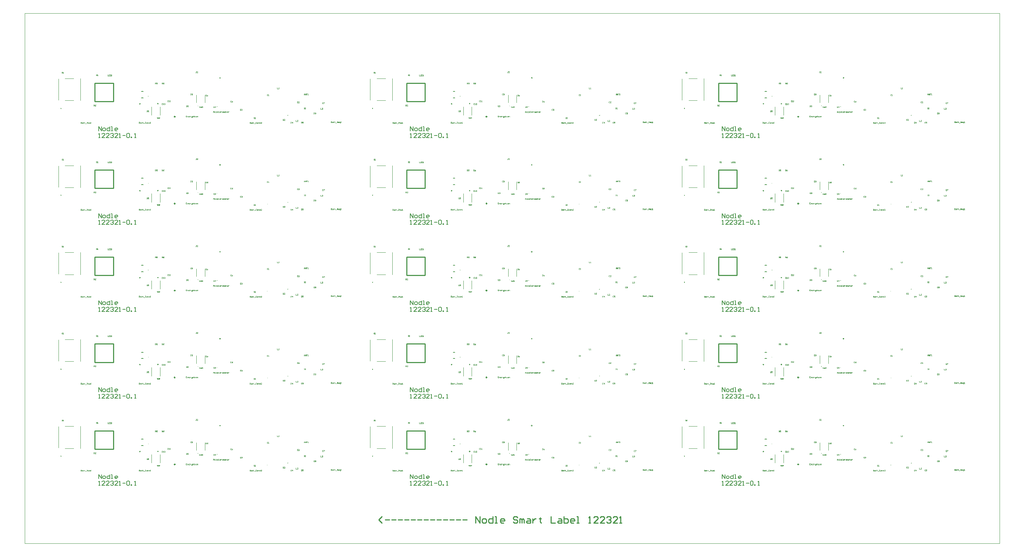
<source format=gto>
G04*
G04 #@! TF.GenerationSoftware,Altium Limited,Altium Designer,21.4.1 (30)*
G04*
G04 Layer_Color=65535*
%FSLAX44Y44*%
%MOMM*%
G71*
G04*
G04 #@! TF.SameCoordinates,2D73B175-FFCD-4784-8361-F00341A9FACE*
G04*
G04*
G04 #@! TF.FilePolarity,Positive*
G04*
G01*
G75*
%ADD38C,0.1500*%
%ADD39C,0.2540*%
%ADD41C,0.1000*%
%ADD43C,0.2000*%
%ADD47C,0.1270*%
%ADD48C,0.2500*%
%ADD49C,0.0500*%
D38*
X174500Y153196D02*
Y163193D01*
X181164Y153196D01*
Y163193D01*
X186163Y153196D02*
X189495D01*
X191161Y154862D01*
Y158194D01*
X189495Y159860D01*
X186163D01*
X184497Y158194D01*
Y154862D01*
X186163Y153196D01*
X201158Y163193D02*
Y153196D01*
X196160D01*
X194494Y154862D01*
Y158194D01*
X196160Y159860D01*
X201158D01*
X204490Y153196D02*
X207823D01*
X206157D01*
Y163193D01*
X204490D01*
X217819Y153196D02*
X214487D01*
X212821Y154862D01*
Y158194D01*
X214487Y159860D01*
X217819D01*
X219485Y158194D01*
Y156528D01*
X212821D01*
X174500Y137600D02*
X177832D01*
X176166D01*
Y147597D01*
X174500Y145931D01*
X189495Y137600D02*
X182831D01*
X189495Y144264D01*
Y145931D01*
X187829Y147597D01*
X184497D01*
X182831Y145931D01*
X199492Y137600D02*
X192827D01*
X199492Y144264D01*
Y145931D01*
X197826Y147597D01*
X194494D01*
X192827Y145931D01*
X202824D02*
X204490Y147597D01*
X207823D01*
X209489Y145931D01*
Y144264D01*
X207823Y142598D01*
X206156D01*
X207823D01*
X209489Y140932D01*
Y139266D01*
X207823Y137600D01*
X204490D01*
X202824Y139266D01*
X219485Y137600D02*
X212821D01*
X219485Y144264D01*
Y145931D01*
X217819Y147597D01*
X214487D01*
X212821Y145931D01*
X222818Y137600D02*
X226150D01*
X224484D01*
Y147597D01*
X222818Y145931D01*
X231148Y142598D02*
X237813D01*
X241145Y145931D02*
X242811Y147597D01*
X246144D01*
X247810Y145931D01*
Y139266D01*
X246144Y137600D01*
X242811D01*
X241145Y139266D01*
Y145931D01*
X251142Y137600D02*
Y139266D01*
X252808D01*
Y137600D01*
X251142D01*
X259473D02*
X262805D01*
X261139D01*
Y147597D01*
X259473Y145931D01*
X909900Y153196D02*
Y163193D01*
X916564Y153196D01*
Y163193D01*
X921563Y153196D02*
X924895D01*
X926561Y154862D01*
Y158194D01*
X924895Y159860D01*
X921563D01*
X919897Y158194D01*
Y154862D01*
X921563Y153196D01*
X936558Y163193D02*
Y153196D01*
X931560D01*
X929893Y154862D01*
Y158194D01*
X931560Y159860D01*
X936558D01*
X939890Y153196D02*
X943223D01*
X941556D01*
Y163193D01*
X939890D01*
X953219Y153196D02*
X949887D01*
X948221Y154862D01*
Y158194D01*
X949887Y159860D01*
X953219D01*
X954885Y158194D01*
Y156528D01*
X948221D01*
X909900Y137600D02*
X913232D01*
X911566D01*
Y147597D01*
X909900Y145931D01*
X924895Y137600D02*
X918231D01*
X924895Y144264D01*
Y145931D01*
X923229Y147597D01*
X919897D01*
X918231Y145931D01*
X934892Y137600D02*
X928227D01*
X934892Y144264D01*
Y145931D01*
X933226Y147597D01*
X929893D01*
X928227Y145931D01*
X938224D02*
X939890Y147597D01*
X943223D01*
X944889Y145931D01*
Y144264D01*
X943223Y142598D01*
X941556D01*
X943223D01*
X944889Y140932D01*
Y139266D01*
X943223Y137600D01*
X939890D01*
X938224Y139266D01*
X954885Y137600D02*
X948221D01*
X954885Y144264D01*
Y145931D01*
X953219Y147597D01*
X949887D01*
X948221Y145931D01*
X958218Y137600D02*
X961550D01*
X959884D01*
Y147597D01*
X958218Y145931D01*
X966548Y142598D02*
X973213D01*
X976545Y145931D02*
X978211Y147597D01*
X981544D01*
X983210Y145931D01*
Y139266D01*
X981544Y137600D01*
X978211D01*
X976545Y139266D01*
Y145931D01*
X986542Y137600D02*
Y139266D01*
X988208D01*
Y137600D01*
X986542D01*
X994873D02*
X998205D01*
X996539D01*
Y147597D01*
X994873Y145931D01*
X1645300Y153196D02*
Y163193D01*
X1651965Y153196D01*
Y163193D01*
X1656963Y153196D02*
X1660295D01*
X1661961Y154862D01*
Y158194D01*
X1660295Y159860D01*
X1656963D01*
X1655297Y158194D01*
Y154862D01*
X1656963Y153196D01*
X1671958Y163193D02*
Y153196D01*
X1666960D01*
X1665293Y154862D01*
Y158194D01*
X1666960Y159860D01*
X1671958D01*
X1675290Y153196D02*
X1678623D01*
X1676956D01*
Y163193D01*
X1675290D01*
X1688619Y153196D02*
X1685287D01*
X1683621Y154862D01*
Y158194D01*
X1685287Y159860D01*
X1688619D01*
X1690285Y158194D01*
Y156528D01*
X1683621D01*
X1645300Y137600D02*
X1648632D01*
X1646966D01*
Y147597D01*
X1645300Y145931D01*
X1660295Y137600D02*
X1653631D01*
X1660295Y144264D01*
Y145931D01*
X1658629Y147597D01*
X1655297D01*
X1653631Y145931D01*
X1670292Y137600D02*
X1663627D01*
X1670292Y144264D01*
Y145931D01*
X1668626Y147597D01*
X1665293D01*
X1663627Y145931D01*
X1673624D02*
X1675290Y147597D01*
X1678623D01*
X1680289Y145931D01*
Y144264D01*
X1678623Y142598D01*
X1676956D01*
X1678623D01*
X1680289Y140932D01*
Y139266D01*
X1678623Y137600D01*
X1675290D01*
X1673624Y139266D01*
X1690285Y137600D02*
X1683621D01*
X1690285Y144264D01*
Y145931D01*
X1688619Y147597D01*
X1685287D01*
X1683621Y145931D01*
X1693618Y137600D02*
X1696950D01*
X1695284D01*
Y147597D01*
X1693618Y145931D01*
X1701948Y142598D02*
X1708613D01*
X1711945Y145931D02*
X1713611Y147597D01*
X1716944D01*
X1718610Y145931D01*
Y139266D01*
X1716944Y137600D01*
X1713611D01*
X1711945Y139266D01*
Y145931D01*
X1721942Y137600D02*
Y139266D01*
X1723608D01*
Y137600D01*
X1721942D01*
X1730273D02*
X1733605D01*
X1731939D01*
Y147597D01*
X1730273Y145931D01*
X174500Y358567D02*
Y368564D01*
X181164Y358567D01*
Y368564D01*
X186163Y358567D02*
X189495D01*
X191161Y360233D01*
Y363566D01*
X189495Y365232D01*
X186163D01*
X184497Y363566D01*
Y360233D01*
X186163Y358567D01*
X201158Y368564D02*
Y358567D01*
X196160D01*
X194494Y360233D01*
Y363566D01*
X196160Y365232D01*
X201158D01*
X204490Y358567D02*
X207823D01*
X206157D01*
Y368564D01*
X204490D01*
X217819Y358567D02*
X214487D01*
X212821Y360233D01*
Y363566D01*
X214487Y365232D01*
X217819D01*
X219485Y363566D01*
Y361900D01*
X212821D01*
X174500Y342971D02*
X177832D01*
X176166D01*
Y352968D01*
X174500Y351302D01*
X189495Y342971D02*
X182831D01*
X189495Y349636D01*
Y351302D01*
X187829Y352968D01*
X184497D01*
X182831Y351302D01*
X199492Y342971D02*
X192827D01*
X199492Y349636D01*
Y351302D01*
X197826Y352968D01*
X194494D01*
X192827Y351302D01*
X202824D02*
X204490Y352968D01*
X207823D01*
X209489Y351302D01*
Y349636D01*
X207823Y347970D01*
X206156D01*
X207823D01*
X209489Y346304D01*
Y344637D01*
X207823Y342971D01*
X204490D01*
X202824Y344637D01*
X219485Y342971D02*
X212821D01*
X219485Y349636D01*
Y351302D01*
X217819Y352968D01*
X214487D01*
X212821Y351302D01*
X222818Y342971D02*
X226150D01*
X224484D01*
Y352968D01*
X222818Y351302D01*
X231148Y347970D02*
X237813D01*
X241145Y351302D02*
X242811Y352968D01*
X246144D01*
X247810Y351302D01*
Y344637D01*
X246144Y342971D01*
X242811D01*
X241145Y344637D01*
Y351302D01*
X251142Y342971D02*
Y344637D01*
X252808D01*
Y342971D01*
X251142D01*
X259473D02*
X262805D01*
X261139D01*
Y352968D01*
X259473Y351302D01*
X909900Y358567D02*
Y368564D01*
X916564Y358567D01*
Y368564D01*
X921563Y358567D02*
X924895D01*
X926561Y360233D01*
Y363566D01*
X924895Y365232D01*
X921563D01*
X919897Y363566D01*
Y360233D01*
X921563Y358567D01*
X936558Y368564D02*
Y358567D01*
X931560D01*
X929893Y360233D01*
Y363566D01*
X931560Y365232D01*
X936558D01*
X939890Y358567D02*
X943223D01*
X941556D01*
Y368564D01*
X939890D01*
X953219Y358567D02*
X949887D01*
X948221Y360233D01*
Y363566D01*
X949887Y365232D01*
X953219D01*
X954885Y363566D01*
Y361900D01*
X948221D01*
X909900Y342971D02*
X913232D01*
X911566D01*
Y352968D01*
X909900Y351302D01*
X924895Y342971D02*
X918231D01*
X924895Y349636D01*
Y351302D01*
X923229Y352968D01*
X919897D01*
X918231Y351302D01*
X934892Y342971D02*
X928227D01*
X934892Y349636D01*
Y351302D01*
X933226Y352968D01*
X929893D01*
X928227Y351302D01*
X938224D02*
X939890Y352968D01*
X943223D01*
X944889Y351302D01*
Y349636D01*
X943223Y347970D01*
X941556D01*
X943223D01*
X944889Y346304D01*
Y344637D01*
X943223Y342971D01*
X939890D01*
X938224Y344637D01*
X954885Y342971D02*
X948221D01*
X954885Y349636D01*
Y351302D01*
X953219Y352968D01*
X949887D01*
X948221Y351302D01*
X958218Y342971D02*
X961550D01*
X959884D01*
Y352968D01*
X958218Y351302D01*
X966548Y347970D02*
X973213D01*
X976545Y351302D02*
X978211Y352968D01*
X981544D01*
X983210Y351302D01*
Y344637D01*
X981544Y342971D01*
X978211D01*
X976545Y344637D01*
Y351302D01*
X986542Y342971D02*
Y344637D01*
X988208D01*
Y342971D01*
X986542D01*
X994873D02*
X998205D01*
X996539D01*
Y352968D01*
X994873Y351302D01*
X1645300Y358567D02*
Y368564D01*
X1651965Y358567D01*
Y368564D01*
X1656963Y358567D02*
X1660295D01*
X1661961Y360233D01*
Y363566D01*
X1660295Y365232D01*
X1656963D01*
X1655297Y363566D01*
Y360233D01*
X1656963Y358567D01*
X1671958Y368564D02*
Y358567D01*
X1666960D01*
X1665293Y360233D01*
Y363566D01*
X1666960Y365232D01*
X1671958D01*
X1675290Y358567D02*
X1678623D01*
X1676956D01*
Y368564D01*
X1675290D01*
X1688619Y358567D02*
X1685287D01*
X1683621Y360233D01*
Y363566D01*
X1685287Y365232D01*
X1688619D01*
X1690285Y363566D01*
Y361900D01*
X1683621D01*
X1645300Y342971D02*
X1648632D01*
X1646966D01*
Y352968D01*
X1645300Y351302D01*
X1660295Y342971D02*
X1653631D01*
X1660295Y349636D01*
Y351302D01*
X1658629Y352968D01*
X1655297D01*
X1653631Y351302D01*
X1670292Y342971D02*
X1663627D01*
X1670292Y349636D01*
Y351302D01*
X1668626Y352968D01*
X1665293D01*
X1663627Y351302D01*
X1673624D02*
X1675290Y352968D01*
X1678623D01*
X1680289Y351302D01*
Y349636D01*
X1678623Y347970D01*
X1676956D01*
X1678623D01*
X1680289Y346304D01*
Y344637D01*
X1678623Y342971D01*
X1675290D01*
X1673624Y344637D01*
X1690285Y342971D02*
X1683621D01*
X1690285Y349636D01*
Y351302D01*
X1688619Y352968D01*
X1685287D01*
X1683621Y351302D01*
X1693618Y342971D02*
X1696950D01*
X1695284D01*
Y352968D01*
X1693618Y351302D01*
X1701948Y347970D02*
X1708613D01*
X1711945Y351302D02*
X1713611Y352968D01*
X1716944D01*
X1718610Y351302D01*
Y344637D01*
X1716944Y342971D01*
X1713611D01*
X1711945Y344637D01*
Y351302D01*
X1721942Y342971D02*
Y344637D01*
X1723608D01*
Y342971D01*
X1721942D01*
X1730273D02*
X1733605D01*
X1731939D01*
Y352968D01*
X1730273Y351302D01*
X174500Y563939D02*
Y573936D01*
X181164Y563939D01*
Y573936D01*
X186163Y563939D02*
X189495D01*
X191161Y565605D01*
Y568937D01*
X189495Y570603D01*
X186163D01*
X184497Y568937D01*
Y565605D01*
X186163Y563939D01*
X201158Y573936D02*
Y563939D01*
X196160D01*
X194494Y565605D01*
Y568937D01*
X196160Y570603D01*
X201158D01*
X204490Y563939D02*
X207823D01*
X206157D01*
Y573936D01*
X204490D01*
X217819Y563939D02*
X214487D01*
X212821Y565605D01*
Y568937D01*
X214487Y570603D01*
X217819D01*
X219485Y568937D01*
Y567271D01*
X212821D01*
X174500Y548343D02*
X177832D01*
X176166D01*
Y558340D01*
X174500Y556673D01*
X189495Y548343D02*
X182831D01*
X189495Y555007D01*
Y556673D01*
X187829Y558340D01*
X184497D01*
X182831Y556673D01*
X199492Y548343D02*
X192827D01*
X199492Y555007D01*
Y556673D01*
X197826Y558340D01*
X194494D01*
X192827Y556673D01*
X202824D02*
X204490Y558340D01*
X207823D01*
X209489Y556673D01*
Y555007D01*
X207823Y553341D01*
X206156D01*
X207823D01*
X209489Y551675D01*
Y550009D01*
X207823Y548343D01*
X204490D01*
X202824Y550009D01*
X219485Y548343D02*
X212821D01*
X219485Y555007D01*
Y556673D01*
X217819Y558340D01*
X214487D01*
X212821Y556673D01*
X222818Y548343D02*
X226150D01*
X224484D01*
Y558340D01*
X222818Y556673D01*
X231148Y553341D02*
X237813D01*
X241145Y556673D02*
X242811Y558340D01*
X246144D01*
X247810Y556673D01*
Y550009D01*
X246144Y548343D01*
X242811D01*
X241145Y550009D01*
Y556673D01*
X251142Y548343D02*
Y550009D01*
X252808D01*
Y548343D01*
X251142D01*
X259473D02*
X262805D01*
X261139D01*
Y558340D01*
X259473Y556673D01*
X909900Y563939D02*
Y573936D01*
X916564Y563939D01*
Y573936D01*
X921563Y563939D02*
X924895D01*
X926561Y565605D01*
Y568937D01*
X924895Y570603D01*
X921563D01*
X919897Y568937D01*
Y565605D01*
X921563Y563939D01*
X936558Y573936D02*
Y563939D01*
X931560D01*
X929893Y565605D01*
Y568937D01*
X931560Y570603D01*
X936558D01*
X939890Y563939D02*
X943223D01*
X941556D01*
Y573936D01*
X939890D01*
X953219Y563939D02*
X949887D01*
X948221Y565605D01*
Y568937D01*
X949887Y570603D01*
X953219D01*
X954885Y568937D01*
Y567271D01*
X948221D01*
X909900Y548343D02*
X913232D01*
X911566D01*
Y558340D01*
X909900Y556673D01*
X924895Y548343D02*
X918231D01*
X924895Y555007D01*
Y556673D01*
X923229Y558340D01*
X919897D01*
X918231Y556673D01*
X934892Y548343D02*
X928227D01*
X934892Y555007D01*
Y556673D01*
X933226Y558340D01*
X929893D01*
X928227Y556673D01*
X938224D02*
X939890Y558340D01*
X943223D01*
X944889Y556673D01*
Y555007D01*
X943223Y553341D01*
X941556D01*
X943223D01*
X944889Y551675D01*
Y550009D01*
X943223Y548343D01*
X939890D01*
X938224Y550009D01*
X954885Y548343D02*
X948221D01*
X954885Y555007D01*
Y556673D01*
X953219Y558340D01*
X949887D01*
X948221Y556673D01*
X958218Y548343D02*
X961550D01*
X959884D01*
Y558340D01*
X958218Y556673D01*
X966548Y553341D02*
X973213D01*
X976545Y556673D02*
X978211Y558340D01*
X981544D01*
X983210Y556673D01*
Y550009D01*
X981544Y548343D01*
X978211D01*
X976545Y550009D01*
Y556673D01*
X986542Y548343D02*
Y550009D01*
X988208D01*
Y548343D01*
X986542D01*
X994873D02*
X998205D01*
X996539D01*
Y558340D01*
X994873Y556673D01*
X1645300Y563939D02*
Y573936D01*
X1651965Y563939D01*
Y573936D01*
X1656963Y563939D02*
X1660295D01*
X1661961Y565605D01*
Y568937D01*
X1660295Y570603D01*
X1656963D01*
X1655297Y568937D01*
Y565605D01*
X1656963Y563939D01*
X1671958Y573936D02*
Y563939D01*
X1666960D01*
X1665293Y565605D01*
Y568937D01*
X1666960Y570603D01*
X1671958D01*
X1675290Y563939D02*
X1678623D01*
X1676956D01*
Y573936D01*
X1675290D01*
X1688619Y563939D02*
X1685287D01*
X1683621Y565605D01*
Y568937D01*
X1685287Y570603D01*
X1688619D01*
X1690285Y568937D01*
Y567271D01*
X1683621D01*
X1645300Y548343D02*
X1648632D01*
X1646966D01*
Y558340D01*
X1645300Y556673D01*
X1660295Y548343D02*
X1653631D01*
X1660295Y555007D01*
Y556673D01*
X1658629Y558340D01*
X1655297D01*
X1653631Y556673D01*
X1670292Y548343D02*
X1663627D01*
X1670292Y555007D01*
Y556673D01*
X1668626Y558340D01*
X1665293D01*
X1663627Y556673D01*
X1673624D02*
X1675290Y558340D01*
X1678623D01*
X1680289Y556673D01*
Y555007D01*
X1678623Y553341D01*
X1676956D01*
X1678623D01*
X1680289Y551675D01*
Y550009D01*
X1678623Y548343D01*
X1675290D01*
X1673624Y550009D01*
X1690285Y548343D02*
X1683621D01*
X1690285Y555007D01*
Y556673D01*
X1688619Y558340D01*
X1685287D01*
X1683621Y556673D01*
X1693618Y548343D02*
X1696950D01*
X1695284D01*
Y558340D01*
X1693618Y556673D01*
X1701948Y553341D02*
X1708613D01*
X1711945Y556673D02*
X1713611Y558340D01*
X1716944D01*
X1718610Y556673D01*
Y550009D01*
X1716944Y548343D01*
X1713611D01*
X1711945Y550009D01*
Y556673D01*
X1721942Y548343D02*
Y550009D01*
X1723608D01*
Y548343D01*
X1721942D01*
X1730273D02*
X1733605D01*
X1731939D01*
Y558340D01*
X1730273Y556673D01*
X174500Y769310D02*
Y779307D01*
X181164Y769310D01*
Y779307D01*
X186163Y769310D02*
X189495D01*
X191161Y770976D01*
Y774308D01*
X189495Y775975D01*
X186163D01*
X184497Y774308D01*
Y770976D01*
X186163Y769310D01*
X201158Y779307D02*
Y769310D01*
X196160D01*
X194494Y770976D01*
Y774308D01*
X196160Y775975D01*
X201158D01*
X204490Y769310D02*
X207823D01*
X206157D01*
Y779307D01*
X204490D01*
X217819Y769310D02*
X214487D01*
X212821Y770976D01*
Y774308D01*
X214487Y775975D01*
X217819D01*
X219485Y774308D01*
Y772642D01*
X212821D01*
X174500Y753714D02*
X177832D01*
X176166D01*
Y763711D01*
X174500Y762045D01*
X189495Y753714D02*
X182831D01*
X189495Y760379D01*
Y762045D01*
X187829Y763711D01*
X184497D01*
X182831Y762045D01*
X199492Y753714D02*
X192827D01*
X199492Y760379D01*
Y762045D01*
X197826Y763711D01*
X194494D01*
X192827Y762045D01*
X202824D02*
X204490Y763711D01*
X207823D01*
X209489Y762045D01*
Y760379D01*
X207823Y758712D01*
X206156D01*
X207823D01*
X209489Y757046D01*
Y755380D01*
X207823Y753714D01*
X204490D01*
X202824Y755380D01*
X219485Y753714D02*
X212821D01*
X219485Y760379D01*
Y762045D01*
X217819Y763711D01*
X214487D01*
X212821Y762045D01*
X222818Y753714D02*
X226150D01*
X224484D01*
Y763711D01*
X222818Y762045D01*
X231148Y758712D02*
X237813D01*
X241145Y762045D02*
X242811Y763711D01*
X246144D01*
X247810Y762045D01*
Y755380D01*
X246144Y753714D01*
X242811D01*
X241145Y755380D01*
Y762045D01*
X251142Y753714D02*
Y755380D01*
X252808D01*
Y753714D01*
X251142D01*
X259473D02*
X262805D01*
X261139D01*
Y763711D01*
X259473Y762045D01*
X909900Y769310D02*
Y779307D01*
X916564Y769310D01*
Y779307D01*
X921563Y769310D02*
X924895D01*
X926561Y770976D01*
Y774308D01*
X924895Y775975D01*
X921563D01*
X919897Y774308D01*
Y770976D01*
X921563Y769310D01*
X936558Y779307D02*
Y769310D01*
X931560D01*
X929893Y770976D01*
Y774308D01*
X931560Y775975D01*
X936558D01*
X939890Y769310D02*
X943223D01*
X941556D01*
Y779307D01*
X939890D01*
X953219Y769310D02*
X949887D01*
X948221Y770976D01*
Y774308D01*
X949887Y775975D01*
X953219D01*
X954885Y774308D01*
Y772642D01*
X948221D01*
X909900Y753714D02*
X913232D01*
X911566D01*
Y763711D01*
X909900Y762045D01*
X924895Y753714D02*
X918231D01*
X924895Y760379D01*
Y762045D01*
X923229Y763711D01*
X919897D01*
X918231Y762045D01*
X934892Y753714D02*
X928227D01*
X934892Y760379D01*
Y762045D01*
X933226Y763711D01*
X929893D01*
X928227Y762045D01*
X938224D02*
X939890Y763711D01*
X943223D01*
X944889Y762045D01*
Y760379D01*
X943223Y758712D01*
X941556D01*
X943223D01*
X944889Y757046D01*
Y755380D01*
X943223Y753714D01*
X939890D01*
X938224Y755380D01*
X954885Y753714D02*
X948221D01*
X954885Y760379D01*
Y762045D01*
X953219Y763711D01*
X949887D01*
X948221Y762045D01*
X958218Y753714D02*
X961550D01*
X959884D01*
Y763711D01*
X958218Y762045D01*
X966548Y758712D02*
X973213D01*
X976545Y762045D02*
X978211Y763711D01*
X981544D01*
X983210Y762045D01*
Y755380D01*
X981544Y753714D01*
X978211D01*
X976545Y755380D01*
Y762045D01*
X986542Y753714D02*
Y755380D01*
X988208D01*
Y753714D01*
X986542D01*
X994873D02*
X998205D01*
X996539D01*
Y763711D01*
X994873Y762045D01*
X1645300Y769310D02*
Y779307D01*
X1651965Y769310D01*
Y779307D01*
X1656963Y769310D02*
X1660295D01*
X1661961Y770976D01*
Y774308D01*
X1660295Y775975D01*
X1656963D01*
X1655297Y774308D01*
Y770976D01*
X1656963Y769310D01*
X1671958Y779307D02*
Y769310D01*
X1666960D01*
X1665293Y770976D01*
Y774308D01*
X1666960Y775975D01*
X1671958D01*
X1675290Y769310D02*
X1678623D01*
X1676956D01*
Y779307D01*
X1675290D01*
X1688619Y769310D02*
X1685287D01*
X1683621Y770976D01*
Y774308D01*
X1685287Y775975D01*
X1688619D01*
X1690285Y774308D01*
Y772642D01*
X1683621D01*
X1645300Y753714D02*
X1648632D01*
X1646966D01*
Y763711D01*
X1645300Y762045D01*
X1660295Y753714D02*
X1653631D01*
X1660295Y760379D01*
Y762045D01*
X1658629Y763711D01*
X1655297D01*
X1653631Y762045D01*
X1670292Y753714D02*
X1663627D01*
X1670292Y760379D01*
Y762045D01*
X1668626Y763711D01*
X1665293D01*
X1663627Y762045D01*
X1673624D02*
X1675290Y763711D01*
X1678623D01*
X1680289Y762045D01*
Y760379D01*
X1678623Y758712D01*
X1676956D01*
X1678623D01*
X1680289Y757046D01*
Y755380D01*
X1678623Y753714D01*
X1675290D01*
X1673624Y755380D01*
X1690285Y753714D02*
X1683621D01*
X1690285Y760379D01*
Y762045D01*
X1688619Y763711D01*
X1685287D01*
X1683621Y762045D01*
X1693618Y753714D02*
X1696950D01*
X1695284D01*
Y763711D01*
X1693618Y762045D01*
X1701948Y758712D02*
X1708613D01*
X1711945Y762045D02*
X1713611Y763711D01*
X1716944D01*
X1718610Y762045D01*
Y755380D01*
X1716944Y753714D01*
X1713611D01*
X1711945Y755380D01*
Y762045D01*
X1721942Y753714D02*
Y755380D01*
X1723608D01*
Y753714D01*
X1721942D01*
X1730273D02*
X1733605D01*
X1731939D01*
Y763711D01*
X1730273Y762045D01*
X174500Y974681D02*
Y984678D01*
X181164Y974681D01*
Y984678D01*
X186163Y974681D02*
X189495D01*
X191161Y976348D01*
Y979680D01*
X189495Y981346D01*
X186163D01*
X184497Y979680D01*
Y976348D01*
X186163Y974681D01*
X201158Y984678D02*
Y974681D01*
X196160D01*
X194494Y976348D01*
Y979680D01*
X196160Y981346D01*
X201158D01*
X204490Y974681D02*
X207823D01*
X206157D01*
Y984678D01*
X204490D01*
X217819Y974681D02*
X214487D01*
X212821Y976348D01*
Y979680D01*
X214487Y981346D01*
X217819D01*
X219485Y979680D01*
Y978014D01*
X212821D01*
X174500Y959085D02*
X177832D01*
X176166D01*
Y969082D01*
X174500Y967416D01*
X189495Y959085D02*
X182831D01*
X189495Y965750D01*
Y967416D01*
X187829Y969082D01*
X184497D01*
X182831Y967416D01*
X199492Y959085D02*
X192827D01*
X199492Y965750D01*
Y967416D01*
X197826Y969082D01*
X194494D01*
X192827Y967416D01*
X202824D02*
X204490Y969082D01*
X207823D01*
X209489Y967416D01*
Y965750D01*
X207823Y964084D01*
X206156D01*
X207823D01*
X209489Y962418D01*
Y960752D01*
X207823Y959085D01*
X204490D01*
X202824Y960752D01*
X219485Y959085D02*
X212821D01*
X219485Y965750D01*
Y967416D01*
X217819Y969082D01*
X214487D01*
X212821Y967416D01*
X222818Y959085D02*
X226150D01*
X224484D01*
Y969082D01*
X222818Y967416D01*
X231148Y964084D02*
X237813D01*
X241145Y967416D02*
X242811Y969082D01*
X246144D01*
X247810Y967416D01*
Y960752D01*
X246144Y959085D01*
X242811D01*
X241145Y960752D01*
Y967416D01*
X251142Y959085D02*
Y960752D01*
X252808D01*
Y959085D01*
X251142D01*
X259473D02*
X262805D01*
X261139D01*
Y969082D01*
X259473Y967416D01*
X909900Y974681D02*
Y984678D01*
X916564Y974681D01*
Y984678D01*
X921563Y974681D02*
X924895D01*
X926561Y976348D01*
Y979680D01*
X924895Y981346D01*
X921563D01*
X919897Y979680D01*
Y976348D01*
X921563Y974681D01*
X936558Y984678D02*
Y974681D01*
X931560D01*
X929893Y976348D01*
Y979680D01*
X931560Y981346D01*
X936558D01*
X939890Y974681D02*
X943223D01*
X941556D01*
Y984678D01*
X939890D01*
X953219Y974681D02*
X949887D01*
X948221Y976348D01*
Y979680D01*
X949887Y981346D01*
X953219D01*
X954885Y979680D01*
Y978014D01*
X948221D01*
X909900Y959085D02*
X913232D01*
X911566D01*
Y969082D01*
X909900Y967416D01*
X924895Y959085D02*
X918231D01*
X924895Y965750D01*
Y967416D01*
X923229Y969082D01*
X919897D01*
X918231Y967416D01*
X934892Y959085D02*
X928227D01*
X934892Y965750D01*
Y967416D01*
X933226Y969082D01*
X929893D01*
X928227Y967416D01*
X938224D02*
X939890Y969082D01*
X943223D01*
X944889Y967416D01*
Y965750D01*
X943223Y964084D01*
X941556D01*
X943223D01*
X944889Y962418D01*
Y960752D01*
X943223Y959085D01*
X939890D01*
X938224Y960752D01*
X954885Y959085D02*
X948221D01*
X954885Y965750D01*
Y967416D01*
X953219Y969082D01*
X949887D01*
X948221Y967416D01*
X958218Y959085D02*
X961550D01*
X959884D01*
Y969082D01*
X958218Y967416D01*
X966548Y964084D02*
X973213D01*
X976545Y967416D02*
X978211Y969082D01*
X981544D01*
X983210Y967416D01*
Y960752D01*
X981544Y959085D01*
X978211D01*
X976545Y960752D01*
Y967416D01*
X986542Y959085D02*
Y960752D01*
X988208D01*
Y959085D01*
X986542D01*
X994873D02*
X998205D01*
X996539D01*
Y969082D01*
X994873Y967416D01*
X1645300Y974681D02*
Y984678D01*
X1651965Y974681D01*
Y984678D01*
X1656963Y974681D02*
X1660295D01*
X1661961Y976348D01*
Y979680D01*
X1660295Y981346D01*
X1656963D01*
X1655297Y979680D01*
Y976348D01*
X1656963Y974681D01*
X1671958Y984678D02*
Y974681D01*
X1666960D01*
X1665293Y976348D01*
Y979680D01*
X1666960Y981346D01*
X1671958D01*
X1675290Y974681D02*
X1678623D01*
X1676956D01*
Y984678D01*
X1675290D01*
X1688619Y974681D02*
X1685287D01*
X1683621Y976348D01*
Y979680D01*
X1685287Y981346D01*
X1688619D01*
X1690285Y979680D01*
Y978014D01*
X1683621D01*
X1645300Y959085D02*
X1648632D01*
X1646966D01*
Y969082D01*
X1645300Y967416D01*
X1660295Y959085D02*
X1653631D01*
X1660295Y965750D01*
Y967416D01*
X1658629Y969082D01*
X1655297D01*
X1653631Y967416D01*
X1670292Y959085D02*
X1663627D01*
X1670292Y965750D01*
Y967416D01*
X1668626Y969082D01*
X1665293D01*
X1663627Y967416D01*
X1673624D02*
X1675290Y969082D01*
X1678623D01*
X1680289Y967416D01*
Y965750D01*
X1678623Y964084D01*
X1676956D01*
X1678623D01*
X1680289Y962418D01*
Y960752D01*
X1678623Y959085D01*
X1675290D01*
X1673624Y960752D01*
X1690285Y959085D02*
X1683621D01*
X1690285Y965750D01*
Y967416D01*
X1688619Y969082D01*
X1685287D01*
X1683621Y967416D01*
X1693618Y959085D02*
X1696950D01*
X1695284D01*
Y969082D01*
X1693618Y967416D01*
X1701948Y964084D02*
X1708613D01*
X1711945Y967416D02*
X1713611Y969082D01*
X1716944D01*
X1718610Y967416D01*
Y960752D01*
X1716944Y959085D01*
X1713611D01*
X1711945Y960752D01*
Y967416D01*
X1721942Y959085D02*
Y960752D01*
X1723608D01*
Y959085D01*
X1721942D01*
X1730273D02*
X1733605D01*
X1731939D01*
Y969082D01*
X1730273Y967416D01*
D39*
X842558Y48540D02*
X834940Y56157D01*
X842558Y63775D01*
X850175Y56157D02*
X860332D01*
X865410D02*
X875567D01*
X880645D02*
X890802D01*
X895880D02*
X906037D01*
X911115D02*
X921272D01*
X926350D02*
X936507D01*
X941585D02*
X951742D01*
X956821D02*
X966977D01*
X972056D02*
X982212D01*
X987291D02*
X997448D01*
X1002526D02*
X1012682D01*
X1017761D02*
X1027918D01*
X1032996D02*
X1043153D01*
X1063466Y48540D02*
Y63775D01*
X1073623Y48540D01*
Y63775D01*
X1081240Y48540D02*
X1086319D01*
X1088858Y51079D01*
Y56157D01*
X1086319Y58697D01*
X1081240D01*
X1078701Y56157D01*
Y51079D01*
X1081240Y48540D01*
X1104093Y63775D02*
Y48540D01*
X1096475D01*
X1093936Y51079D01*
Y56157D01*
X1096475Y58697D01*
X1104093D01*
X1109171Y48540D02*
X1114250D01*
X1111711D01*
Y63775D01*
X1109171D01*
X1129485Y48540D02*
X1124406D01*
X1121867Y51079D01*
Y56157D01*
X1124406Y58697D01*
X1129485D01*
X1132024Y56157D01*
Y53618D01*
X1121867D01*
X1162494Y61236D02*
X1159955Y63775D01*
X1154876D01*
X1152337Y61236D01*
Y58697D01*
X1154876Y56157D01*
X1159955D01*
X1162494Y53618D01*
Y51079D01*
X1159955Y48540D01*
X1154876D01*
X1152337Y51079D01*
X1167572Y48540D02*
Y58697D01*
X1170112D01*
X1172651Y56157D01*
Y48540D01*
Y56157D01*
X1175190Y58697D01*
X1177729Y56157D01*
Y48540D01*
X1185347Y58697D02*
X1190425D01*
X1192964Y56157D01*
Y48540D01*
X1185347D01*
X1182807Y51079D01*
X1185347Y53618D01*
X1192964D01*
X1198043Y58697D02*
Y48540D01*
Y53618D01*
X1200582Y56157D01*
X1203121Y58697D01*
X1205660D01*
X1215817Y61236D02*
Y58697D01*
X1213278D01*
X1218356D01*
X1215817D01*
Y51079D01*
X1218356Y48540D01*
X1241209Y63775D02*
Y48540D01*
X1251365D01*
X1258983Y58697D02*
X1264061D01*
X1266600Y56157D01*
Y48540D01*
X1258983D01*
X1256444Y51079D01*
X1258983Y53618D01*
X1266600D01*
X1271679Y63775D02*
Y48540D01*
X1279296D01*
X1281835Y51079D01*
Y53618D01*
Y56157D01*
X1279296Y58697D01*
X1271679D01*
X1294531Y48540D02*
X1289453D01*
X1286914Y51079D01*
Y56157D01*
X1289453Y58697D01*
X1294531D01*
X1297070Y56157D01*
Y53618D01*
X1286914D01*
X1302149Y48540D02*
X1307227D01*
X1304688D01*
Y63775D01*
X1302149D01*
X1330080Y48540D02*
X1335158D01*
X1332619D01*
Y63775D01*
X1330080Y61236D01*
X1352932Y48540D02*
X1342776D01*
X1352932Y58697D01*
Y61236D01*
X1350393Y63775D01*
X1345315D01*
X1342776Y61236D01*
X1368168Y48540D02*
X1358011D01*
X1368168Y58697D01*
Y61236D01*
X1365628Y63775D01*
X1360550D01*
X1358011Y61236D01*
X1373246D02*
X1375785Y63775D01*
X1380863D01*
X1383403Y61236D01*
Y58697D01*
X1380863Y56157D01*
X1378324D01*
X1380863D01*
X1383403Y53618D01*
Y51079D01*
X1380863Y48540D01*
X1375785D01*
X1373246Y51079D01*
X1398638Y48540D02*
X1388481D01*
X1398638Y58697D01*
Y61236D01*
X1396098Y63775D01*
X1391020D01*
X1388481Y61236D01*
X1403716Y48540D02*
X1408794D01*
X1406255D01*
Y63775D01*
X1403716Y61236D01*
X165800Y266300D02*
X209200D01*
Y222900D02*
Y266300D01*
X165800Y222900D02*
X209200D01*
X165800D02*
Y266300D01*
X901200D02*
X944600D01*
Y222900D02*
Y266300D01*
X901200Y222900D02*
X944600D01*
X901200D02*
Y266300D01*
X1636600D02*
X1680000D01*
Y222900D02*
Y266300D01*
X1636600Y222900D02*
X1680000D01*
X1636600D02*
Y266300D01*
X165800Y471671D02*
X209200D01*
Y428271D02*
Y471671D01*
X165800Y428271D02*
X209200D01*
X165800D02*
Y471671D01*
X901200D02*
X944600D01*
Y428271D02*
Y471671D01*
X901200Y428271D02*
X944600D01*
X901200D02*
Y471671D01*
X1636600D02*
X1680000D01*
Y428271D02*
Y471671D01*
X1636600Y428271D02*
X1680000D01*
X1636600D02*
Y471671D01*
X165800Y677043D02*
X209200D01*
Y633643D02*
Y677043D01*
X165800Y633643D02*
X209200D01*
X165800D02*
Y677043D01*
X901200D02*
X944600D01*
Y633643D02*
Y677043D01*
X901200Y633643D02*
X944600D01*
X901200D02*
Y677043D01*
X1636600D02*
X1680000D01*
Y633643D02*
Y677043D01*
X1636600Y633643D02*
X1680000D01*
X1636600D02*
Y677043D01*
X165800Y882414D02*
X209200D01*
Y839014D02*
Y882414D01*
X165800Y839014D02*
X209200D01*
X165800D02*
Y882414D01*
X901200D02*
X944600D01*
Y839014D02*
Y882414D01*
X901200Y839014D02*
X944600D01*
X901200D02*
Y882414D01*
X1636600D02*
X1680000D01*
Y839014D02*
Y882414D01*
X1636600Y839014D02*
X1680000D01*
X1636600D02*
Y882414D01*
X165800Y1087785D02*
X209200D01*
Y1044386D02*
Y1087785D01*
X165800Y1044386D02*
X209200D01*
X165800D02*
Y1087785D01*
X901200D02*
X944600D01*
Y1044386D02*
Y1087785D01*
X901200Y1044386D02*
X944600D01*
X901200D02*
Y1087785D01*
X1636600D02*
X1680000D01*
Y1044386D02*
Y1087785D01*
X1636600Y1044386D02*
X1680000D01*
X1636600D02*
Y1087785D01*
D41*
X408700Y212300D02*
G03*
X408700Y213300I0J500D01*
G01*
D02*
G03*
X408700Y212300I0J-500D01*
G01*
X291500Y235100D02*
G03*
X292500Y235100I500J0D01*
G01*
D02*
G03*
X291500Y235100I-500J0D01*
G01*
X454400Y210590D02*
G03*
X453400Y210590I-500J0D01*
G01*
D02*
G03*
X454400Y210590I500J0D01*
G01*
X572900Y185600D02*
G03*
X572900Y185600I-500J0D01*
G01*
X405200Y220050D02*
Y238300D01*
X425200Y220050D02*
Y238300D01*
X79600Y226000D02*
Y276000D01*
Y226000D02*
Y276000D01*
X131600Y225000D02*
Y277000D01*
Y225000D02*
Y277000D01*
X95600D02*
X115600D01*
X95600D02*
X115600D01*
X95600Y225000D02*
X115600D01*
X95600D02*
X115600D01*
X319400Y190500D02*
Y210500D01*
X299400Y190500D02*
Y210500D01*
X1144100Y212300D02*
G03*
X1144100Y213300I0J500D01*
G01*
D02*
G03*
X1144100Y212300I0J-500D01*
G01*
X1026900Y235100D02*
G03*
X1027900Y235100I500J0D01*
G01*
D02*
G03*
X1026900Y235100I-500J0D01*
G01*
X1189800Y210590D02*
G03*
X1188800Y210590I-500J0D01*
G01*
D02*
G03*
X1189800Y210590I500J0D01*
G01*
X1308300Y185600D02*
G03*
X1308300Y185600I-500J0D01*
G01*
X1140600Y220050D02*
Y238300D01*
X1160600Y220050D02*
Y238300D01*
X815000Y226000D02*
Y276000D01*
Y226000D02*
Y276000D01*
X867000Y225000D02*
Y277000D01*
Y225000D02*
Y277000D01*
X831000D02*
X851000D01*
X831000D02*
X851000D01*
X831000Y225000D02*
X851000D01*
X831000D02*
X851000D01*
X1054800Y190500D02*
Y210500D01*
X1034800Y190500D02*
Y210500D01*
X1879500Y212300D02*
G03*
X1879500Y213300I0J500D01*
G01*
D02*
G03*
X1879500Y212300I0J-500D01*
G01*
X1762300Y235100D02*
G03*
X1763300Y235100I500J0D01*
G01*
D02*
G03*
X1762300Y235100I-500J0D01*
G01*
X1925200Y210590D02*
G03*
X1924200Y210590I-500J0D01*
G01*
D02*
G03*
X1925200Y210590I500J0D01*
G01*
X2043700Y185600D02*
G03*
X2043700Y185600I-500J0D01*
G01*
X1876000Y220050D02*
Y238300D01*
X1896000Y220050D02*
Y238300D01*
X1550400Y226000D02*
Y276000D01*
Y226000D02*
Y276000D01*
X1602400Y225000D02*
Y277000D01*
Y225000D02*
Y277000D01*
X1566400D02*
X1586400D01*
X1566400D02*
X1586400D01*
X1566400Y225000D02*
X1586400D01*
X1566400D02*
X1586400D01*
X1790200Y190500D02*
Y210500D01*
X1770200Y190500D02*
Y210500D01*
X408700Y417671D02*
G03*
X408700Y418671I0J500D01*
G01*
D02*
G03*
X408700Y417671I0J-500D01*
G01*
X291500Y440471D02*
G03*
X292500Y440471I500J0D01*
G01*
D02*
G03*
X291500Y440471I-500J0D01*
G01*
X454400Y415961D02*
G03*
X453400Y415961I-500J0D01*
G01*
D02*
G03*
X454400Y415961I500J0D01*
G01*
X572900Y390971D02*
G03*
X572900Y390971I-500J0D01*
G01*
X405200Y425421D02*
Y443671D01*
X425200Y425421D02*
Y443671D01*
X79600Y431371D02*
Y481371D01*
Y431371D02*
Y481371D01*
X131600Y430371D02*
Y482371D01*
Y430371D02*
Y482371D01*
X95600D02*
X115600D01*
X95600D02*
X115600D01*
X95600Y430371D02*
X115600D01*
X95600D02*
X115600D01*
X319400Y395871D02*
Y415871D01*
X299400Y395871D02*
Y415871D01*
X1144100Y417671D02*
G03*
X1144100Y418671I0J500D01*
G01*
D02*
G03*
X1144100Y417671I0J-500D01*
G01*
X1026900Y440471D02*
G03*
X1027900Y440471I500J0D01*
G01*
D02*
G03*
X1026900Y440471I-500J0D01*
G01*
X1189800Y415961D02*
G03*
X1188800Y415961I-500J0D01*
G01*
D02*
G03*
X1189800Y415961I500J0D01*
G01*
X1308300Y390971D02*
G03*
X1308300Y390971I-500J0D01*
G01*
X1140600Y425421D02*
Y443671D01*
X1160600Y425421D02*
Y443671D01*
X815000Y431371D02*
Y481371D01*
Y431371D02*
Y481371D01*
X867000Y430371D02*
Y482371D01*
Y430371D02*
Y482371D01*
X831000D02*
X851000D01*
X831000D02*
X851000D01*
X831000Y430371D02*
X851000D01*
X831000D02*
X851000D01*
X1054800Y395871D02*
Y415871D01*
X1034800Y395871D02*
Y415871D01*
X1879500Y417671D02*
G03*
X1879500Y418671I0J500D01*
G01*
D02*
G03*
X1879500Y417671I0J-500D01*
G01*
X1762300Y440471D02*
G03*
X1763300Y440471I500J0D01*
G01*
D02*
G03*
X1762300Y440471I-500J0D01*
G01*
X1925200Y415961D02*
G03*
X1924200Y415961I-500J0D01*
G01*
D02*
G03*
X1925200Y415961I500J0D01*
G01*
X2043700Y390971D02*
G03*
X2043700Y390971I-500J0D01*
G01*
X1876000Y425421D02*
Y443671D01*
X1896000Y425421D02*
Y443671D01*
X1550400Y431371D02*
Y481371D01*
Y431371D02*
Y481371D01*
X1602400Y430371D02*
Y482371D01*
Y430371D02*
Y482371D01*
X1566400D02*
X1586400D01*
X1566400D02*
X1586400D01*
X1566400Y430371D02*
X1586400D01*
X1566400D02*
X1586400D01*
X1790200Y395871D02*
Y415871D01*
X1770200Y395871D02*
Y415871D01*
X408700Y623043D02*
G03*
X408700Y624043I0J500D01*
G01*
D02*
G03*
X408700Y623043I0J-500D01*
G01*
X291500Y645843D02*
G03*
X292500Y645843I500J0D01*
G01*
D02*
G03*
X291500Y645843I-500J0D01*
G01*
X454400Y621333D02*
G03*
X453400Y621333I-500J0D01*
G01*
D02*
G03*
X454400Y621333I500J0D01*
G01*
X572900Y596343D02*
G03*
X572900Y596343I-500J0D01*
G01*
X405200Y630793D02*
Y649043D01*
X425200Y630793D02*
Y649043D01*
X79600Y636743D02*
Y686743D01*
Y636743D02*
Y686743D01*
X131600Y635743D02*
Y687743D01*
Y635743D02*
Y687743D01*
X95600D02*
X115600D01*
X95600D02*
X115600D01*
X95600Y635743D02*
X115600D01*
X95600D02*
X115600D01*
X319400Y601243D02*
Y621243D01*
X299400Y601243D02*
Y621243D01*
X1144100Y623043D02*
G03*
X1144100Y624043I0J500D01*
G01*
D02*
G03*
X1144100Y623043I0J-500D01*
G01*
X1026900Y645843D02*
G03*
X1027900Y645843I500J0D01*
G01*
D02*
G03*
X1026900Y645843I-500J0D01*
G01*
X1189800Y621333D02*
G03*
X1188800Y621333I-500J0D01*
G01*
D02*
G03*
X1189800Y621333I500J0D01*
G01*
X1308300Y596343D02*
G03*
X1308300Y596343I-500J0D01*
G01*
X1140600Y630793D02*
Y649043D01*
X1160600Y630793D02*
Y649043D01*
X815000Y636743D02*
Y686743D01*
Y636743D02*
Y686743D01*
X867000Y635743D02*
Y687743D01*
Y635743D02*
Y687743D01*
X831000D02*
X851000D01*
X831000D02*
X851000D01*
X831000Y635743D02*
X851000D01*
X831000D02*
X851000D01*
X1054800Y601243D02*
Y621243D01*
X1034800Y601243D02*
Y621243D01*
X1879500Y623043D02*
G03*
X1879500Y624043I0J500D01*
G01*
D02*
G03*
X1879500Y623043I0J-500D01*
G01*
X1762300Y645843D02*
G03*
X1763300Y645843I500J0D01*
G01*
D02*
G03*
X1762300Y645843I-500J0D01*
G01*
X1925200Y621333D02*
G03*
X1924200Y621333I-500J0D01*
G01*
D02*
G03*
X1925200Y621333I500J0D01*
G01*
X2043700Y596343D02*
G03*
X2043700Y596343I-500J0D01*
G01*
X1876000Y630793D02*
Y649043D01*
X1896000Y630793D02*
Y649043D01*
X1550400Y636743D02*
Y686743D01*
Y636743D02*
Y686743D01*
X1602400Y635743D02*
Y687743D01*
Y635743D02*
Y687743D01*
X1566400D02*
X1586400D01*
X1566400D02*
X1586400D01*
X1566400Y635743D02*
X1586400D01*
X1566400D02*
X1586400D01*
X1790200Y601243D02*
Y621243D01*
X1770200Y601243D02*
Y621243D01*
X408700Y828414D02*
G03*
X408700Y829414I0J500D01*
G01*
D02*
G03*
X408700Y828414I0J-500D01*
G01*
X291500Y851214D02*
G03*
X292500Y851214I500J0D01*
G01*
D02*
G03*
X291500Y851214I-500J0D01*
G01*
X454400Y826704D02*
G03*
X453400Y826704I-500J0D01*
G01*
D02*
G03*
X454400Y826704I500J0D01*
G01*
X572900Y801714D02*
G03*
X572900Y801714I-500J0D01*
G01*
X405200Y836164D02*
Y854414D01*
X425200Y836164D02*
Y854414D01*
X79600Y842114D02*
Y892114D01*
Y842114D02*
Y892114D01*
X131600Y841114D02*
Y893114D01*
Y841114D02*
Y893114D01*
X95600D02*
X115600D01*
X95600D02*
X115600D01*
X95600Y841114D02*
X115600D01*
X95600D02*
X115600D01*
X319400Y806614D02*
Y826614D01*
X299400Y806614D02*
Y826614D01*
X1144100Y828414D02*
G03*
X1144100Y829414I0J500D01*
G01*
D02*
G03*
X1144100Y828414I0J-500D01*
G01*
X1026900Y851214D02*
G03*
X1027900Y851214I500J0D01*
G01*
D02*
G03*
X1026900Y851214I-500J0D01*
G01*
X1189800Y826704D02*
G03*
X1188800Y826704I-500J0D01*
G01*
D02*
G03*
X1189800Y826704I500J0D01*
G01*
X1308300Y801714D02*
G03*
X1308300Y801714I-500J0D01*
G01*
X1140600Y836164D02*
Y854414D01*
X1160600Y836164D02*
Y854414D01*
X815000Y842114D02*
Y892114D01*
Y842114D02*
Y892114D01*
X867000Y841114D02*
Y893114D01*
Y841114D02*
Y893114D01*
X831000D02*
X851000D01*
X831000D02*
X851000D01*
X831000Y841114D02*
X851000D01*
X831000D02*
X851000D01*
X1054800Y806614D02*
Y826614D01*
X1034800Y806614D02*
Y826614D01*
X1879500Y828414D02*
G03*
X1879500Y829414I0J500D01*
G01*
D02*
G03*
X1879500Y828414I0J-500D01*
G01*
X1762300Y851214D02*
G03*
X1763300Y851214I500J0D01*
G01*
D02*
G03*
X1762300Y851214I-500J0D01*
G01*
X1925200Y826704D02*
G03*
X1924200Y826704I-500J0D01*
G01*
D02*
G03*
X1925200Y826704I500J0D01*
G01*
X2043700Y801714D02*
G03*
X2043700Y801714I-500J0D01*
G01*
X1876000Y836164D02*
Y854414D01*
X1896000Y836164D02*
Y854414D01*
X1550400Y842114D02*
Y892114D01*
Y842114D02*
Y892114D01*
X1602400Y841114D02*
Y893114D01*
Y841114D02*
Y893114D01*
X1566400D02*
X1586400D01*
X1566400D02*
X1586400D01*
X1566400Y841114D02*
X1586400D01*
X1566400D02*
X1586400D01*
X1790200Y806614D02*
Y826614D01*
X1770200Y806614D02*
Y826614D01*
X408700Y1033785D02*
G03*
X408700Y1034786I0J500D01*
G01*
D02*
G03*
X408700Y1033785I0J-500D01*
G01*
X291500Y1056585D02*
G03*
X292500Y1056585I500J0D01*
G01*
D02*
G03*
X291500Y1056585I-500J0D01*
G01*
X454400Y1032076D02*
G03*
X453400Y1032076I-500J0D01*
G01*
D02*
G03*
X454400Y1032076I500J0D01*
G01*
X572900Y1007085D02*
G03*
X572900Y1007085I-500J0D01*
G01*
X405200Y1041535D02*
Y1059786D01*
X425200Y1041535D02*
Y1059786D01*
X79600Y1047486D02*
Y1097486D01*
Y1047486D02*
Y1097486D01*
X131600Y1046486D02*
Y1098485D01*
Y1046486D02*
Y1098485D01*
X95600D02*
X115600D01*
X95600D02*
X115600D01*
X95600Y1046486D02*
X115600D01*
X95600D02*
X115600D01*
X319400Y1011985D02*
Y1031985D01*
X299400Y1011985D02*
Y1031985D01*
X1144100Y1033785D02*
G03*
X1144100Y1034786I0J500D01*
G01*
D02*
G03*
X1144100Y1033785I0J-500D01*
G01*
X1026900Y1056585D02*
G03*
X1027900Y1056585I500J0D01*
G01*
D02*
G03*
X1026900Y1056585I-500J0D01*
G01*
X1189800Y1032076D02*
G03*
X1188800Y1032076I-500J0D01*
G01*
D02*
G03*
X1189800Y1032076I500J0D01*
G01*
X1308300Y1007085D02*
G03*
X1308300Y1007085I-500J0D01*
G01*
X1140600Y1041535D02*
Y1059786D01*
X1160600Y1041535D02*
Y1059786D01*
X815000Y1047486D02*
Y1097486D01*
Y1047486D02*
Y1097486D01*
X867000Y1046486D02*
Y1098485D01*
Y1046486D02*
Y1098485D01*
X831000D02*
X851000D01*
X831000D02*
X851000D01*
X831000Y1046486D02*
X851000D01*
X831000D02*
X851000D01*
X1054800Y1011985D02*
Y1031985D01*
X1034800Y1011985D02*
Y1031985D01*
X1879500Y1033785D02*
G03*
X1879500Y1034786I0J500D01*
G01*
D02*
G03*
X1879500Y1033785I0J-500D01*
G01*
X1762300Y1056585D02*
G03*
X1763300Y1056585I500J0D01*
G01*
D02*
G03*
X1762300Y1056585I-500J0D01*
G01*
X1925200Y1032076D02*
G03*
X1924200Y1032076I-500J0D01*
G01*
D02*
G03*
X1925200Y1032076I500J0D01*
G01*
X2043700Y1007085D02*
G03*
X2043700Y1007085I-500J0D01*
G01*
X1876000Y1041535D02*
Y1059786D01*
X1896000Y1041535D02*
Y1059786D01*
X1550400Y1047486D02*
Y1097486D01*
Y1047486D02*
Y1097486D01*
X1602400Y1046486D02*
Y1098485D01*
Y1046486D02*
Y1098485D01*
X1566400D02*
X1586400D01*
X1566400D02*
X1586400D01*
X1566400Y1046486D02*
X1586400D01*
X1566400D02*
X1586400D01*
X1790200Y1011985D02*
Y1031985D01*
X1770200Y1011985D02*
Y1031985D01*
X2300000Y0D02*
Y1252400D01*
X-0Y0D02*
X0Y1252400D01*
X-0D02*
X2300000D01*
X0Y0D02*
X2300000D01*
D43*
X85600Y206000D02*
G03*
X85600Y207000I0J500D01*
G01*
D02*
G03*
X85600Y206000I0J-500D01*
G01*
X315400Y217500D02*
G03*
X313400Y217500I-1000J0D01*
G01*
D02*
G03*
X315400Y217500I1000J0D01*
G01*
X460950Y279410D02*
G03*
X460950Y277410I0J-1000D01*
G01*
D02*
G03*
X460950Y279410I0J1000D01*
G01*
X270900Y217200D02*
G03*
X272900Y217200I1000J0D01*
G01*
D02*
G03*
X270900Y217200I-1000J0D01*
G01*
X85600Y206000D02*
Y207000D01*
X275500Y231600D02*
X279500D01*
X275500Y246600D02*
X279500D01*
X821000Y206000D02*
G03*
X821000Y207000I0J500D01*
G01*
D02*
G03*
X821000Y206000I0J-500D01*
G01*
X1050800Y217500D02*
G03*
X1048800Y217500I-1000J0D01*
G01*
D02*
G03*
X1050800Y217500I1000J0D01*
G01*
X1196350Y279410D02*
G03*
X1196350Y277410I0J-1000D01*
G01*
D02*
G03*
X1196350Y279410I0J1000D01*
G01*
X1006300Y217200D02*
G03*
X1008300Y217200I1000J0D01*
G01*
D02*
G03*
X1006300Y217200I-1000J0D01*
G01*
X821000Y206000D02*
Y207000D01*
X1010900Y231600D02*
X1014900D01*
X1010900Y246600D02*
X1014900D01*
X1556400Y206000D02*
G03*
X1556400Y207000I0J500D01*
G01*
D02*
G03*
X1556400Y206000I0J-500D01*
G01*
X1786200Y217500D02*
G03*
X1784200Y217500I-1000J0D01*
G01*
D02*
G03*
X1786200Y217500I1000J0D01*
G01*
X1931750Y279410D02*
G03*
X1931750Y277410I0J-1000D01*
G01*
D02*
G03*
X1931750Y279410I0J1000D01*
G01*
X1741700Y217200D02*
G03*
X1743700Y217200I1000J0D01*
G01*
D02*
G03*
X1741700Y217200I-1000J0D01*
G01*
X1556400Y206000D02*
Y207000D01*
X1746300Y231600D02*
X1750300D01*
X1746300Y246600D02*
X1750300D01*
X85600Y411371D02*
G03*
X85600Y412371I0J500D01*
G01*
D02*
G03*
X85600Y411371I0J-500D01*
G01*
X315400Y422871D02*
G03*
X313400Y422871I-1000J0D01*
G01*
D02*
G03*
X315400Y422871I1000J0D01*
G01*
X460950Y484781D02*
G03*
X460950Y482781I0J-1000D01*
G01*
D02*
G03*
X460950Y484781I0J1000D01*
G01*
X270900Y422571D02*
G03*
X272900Y422571I1000J0D01*
G01*
D02*
G03*
X270900Y422571I-1000J0D01*
G01*
X85600Y411371D02*
Y412371D01*
X275500Y436971D02*
X279500D01*
X275500Y451971D02*
X279500D01*
X821000Y411371D02*
G03*
X821000Y412371I0J500D01*
G01*
D02*
G03*
X821000Y411371I0J-500D01*
G01*
X1050800Y422871D02*
G03*
X1048800Y422871I-1000J0D01*
G01*
D02*
G03*
X1050800Y422871I1000J0D01*
G01*
X1196350Y484781D02*
G03*
X1196350Y482781I0J-1000D01*
G01*
D02*
G03*
X1196350Y484781I0J1000D01*
G01*
X1006300Y422571D02*
G03*
X1008300Y422571I1000J0D01*
G01*
D02*
G03*
X1006300Y422571I-1000J0D01*
G01*
X821000Y411371D02*
Y412371D01*
X1010900Y436971D02*
X1014900D01*
X1010900Y451971D02*
X1014900D01*
X1556400Y411371D02*
G03*
X1556400Y412371I0J500D01*
G01*
D02*
G03*
X1556400Y411371I0J-500D01*
G01*
X1786200Y422871D02*
G03*
X1784200Y422871I-1000J0D01*
G01*
D02*
G03*
X1786200Y422871I1000J0D01*
G01*
X1931750Y484781D02*
G03*
X1931750Y482781I0J-1000D01*
G01*
D02*
G03*
X1931750Y484781I0J1000D01*
G01*
X1741700Y422571D02*
G03*
X1743700Y422571I1000J0D01*
G01*
D02*
G03*
X1741700Y422571I-1000J0D01*
G01*
X1556400Y411371D02*
Y412371D01*
X1746300Y436971D02*
X1750300D01*
X1746300Y451971D02*
X1750300D01*
X85600Y616743D02*
G03*
X85600Y617743I0J500D01*
G01*
D02*
G03*
X85600Y616743I0J-500D01*
G01*
X315400Y628243D02*
G03*
X313400Y628243I-1000J0D01*
G01*
D02*
G03*
X315400Y628243I1000J0D01*
G01*
X460950Y690153D02*
G03*
X460950Y688153I0J-1000D01*
G01*
D02*
G03*
X460950Y690153I0J1000D01*
G01*
X270900Y627943D02*
G03*
X272900Y627943I1000J0D01*
G01*
D02*
G03*
X270900Y627943I-1000J0D01*
G01*
X85600Y616743D02*
Y617743D01*
X275500Y642343D02*
X279500D01*
X275500Y657343D02*
X279500D01*
X821000Y616743D02*
G03*
X821000Y617743I0J500D01*
G01*
D02*
G03*
X821000Y616743I0J-500D01*
G01*
X1050800Y628243D02*
G03*
X1048800Y628243I-1000J0D01*
G01*
D02*
G03*
X1050800Y628243I1000J0D01*
G01*
X1196350Y690153D02*
G03*
X1196350Y688153I0J-1000D01*
G01*
D02*
G03*
X1196350Y690153I0J1000D01*
G01*
X1006300Y627943D02*
G03*
X1008300Y627943I1000J0D01*
G01*
D02*
G03*
X1006300Y627943I-1000J0D01*
G01*
X821000Y616743D02*
Y617743D01*
X1010900Y642343D02*
X1014900D01*
X1010900Y657343D02*
X1014900D01*
X1556400Y616743D02*
G03*
X1556400Y617743I0J500D01*
G01*
D02*
G03*
X1556400Y616743I0J-500D01*
G01*
X1786200Y628243D02*
G03*
X1784200Y628243I-1000J0D01*
G01*
D02*
G03*
X1786200Y628243I1000J0D01*
G01*
X1931750Y690153D02*
G03*
X1931750Y688153I0J-1000D01*
G01*
D02*
G03*
X1931750Y690153I0J1000D01*
G01*
X1741700Y627943D02*
G03*
X1743700Y627943I1000J0D01*
G01*
D02*
G03*
X1741700Y627943I-1000J0D01*
G01*
X1556400Y616743D02*
Y617743D01*
X1746300Y642343D02*
X1750300D01*
X1746300Y657343D02*
X1750300D01*
X85600Y822114D02*
G03*
X85600Y823114I0J500D01*
G01*
D02*
G03*
X85600Y822114I0J-500D01*
G01*
X315400Y833614D02*
G03*
X313400Y833614I-1000J0D01*
G01*
D02*
G03*
X315400Y833614I1000J0D01*
G01*
X460950Y895524D02*
G03*
X460950Y893524I0J-1000D01*
G01*
D02*
G03*
X460950Y895524I0J1000D01*
G01*
X270900Y833314D02*
G03*
X272900Y833314I1000J0D01*
G01*
D02*
G03*
X270900Y833314I-1000J0D01*
G01*
X85600Y822114D02*
Y823114D01*
X275500Y847714D02*
X279500D01*
X275500Y862714D02*
X279500D01*
X821000Y822114D02*
G03*
X821000Y823114I0J500D01*
G01*
D02*
G03*
X821000Y822114I0J-500D01*
G01*
X1050800Y833614D02*
G03*
X1048800Y833614I-1000J0D01*
G01*
D02*
G03*
X1050800Y833614I1000J0D01*
G01*
X1196350Y895524D02*
G03*
X1196350Y893524I0J-1000D01*
G01*
D02*
G03*
X1196350Y895524I0J1000D01*
G01*
X1006300Y833314D02*
G03*
X1008300Y833314I1000J0D01*
G01*
D02*
G03*
X1006300Y833314I-1000J0D01*
G01*
X821000Y822114D02*
Y823114D01*
X1010900Y847714D02*
X1014900D01*
X1010900Y862714D02*
X1014900D01*
X1556400Y822114D02*
G03*
X1556400Y823114I0J500D01*
G01*
D02*
G03*
X1556400Y822114I0J-500D01*
G01*
X1786200Y833614D02*
G03*
X1784200Y833614I-1000J0D01*
G01*
D02*
G03*
X1786200Y833614I1000J0D01*
G01*
X1931750Y895524D02*
G03*
X1931750Y893524I0J-1000D01*
G01*
D02*
G03*
X1931750Y895524I0J1000D01*
G01*
X1741700Y833314D02*
G03*
X1743700Y833314I1000J0D01*
G01*
D02*
G03*
X1741700Y833314I-1000J0D01*
G01*
X1556400Y822114D02*
Y823114D01*
X1746300Y847714D02*
X1750300D01*
X1746300Y862714D02*
X1750300D01*
X85600Y1027486D02*
G03*
X85600Y1028485I0J500D01*
G01*
D02*
G03*
X85600Y1027486I0J-500D01*
G01*
X315400Y1038986D02*
G03*
X313400Y1038986I-1000J0D01*
G01*
D02*
G03*
X315400Y1038986I1000J0D01*
G01*
X460950Y1100895D02*
G03*
X460950Y1098895I0J-1000D01*
G01*
D02*
G03*
X460950Y1100895I0J1000D01*
G01*
X270900Y1038686D02*
G03*
X272900Y1038686I1000J0D01*
G01*
D02*
G03*
X270900Y1038686I-1000J0D01*
G01*
X85600Y1027486D02*
Y1028485D01*
X275500Y1053085D02*
X279500D01*
X275500Y1068085D02*
X279500D01*
X821000Y1027486D02*
G03*
X821000Y1028485I0J500D01*
G01*
D02*
G03*
X821000Y1027486I0J-500D01*
G01*
X1050800Y1038986D02*
G03*
X1048800Y1038986I-1000J0D01*
G01*
D02*
G03*
X1050800Y1038986I1000J0D01*
G01*
X1196350Y1100895D02*
G03*
X1196350Y1098895I0J-1000D01*
G01*
D02*
G03*
X1196350Y1100895I0J1000D01*
G01*
X1006300Y1038686D02*
G03*
X1008300Y1038686I1000J0D01*
G01*
D02*
G03*
X1006300Y1038686I-1000J0D01*
G01*
X821000Y1027486D02*
Y1028485D01*
X1010900Y1053085D02*
X1014900D01*
X1010900Y1068085D02*
X1014900D01*
X1556400Y1027486D02*
G03*
X1556400Y1028485I0J500D01*
G01*
D02*
G03*
X1556400Y1027486I0J-500D01*
G01*
X1786200Y1038986D02*
G03*
X1784200Y1038986I-1000J0D01*
G01*
D02*
G03*
X1786200Y1038986I1000J0D01*
G01*
X1931750Y1100895D02*
G03*
X1931750Y1098895I0J-1000D01*
G01*
D02*
G03*
X1931750Y1100895I0J1000D01*
G01*
X1741700Y1038686D02*
G03*
X1743700Y1038686I1000J0D01*
G01*
D02*
G03*
X1741700Y1038686I-1000J0D01*
G01*
X1556400Y1027486D02*
Y1028485D01*
X1746300Y1053085D02*
X1750300D01*
X1746300Y1068085D02*
X1750300D01*
D47*
X621083Y190116D02*
G03*
X621083Y190116I-559J0D01*
G01*
X1356483D02*
G03*
X1356483Y190116I-559J0D01*
G01*
X2091883D02*
G03*
X2091883Y190116I-559J0D01*
G01*
X621083Y395487D02*
G03*
X621083Y395487I-559J0D01*
G01*
X1356483D02*
G03*
X1356483Y395487I-559J0D01*
G01*
X2091883D02*
G03*
X2091883Y395487I-559J0D01*
G01*
X621083Y600859D02*
G03*
X621083Y600859I-559J0D01*
G01*
X1356483D02*
G03*
X1356483Y600859I-559J0D01*
G01*
X2091883D02*
G03*
X2091883Y600859I-559J0D01*
G01*
X621083Y806230D02*
G03*
X621083Y806230I-559J0D01*
G01*
X1356483D02*
G03*
X1356483Y806230I-559J0D01*
G01*
X2091883D02*
G03*
X2091883Y806230I-559J0D01*
G01*
X621083Y1011601D02*
G03*
X621083Y1011601I-559J0D01*
G01*
X1356483D02*
G03*
X1356483Y1011601I-559J0D01*
G01*
X2091883D02*
G03*
X2091883Y1011601I-559J0D01*
G01*
D48*
X355350Y186950D02*
G03*
X355350Y186950I-1250J0D01*
G01*
X1090750D02*
G03*
X1090750Y186950I-1250J0D01*
G01*
X1826150D02*
G03*
X1826150Y186950I-1250J0D01*
G01*
X355350Y392321D02*
G03*
X355350Y392321I-1250J0D01*
G01*
X1090750D02*
G03*
X1090750Y392321I-1250J0D01*
G01*
X1826150D02*
G03*
X1826150Y392321I-1250J0D01*
G01*
X355350Y597693D02*
G03*
X355350Y597693I-1250J0D01*
G01*
X1090750D02*
G03*
X1090750Y597693I-1250J0D01*
G01*
X1826150D02*
G03*
X1826150Y597693I-1250J0D01*
G01*
X355350Y803064D02*
G03*
X355350Y803064I-1250J0D01*
G01*
X1090750D02*
G03*
X1090750Y803064I-1250J0D01*
G01*
X1826150D02*
G03*
X1826150Y803064I-1250J0D01*
G01*
X355350Y1008436D02*
G03*
X355350Y1008436I-1250J0D01*
G01*
X1090750D02*
G03*
X1090750Y1008436I-1250J0D01*
G01*
X1826150D02*
G03*
X1826150Y1008436I-1250J0D01*
G01*
D49*
X427101Y238599D02*
Y236100D01*
X427601Y235600D01*
X428600D01*
X429100Y236100D01*
Y238599D01*
X432099D02*
X431100Y238100D01*
X430100Y237100D01*
Y236100D01*
X430600Y235600D01*
X431599D01*
X432099Y236100D01*
Y236600D01*
X431599Y237100D01*
X430100D01*
X89900Y292000D02*
X89400Y292500D01*
X88400D01*
X87901Y292000D01*
Y291500D01*
X88400Y291000D01*
X89400D01*
X89900Y290500D01*
Y290000D01*
X89400Y289501D01*
X88400D01*
X87901Y290000D01*
X90900Y289501D02*
X91899D01*
X91400D01*
Y292500D01*
X90900Y292000D01*
X287901Y201199D02*
Y198700D01*
X288401Y198200D01*
X289400D01*
X289900Y198700D01*
Y201199D01*
X292899D02*
X290900D01*
Y199700D01*
X291900Y200200D01*
X292399D01*
X292899Y199700D01*
Y198700D01*
X292399Y198200D01*
X291400D01*
X290900Y198700D01*
X531005Y174049D02*
Y171050D01*
X532504D01*
X533004Y171550D01*
Y172050D01*
X532504Y172550D01*
X531005D01*
X532504D01*
X533004Y173050D01*
Y173550D01*
X532504Y174049D01*
X531005D01*
X534503Y173050D02*
X535503D01*
X536003Y172550D01*
Y171050D01*
X534503D01*
X534004Y171550D01*
X534503Y172050D01*
X536003D01*
X537503Y173550D02*
Y173050D01*
X537003D01*
X538002D01*
X537503D01*
Y171550D01*
X538002Y171050D01*
X540002Y173550D02*
Y173050D01*
X539502D01*
X540502D01*
X540002D01*
Y171550D01*
X540502Y171050D01*
X542001Y170551D02*
X544000D01*
X546999Y173550D02*
X546499Y174049D01*
X545500D01*
X545000Y173550D01*
Y171550D01*
X545500Y171050D01*
X546499D01*
X546999Y171550D01*
X548499Y171050D02*
X549498D01*
X549998Y171550D01*
Y172550D01*
X549498Y173050D01*
X548499D01*
X547999Y172550D01*
Y171550D01*
X548499Y171050D01*
X550998D02*
Y173050D01*
X552498D01*
X552997Y172550D01*
Y171050D01*
X553997D02*
Y173050D01*
X555497D01*
X555996Y172550D01*
Y171050D01*
X558996D02*
X556996D01*
X558996Y173050D01*
Y173550D01*
X558496Y174049D01*
X557496D01*
X556996Y173550D01*
X658701Y208200D02*
X660700Y205201D01*
Y208200D02*
X658701Y205201D01*
X661700D02*
X662699D01*
X662199D01*
Y208200D01*
X661700Y207700D01*
X445701Y211299D02*
Y208800D01*
X446201Y208300D01*
X447200D01*
X447700Y208800D01*
Y211299D01*
X450199Y208300D02*
Y211299D01*
X448700Y209800D01*
X450699D01*
X195702Y286299D02*
Y283300D01*
X197701D01*
X200700Y286299D02*
X198701D01*
Y283300D01*
X200700D01*
X198701Y284800D02*
X199700D01*
X201700Y286299D02*
Y283300D01*
X203199D01*
X203699Y283800D01*
Y285800D01*
X203199Y286299D01*
X201700D01*
X204699Y283300D02*
X205698D01*
X205198D01*
Y286299D01*
X204699Y285800D01*
X596001Y255399D02*
Y252400D01*
X598000D01*
X599000D02*
X599999D01*
X599500D01*
Y255399D01*
X599000Y254900D01*
X698201Y207400D02*
Y204401D01*
X700200D01*
X701200Y206900D02*
X701700Y207400D01*
X702699D01*
X703199Y206900D01*
Y206400D01*
X702699Y205900D01*
X702199D01*
X702699D01*
X703199Y205400D01*
Y204900D01*
X702699Y204401D01*
X701700D01*
X701200Y204900D01*
X540501Y185499D02*
Y183000D01*
X541001Y182500D01*
X542000D01*
X542500Y183000D01*
Y185499D01*
X543500Y182500D02*
X544499D01*
X543999D01*
Y185499D01*
X543500Y185000D01*
X405200Y293899D02*
X404201D01*
X404700D01*
Y291400D01*
X404201Y290900D01*
X403701D01*
X403201Y291400D01*
X408199Y290900D02*
X406200D01*
X408199Y292900D01*
Y293400D01*
X407699Y293899D01*
X406700D01*
X406200Y293400D01*
X609001Y181199D02*
Y178700D01*
X609501Y178200D01*
X610500D01*
X611000Y178700D01*
Y181199D01*
X613999Y178200D02*
X612000D01*
X613999Y180200D01*
Y180700D01*
X613499Y181199D01*
X612500D01*
X612000Y180700D01*
X683650Y195650D02*
X683150Y196150D01*
X682151D01*
X681651Y195650D01*
Y193650D01*
X682151Y193151D01*
X683150D01*
X683650Y193650D01*
X684650Y195650D02*
X685150Y196150D01*
X686149D01*
X686649Y195650D01*
Y195150D01*
X686149Y194650D01*
X686649Y194150D01*
Y193650D01*
X686149Y193151D01*
X685150D01*
X684650Y193650D01*
Y194150D01*
X685150Y194650D01*
X684650Y195150D01*
Y195650D01*
X685150Y194650D02*
X686149D01*
X132504Y173950D02*
Y170950D01*
X134003D01*
X134503Y171450D01*
Y171950D01*
X134003Y172450D01*
X132504D01*
X134003D01*
X134503Y172950D01*
Y173450D01*
X134003Y173950D01*
X132504D01*
X136003Y172950D02*
X137002D01*
X137502Y172450D01*
Y170950D01*
X136003D01*
X135503Y171450D01*
X136003Y171950D01*
X137502D01*
X139002Y173450D02*
Y172950D01*
X138502D01*
X139502D01*
X139002D01*
Y171450D01*
X139502Y170950D01*
X141501Y173450D02*
Y172950D01*
X141001D01*
X142001D01*
X141501D01*
Y171450D01*
X142001Y170950D01*
X143500Y170451D02*
X145500D01*
X146499Y170950D02*
Y173950D01*
X147999D01*
X148499Y173450D01*
Y172450D01*
X147999Y171950D01*
X146499D01*
X149998Y170950D02*
X150998D01*
X151498Y171450D01*
Y172450D01*
X150998Y172950D01*
X149998D01*
X149498Y172450D01*
Y171450D01*
X149998Y170950D01*
X152497D02*
X153997D01*
X154497Y171450D01*
X153997Y171950D01*
X152997D01*
X152497Y172450D01*
X152997Y172950D01*
X154497D01*
X155497Y170950D02*
X156496D01*
X155996D01*
Y173950D01*
X155497Y173450D01*
X381001Y213300D02*
Y210800D01*
X381501Y210301D01*
X382500D01*
X383000Y210800D01*
Y213300D01*
X384000Y212800D02*
X384500Y213300D01*
X385499D01*
X385999Y212800D01*
Y212300D01*
X385499Y211800D01*
X385000D01*
X385499D01*
X385999Y211300D01*
Y210800D01*
X385499Y210301D01*
X384500D01*
X384000Y210800D01*
X659102Y238100D02*
Y240100D01*
X660101Y241099D01*
X661101Y240100D01*
Y238100D01*
Y239600D01*
X659102D01*
X662101Y238100D02*
Y241099D01*
X664100Y238100D01*
Y241099D01*
X665100D02*
X667099D01*
X666099D01*
Y238100D01*
X668099D02*
X669098D01*
X668599D01*
Y241099D01*
X668099Y240600D01*
X270004Y174249D02*
Y171250D01*
X271504D01*
X272004Y171750D01*
Y172250D01*
X271504Y172750D01*
X270004D01*
X271504D01*
X272004Y173250D01*
Y173750D01*
X271504Y174249D01*
X270004D01*
X273503Y173250D02*
X274503D01*
X275003Y172750D01*
Y171250D01*
X273503D01*
X273003Y171750D01*
X273503Y172250D01*
X275003D01*
X276502Y173750D02*
Y173250D01*
X276003D01*
X277002D01*
X276502D01*
Y171750D01*
X277002Y171250D01*
X279002Y173750D02*
Y173250D01*
X278502D01*
X279501D01*
X279002D01*
Y171750D01*
X279501Y171250D01*
X281001Y170751D02*
X283000D01*
X285999Y173750D02*
X285499Y174249D01*
X284500D01*
X284000Y173750D01*
Y171750D01*
X284500Y171250D01*
X285499D01*
X285999Y171750D01*
X287499Y171250D02*
X288498D01*
X288998Y171750D01*
Y172750D01*
X288498Y173250D01*
X287499D01*
X286999Y172750D01*
Y171750D01*
X287499Y171250D01*
X289998D02*
Y173250D01*
X291497D01*
X291997Y172750D01*
Y171250D01*
X292997D02*
Y173250D01*
X294496D01*
X294996Y172750D01*
Y171250D01*
X295996D02*
X296996D01*
X296496D01*
Y174249D01*
X295996Y173750D01*
X722704Y175699D02*
Y172700D01*
X724203D01*
X724703Y173200D01*
Y173700D01*
X724203Y174200D01*
X722704D01*
X724203D01*
X724703Y174700D01*
Y175200D01*
X724203Y175699D01*
X722704D01*
X726203Y174700D02*
X727203D01*
X727702Y174200D01*
Y172700D01*
X726203D01*
X725703Y173200D01*
X726203Y173700D01*
X727702D01*
X729202Y175200D02*
Y174700D01*
X728702D01*
X729702D01*
X729202D01*
Y173200D01*
X729702Y172700D01*
X731701Y175200D02*
Y174700D01*
X731201D01*
X732201D01*
X731701D01*
Y173200D01*
X732201Y172700D01*
X733700Y172201D02*
X735700D01*
X736699Y172700D02*
Y175699D01*
X738699Y172700D01*
Y175699D01*
X741198Y172700D02*
X740198D01*
X739698Y173200D01*
Y174200D01*
X740198Y174700D01*
X741198D01*
X741698Y174200D01*
Y173700D01*
X739698D01*
X743697Y171701D02*
X744197D01*
X744697Y172201D01*
Y174700D01*
X743197D01*
X742697Y174200D01*
Y173200D01*
X743197Y172700D01*
X744697D01*
X745696D02*
X746696D01*
X746196D01*
Y175699D01*
X745696Y175200D01*
X574000Y239100D02*
X573500Y239599D01*
X572500D01*
X572001Y239100D01*
Y237100D01*
X572500Y236600D01*
X573500D01*
X574000Y237100D01*
X575000Y236600D02*
X575999D01*
X575499D01*
Y239599D01*
X575000Y239100D01*
X644900Y222100D02*
X644400Y222600D01*
X643401D01*
X642901Y222100D01*
Y220100D01*
X643401Y219601D01*
X644400D01*
X644900Y220100D01*
X647899Y219601D02*
X645900D01*
X647899Y221600D01*
Y222100D01*
X647399Y222600D01*
X646400D01*
X645900Y222100D01*
X510200Y204300D02*
X509700Y204799D01*
X508701D01*
X508201Y204300D01*
Y202300D01*
X508701Y201800D01*
X509700D01*
X510200Y202300D01*
X511200Y204300D02*
X511700Y204799D01*
X512699D01*
X513199Y204300D01*
Y203800D01*
X512699Y203300D01*
X512200D01*
X512699D01*
X513199Y202800D01*
Y202300D01*
X512699Y201800D01*
X511700D01*
X511200Y202300D01*
X629500Y173700D02*
X629000Y174200D01*
X628001D01*
X627501Y173700D01*
Y171700D01*
X628001Y171201D01*
X629000D01*
X629500Y171700D01*
X631999Y171201D02*
Y174200D01*
X630500Y172700D01*
X632499D01*
X654200Y174100D02*
X653700Y174599D01*
X652701D01*
X652201Y174100D01*
Y172100D01*
X652701Y171600D01*
X653700D01*
X654200Y172100D01*
X657199Y174599D02*
X655200D01*
Y173100D01*
X656199Y173600D01*
X656699D01*
X657199Y173100D01*
Y172100D01*
X656699Y171600D01*
X655700D01*
X655200Y172100D01*
X639801Y178599D02*
Y175600D01*
X641800D01*
X644799D02*
X642800D01*
X644799Y177600D01*
Y178100D01*
X644299Y178599D01*
X643300D01*
X642800Y178100D01*
X169001Y283601D02*
Y286600D01*
X170500D01*
X171000Y286100D01*
Y285100D01*
X170500Y284600D01*
X169001D01*
X170000D02*
X171000Y283601D01*
X172000D02*
X172999D01*
X172500D01*
Y286600D01*
X172000Y286100D01*
X704000Y219900D02*
X703500Y220399D01*
X702501D01*
X702001Y219900D01*
Y217900D01*
X702501Y217400D01*
X703500D01*
X704000Y217900D01*
X705000Y220399D02*
X706999D01*
Y219900D01*
X705000Y217900D01*
Y217400D01*
X163301Y212201D02*
Y215200D01*
X164800D01*
X165300Y214700D01*
Y213700D01*
X164800Y213200D01*
X163301D01*
X164300D02*
X165300Y212201D01*
X168299D02*
X166300D01*
X168299Y214200D01*
Y214700D01*
X167799Y215200D01*
X166800D01*
X166300Y214700D01*
X487500Y223900D02*
X487000Y224400D01*
X486001D01*
X485501Y223900D01*
Y221900D01*
X486001Y221401D01*
X487000D01*
X487500Y221900D01*
X490499Y224400D02*
X489500Y223900D01*
X488500Y222900D01*
Y221900D01*
X489000Y221401D01*
X489999D01*
X490499Y221900D01*
Y222400D01*
X489999Y222900D01*
X488500D01*
X308062Y264050D02*
Y267049D01*
X309562D01*
X310061Y266549D01*
Y265550D01*
X309562Y265050D01*
X308062D01*
X309062D02*
X310061Y264050D01*
X313060Y267049D02*
X311061D01*
Y265550D01*
X312061Y266049D01*
X312561D01*
X313060Y265550D01*
Y264550D01*
X312561Y264050D01*
X311561D01*
X311061Y264550D01*
X323556Y264050D02*
Y267049D01*
X325056D01*
X325555Y266549D01*
Y265550D01*
X325056Y265050D01*
X323556D01*
X324556D02*
X325555Y264050D01*
X328554Y267049D02*
X327555Y266549D01*
X326555Y265550D01*
Y264550D01*
X327055Y264050D01*
X328055D01*
X328554Y264550D01*
Y265050D01*
X328055Y265550D01*
X326555D01*
X393200Y240500D02*
X392700Y241000D01*
X391701D01*
X391201Y240500D01*
Y238500D01*
X391701Y238001D01*
X392700D01*
X393200Y238500D01*
X394200D02*
X394700Y238001D01*
X395699D01*
X396199Y238500D01*
Y240500D01*
X395699Y241000D01*
X394700D01*
X394200Y240500D01*
Y240000D01*
X394700Y239500D01*
X396199D01*
X325551Y218000D02*
X325051Y218500D01*
X324051D01*
X323551Y218000D01*
Y216000D01*
X324051Y215501D01*
X325051D01*
X325551Y216000D01*
X326550Y215501D02*
X327550D01*
X327050D01*
Y218500D01*
X326550Y218000D01*
X329049D02*
X329549Y218500D01*
X330549D01*
X331049Y218000D01*
Y216000D01*
X330549Y215501D01*
X329549D01*
X329049Y216000D01*
Y218000D01*
X339050Y224700D02*
X338551Y225200D01*
X337551D01*
X337051Y224700D01*
Y222700D01*
X337551Y222201D01*
X338551D01*
X339050Y222700D01*
X340050Y222201D02*
X341050D01*
X340550D01*
Y225200D01*
X340050Y224700D01*
X342549Y222201D02*
X343549D01*
X343049D01*
Y225200D01*
X342549Y224700D01*
X311800Y184999D02*
X313133D01*
X312466D01*
Y183000D01*
X315132Y184999D02*
X313799D01*
Y183000D01*
X315132D01*
X313799Y184000D02*
X314466D01*
X315799Y183000D02*
Y184999D01*
X316465Y184333D01*
X317132Y184999D01*
Y183000D01*
X317798D02*
Y184999D01*
X318798D01*
X319131Y184666D01*
Y184000D01*
X318798Y183666D01*
X317798D01*
X411800Y210866D02*
Y208866D01*
X413133D01*
X413799D02*
X414466D01*
X414133D01*
Y210199D01*
X413799D01*
X416132Y208200D02*
X416465D01*
X416798Y208533D01*
Y210199D01*
X415799D01*
X415466Y209866D01*
Y209200D01*
X415799Y208866D01*
X416798D01*
X417465Y210866D02*
Y208866D01*
Y209866D01*
X417798Y210199D01*
X418465D01*
X418798Y209866D01*
Y208866D01*
X419797Y210532D02*
Y210199D01*
X419464D01*
X420131D01*
X419797D01*
Y209200D01*
X420131Y208866D01*
X445300Y196900D02*
Y198899D01*
X446300Y199899D01*
X447299Y198899D01*
Y196900D01*
Y198400D01*
X445300D01*
X450298Y198899D02*
X448799D01*
X448299Y198400D01*
Y197400D01*
X448799Y196900D01*
X450298D01*
X453297Y198899D02*
X451798D01*
X451298Y198400D01*
Y197400D01*
X451798Y196900D01*
X453297D01*
X455797D02*
X454797D01*
X454297Y197400D01*
Y198400D01*
X454797Y198899D01*
X455797D01*
X456296Y198400D01*
Y197900D01*
X454297D01*
X457296Y196900D02*
X458296D01*
X457796D01*
Y199899D01*
X457296D01*
X461295Y196900D02*
X460295D01*
X459795Y197400D01*
Y198400D01*
X460295Y198899D01*
X461295D01*
X461795Y198400D01*
Y197900D01*
X459795D01*
X462794Y198899D02*
Y196900D01*
Y197900D01*
X463294Y198400D01*
X463794Y198899D01*
X464294D01*
X466293Y196900D02*
X467293D01*
X467793Y197400D01*
Y198400D01*
X467293Y198899D01*
X466293D01*
X465793Y198400D01*
Y197400D01*
X466293Y196900D01*
X468792D02*
Y198899D01*
X469292D01*
X469792Y198400D01*
Y196900D01*
Y198400D01*
X470292Y198899D01*
X470792Y198400D01*
Y196900D01*
X473291D02*
X472291D01*
X471791Y197400D01*
Y198400D01*
X472291Y198899D01*
X473291D01*
X473791Y198400D01*
Y197900D01*
X471791D01*
X475290Y199399D02*
Y198899D01*
X474790D01*
X475790D01*
X475290D01*
Y197400D01*
X475790Y196900D01*
X478789D02*
X477789D01*
X477290Y197400D01*
Y198400D01*
X477789Y198899D01*
X478789D01*
X479289Y198400D01*
Y197900D01*
X477290D01*
X480289Y198899D02*
Y196900D01*
Y197900D01*
X480788Y198400D01*
X481288Y198899D01*
X481788D01*
X382599Y189099D02*
X380600D01*
Y186100D01*
X382599D01*
X380600Y187599D02*
X381600D01*
X383599Y186100D02*
Y188099D01*
X385098D01*
X385598Y187599D01*
Y186100D01*
X388597Y188099D02*
X387098D01*
X386598Y187599D01*
Y186600D01*
X387098Y186100D01*
X388597D01*
X389597Y188099D02*
Y186100D01*
Y187099D01*
X390097Y187599D01*
X390597Y188099D01*
X391097D01*
X392596D02*
Y186600D01*
X393096Y186100D01*
X394595D01*
Y185600D01*
X394096Y185100D01*
X393596D01*
X394595Y186100D02*
Y188099D01*
X395595Y185100D02*
Y188099D01*
X397095D01*
X397594Y187599D01*
Y186600D01*
X397095Y186100D01*
X395595D01*
X399094Y188599D02*
Y188099D01*
X398594D01*
X399594D01*
X399094D01*
Y186600D01*
X399594Y186100D01*
X401093D02*
X402093D01*
X401593D01*
Y188099D01*
X401093D01*
X404092Y186100D02*
X405092D01*
X405592Y186600D01*
Y187599D01*
X405092Y188099D01*
X404092D01*
X403592Y187599D01*
Y186600D01*
X404092Y186100D01*
X406591D02*
Y188099D01*
X408091D01*
X408591Y187599D01*
Y186100D01*
X1162501Y238599D02*
Y236100D01*
X1163001Y235600D01*
X1164000D01*
X1164500Y236100D01*
Y238599D01*
X1167499D02*
X1166499Y238100D01*
X1165500Y237100D01*
Y236100D01*
X1166000Y235600D01*
X1166999D01*
X1167499Y236100D01*
Y236600D01*
X1166999Y237100D01*
X1165500D01*
X825300Y292000D02*
X824800Y292500D01*
X823801D01*
X823301Y292000D01*
Y291500D01*
X823801Y291000D01*
X824800D01*
X825300Y290500D01*
Y290000D01*
X824800Y289501D01*
X823801D01*
X823301Y290000D01*
X826300Y289501D02*
X827299D01*
X826800D01*
Y292500D01*
X826300Y292000D01*
X1023301Y201199D02*
Y198700D01*
X1023801Y198200D01*
X1024800D01*
X1025300Y198700D01*
Y201199D01*
X1028299D02*
X1026300D01*
Y199700D01*
X1027299Y200200D01*
X1027799D01*
X1028299Y199700D01*
Y198700D01*
X1027799Y198200D01*
X1026800D01*
X1026300Y198700D01*
X1266405Y174049D02*
Y171050D01*
X1267904D01*
X1268404Y171550D01*
Y172050D01*
X1267904Y172550D01*
X1266405D01*
X1267904D01*
X1268404Y173050D01*
Y173550D01*
X1267904Y174049D01*
X1266405D01*
X1269903Y173050D02*
X1270903D01*
X1271403Y172550D01*
Y171050D01*
X1269903D01*
X1269404Y171550D01*
X1269903Y172050D01*
X1271403D01*
X1272903Y173550D02*
Y173050D01*
X1272403D01*
X1273402D01*
X1272903D01*
Y171550D01*
X1273402Y171050D01*
X1275402Y173550D02*
Y173050D01*
X1274902D01*
X1275901D01*
X1275402D01*
Y171550D01*
X1275901Y171050D01*
X1277401Y170551D02*
X1279400D01*
X1282399Y173550D02*
X1281900Y174049D01*
X1280900D01*
X1280400Y173550D01*
Y171550D01*
X1280900Y171050D01*
X1281900D01*
X1282399Y171550D01*
X1283899Y171050D02*
X1284899D01*
X1285398Y171550D01*
Y172550D01*
X1284899Y173050D01*
X1283899D01*
X1283399Y172550D01*
Y171550D01*
X1283899Y171050D01*
X1286398D02*
Y173050D01*
X1287898D01*
X1288397Y172550D01*
Y171050D01*
X1289397D02*
Y173050D01*
X1290897D01*
X1291396Y172550D01*
Y171050D01*
X1294395D02*
X1292396D01*
X1294395Y173050D01*
Y173550D01*
X1293896Y174049D01*
X1292896D01*
X1292396Y173550D01*
X1394101Y208200D02*
X1396100Y205201D01*
Y208200D02*
X1394101Y205201D01*
X1397100D02*
X1398099D01*
X1397599D01*
Y208200D01*
X1397100Y207700D01*
X1181101Y211299D02*
Y208800D01*
X1181601Y208300D01*
X1182600D01*
X1183100Y208800D01*
Y211299D01*
X1185599Y208300D02*
Y211299D01*
X1184100Y209800D01*
X1186099D01*
X931102Y286299D02*
Y283300D01*
X933101D01*
X936100Y286299D02*
X934101D01*
Y283300D01*
X936100D01*
X934101Y284800D02*
X935100D01*
X937100Y286299D02*
Y283300D01*
X938599D01*
X939099Y283800D01*
Y285800D01*
X938599Y286299D01*
X937100D01*
X940099Y283300D02*
X941098D01*
X940599D01*
Y286299D01*
X940099Y285800D01*
X1331401Y255399D02*
Y252400D01*
X1333400D01*
X1334400D02*
X1335399D01*
X1334899D01*
Y255399D01*
X1334400Y254900D01*
X1433601Y207400D02*
Y204401D01*
X1435600D01*
X1436600Y206900D02*
X1437100Y207400D01*
X1438099D01*
X1438599Y206900D01*
Y206400D01*
X1438099Y205900D01*
X1437599D01*
X1438099D01*
X1438599Y205400D01*
Y204900D01*
X1438099Y204401D01*
X1437100D01*
X1436600Y204900D01*
X1275901Y185499D02*
Y183000D01*
X1276401Y182500D01*
X1277400D01*
X1277900Y183000D01*
Y185499D01*
X1278900Y182500D02*
X1279899D01*
X1279399D01*
Y185499D01*
X1278900Y185000D01*
X1140600Y293899D02*
X1139601D01*
X1140100D01*
Y291400D01*
X1139601Y290900D01*
X1139101D01*
X1138601Y291400D01*
X1143599Y290900D02*
X1141600D01*
X1143599Y292900D01*
Y293400D01*
X1143099Y293899D01*
X1142100D01*
X1141600Y293400D01*
X1344401Y181199D02*
Y178700D01*
X1344901Y178200D01*
X1345900D01*
X1346400Y178700D01*
Y181199D01*
X1349399Y178200D02*
X1347400D01*
X1349399Y180200D01*
Y180700D01*
X1348899Y181199D01*
X1347900D01*
X1347400Y180700D01*
X1419050Y195650D02*
X1418550Y196150D01*
X1417551D01*
X1417051Y195650D01*
Y193650D01*
X1417551Y193151D01*
X1418550D01*
X1419050Y193650D01*
X1420050Y195650D02*
X1420550Y196150D01*
X1421549D01*
X1422049Y195650D01*
Y195150D01*
X1421549Y194650D01*
X1422049Y194150D01*
Y193650D01*
X1421549Y193151D01*
X1420550D01*
X1420050Y193650D01*
Y194150D01*
X1420550Y194650D01*
X1420050Y195150D01*
Y195650D01*
X1420550Y194650D02*
X1421549D01*
X867904Y173950D02*
Y170950D01*
X869403D01*
X869903Y171450D01*
Y171950D01*
X869403Y172450D01*
X867904D01*
X869403D01*
X869903Y172950D01*
Y173450D01*
X869403Y173950D01*
X867904D01*
X871403Y172950D02*
X872402D01*
X872902Y172450D01*
Y170950D01*
X871403D01*
X870903Y171450D01*
X871403Y171950D01*
X872902D01*
X874402Y173450D02*
Y172950D01*
X873902D01*
X874902D01*
X874402D01*
Y171450D01*
X874902Y170950D01*
X876901Y173450D02*
Y172950D01*
X876401D01*
X877401D01*
X876901D01*
Y171450D01*
X877401Y170950D01*
X878900Y170451D02*
X880900D01*
X881899Y170950D02*
Y173950D01*
X883399D01*
X883899Y173450D01*
Y172450D01*
X883399Y171950D01*
X881899D01*
X885398Y170950D02*
X886398D01*
X886898Y171450D01*
Y172450D01*
X886398Y172950D01*
X885398D01*
X884898Y172450D01*
Y171450D01*
X885398Y170950D01*
X887897D02*
X889397D01*
X889897Y171450D01*
X889397Y171950D01*
X888397D01*
X887897Y172450D01*
X888397Y172950D01*
X889897D01*
X890897Y170950D02*
X891896D01*
X891396D01*
Y173950D01*
X890897Y173450D01*
X1116401Y213300D02*
Y210800D01*
X1116901Y210301D01*
X1117900D01*
X1118400Y210800D01*
Y213300D01*
X1119400Y212800D02*
X1119900Y213300D01*
X1120899D01*
X1121399Y212800D01*
Y212300D01*
X1120899Y211800D01*
X1120399D01*
X1120899D01*
X1121399Y211300D01*
Y210800D01*
X1120899Y210301D01*
X1119900D01*
X1119400Y210800D01*
X1394502Y238100D02*
Y240100D01*
X1395501Y241099D01*
X1396501Y240100D01*
Y238100D01*
Y239600D01*
X1394502D01*
X1397501Y238100D02*
Y241099D01*
X1399500Y238100D01*
Y241099D01*
X1400500D02*
X1402499D01*
X1401499D01*
Y238100D01*
X1403499D02*
X1404498D01*
X1403999D01*
Y241099D01*
X1403499Y240600D01*
X1005404Y174249D02*
Y171250D01*
X1006904D01*
X1007404Y171750D01*
Y172250D01*
X1006904Y172750D01*
X1005404D01*
X1006904D01*
X1007404Y173250D01*
Y173750D01*
X1006904Y174249D01*
X1005404D01*
X1008903Y173250D02*
X1009903D01*
X1010403Y172750D01*
Y171250D01*
X1008903D01*
X1008403Y171750D01*
X1008903Y172250D01*
X1010403D01*
X1011902Y173750D02*
Y173250D01*
X1011403D01*
X1012402D01*
X1011902D01*
Y171750D01*
X1012402Y171250D01*
X1014401Y173750D02*
Y173250D01*
X1013902D01*
X1014901D01*
X1014401D01*
Y171750D01*
X1014901Y171250D01*
X1016401Y170751D02*
X1018400D01*
X1021399Y173750D02*
X1020899Y174249D01*
X1019900D01*
X1019400Y173750D01*
Y171750D01*
X1019900Y171250D01*
X1020899D01*
X1021399Y171750D01*
X1022899Y171250D02*
X1023898D01*
X1024398Y171750D01*
Y172750D01*
X1023898Y173250D01*
X1022899D01*
X1022399Y172750D01*
Y171750D01*
X1022899Y171250D01*
X1025398D02*
Y173250D01*
X1026897D01*
X1027397Y172750D01*
Y171250D01*
X1028397D02*
Y173250D01*
X1029896D01*
X1030396Y172750D01*
Y171250D01*
X1031396D02*
X1032396D01*
X1031896D01*
Y174249D01*
X1031396Y173750D01*
X1458104Y175699D02*
Y172700D01*
X1459603D01*
X1460103Y173200D01*
Y173700D01*
X1459603Y174200D01*
X1458104D01*
X1459603D01*
X1460103Y174700D01*
Y175200D01*
X1459603Y175699D01*
X1458104D01*
X1461603Y174700D02*
X1462603D01*
X1463102Y174200D01*
Y172700D01*
X1461603D01*
X1461103Y173200D01*
X1461603Y173700D01*
X1463102D01*
X1464602Y175200D02*
Y174700D01*
X1464102D01*
X1465102D01*
X1464602D01*
Y173200D01*
X1465102Y172700D01*
X1467101Y175200D02*
Y174700D01*
X1466601D01*
X1467601D01*
X1467101D01*
Y173200D01*
X1467601Y172700D01*
X1469100Y172201D02*
X1471100D01*
X1472099Y172700D02*
Y175699D01*
X1474099Y172700D01*
Y175699D01*
X1476598Y172700D02*
X1475598D01*
X1475098Y173200D01*
Y174200D01*
X1475598Y174700D01*
X1476598D01*
X1477098Y174200D01*
Y173700D01*
X1475098D01*
X1479097Y171701D02*
X1479597D01*
X1480097Y172201D01*
Y174700D01*
X1478597D01*
X1478097Y174200D01*
Y173200D01*
X1478597Y172700D01*
X1480097D01*
X1481096D02*
X1482096D01*
X1481596D01*
Y175699D01*
X1481096Y175200D01*
X1309400Y239100D02*
X1308900Y239599D01*
X1307901D01*
X1307401Y239100D01*
Y237100D01*
X1307901Y236600D01*
X1308900D01*
X1309400Y237100D01*
X1310400Y236600D02*
X1311399D01*
X1310900D01*
Y239599D01*
X1310400Y239100D01*
X1380300Y222100D02*
X1379800Y222600D01*
X1378801D01*
X1378301Y222100D01*
Y220100D01*
X1378801Y219601D01*
X1379800D01*
X1380300Y220100D01*
X1383299Y219601D02*
X1381300D01*
X1383299Y221600D01*
Y222100D01*
X1382799Y222600D01*
X1381800D01*
X1381300Y222100D01*
X1245600Y204300D02*
X1245100Y204799D01*
X1244101D01*
X1243601Y204300D01*
Y202300D01*
X1244101Y201800D01*
X1245100D01*
X1245600Y202300D01*
X1246600Y204300D02*
X1247100Y204799D01*
X1248099D01*
X1248599Y204300D01*
Y203800D01*
X1248099Y203300D01*
X1247599D01*
X1248099D01*
X1248599Y202800D01*
Y202300D01*
X1248099Y201800D01*
X1247100D01*
X1246600Y202300D01*
X1364900Y173700D02*
X1364400Y174200D01*
X1363401D01*
X1362901Y173700D01*
Y171700D01*
X1363401Y171201D01*
X1364400D01*
X1364900Y171700D01*
X1367399Y171201D02*
Y174200D01*
X1365900Y172700D01*
X1367899D01*
X1389600Y174100D02*
X1389100Y174599D01*
X1388101D01*
X1387601Y174100D01*
Y172100D01*
X1388101Y171600D01*
X1389100D01*
X1389600Y172100D01*
X1392599Y174599D02*
X1390600D01*
Y173100D01*
X1391599Y173600D01*
X1392099D01*
X1392599Y173100D01*
Y172100D01*
X1392099Y171600D01*
X1391100D01*
X1390600Y172100D01*
X1375201Y178599D02*
Y175600D01*
X1377200D01*
X1380199D02*
X1378200D01*
X1380199Y177600D01*
Y178100D01*
X1379699Y178599D01*
X1378700D01*
X1378200Y178100D01*
X904401Y283601D02*
Y286600D01*
X905900D01*
X906400Y286100D01*
Y285100D01*
X905900Y284600D01*
X904401D01*
X905400D02*
X906400Y283601D01*
X907400D02*
X908399D01*
X907900D01*
Y286600D01*
X907400Y286100D01*
X1439400Y219900D02*
X1438900Y220399D01*
X1437901D01*
X1437401Y219900D01*
Y217900D01*
X1437901Y217400D01*
X1438900D01*
X1439400Y217900D01*
X1440400Y220399D02*
X1442399D01*
Y219900D01*
X1440400Y217900D01*
Y217400D01*
X898701Y212201D02*
Y215200D01*
X900200D01*
X900700Y214700D01*
Y213700D01*
X900200Y213200D01*
X898701D01*
X899700D02*
X900700Y212201D01*
X903699D02*
X901700D01*
X903699Y214200D01*
Y214700D01*
X903199Y215200D01*
X902200D01*
X901700Y214700D01*
X1222900Y223900D02*
X1222400Y224400D01*
X1221401D01*
X1220901Y223900D01*
Y221900D01*
X1221401Y221401D01*
X1222400D01*
X1222900Y221900D01*
X1225899Y224400D02*
X1224900Y223900D01*
X1223900Y222900D01*
Y221900D01*
X1224400Y221401D01*
X1225399D01*
X1225899Y221900D01*
Y222400D01*
X1225399Y222900D01*
X1223900D01*
X1043462Y264050D02*
Y267049D01*
X1044961D01*
X1045461Y266549D01*
Y265550D01*
X1044961Y265050D01*
X1043462D01*
X1044462D02*
X1045461Y264050D01*
X1048460Y267049D02*
X1046461D01*
Y265550D01*
X1047461Y266049D01*
X1047961D01*
X1048460Y265550D01*
Y264550D01*
X1047961Y264050D01*
X1046961D01*
X1046461Y264550D01*
X1058956Y264050D02*
Y267049D01*
X1060455D01*
X1060955Y266549D01*
Y265550D01*
X1060455Y265050D01*
X1058956D01*
X1059956D02*
X1060955Y264050D01*
X1063954Y267049D02*
X1062955Y266549D01*
X1061955Y265550D01*
Y264550D01*
X1062455Y264050D01*
X1063455D01*
X1063954Y264550D01*
Y265050D01*
X1063455Y265550D01*
X1061955D01*
X1128600Y240500D02*
X1128100Y241000D01*
X1127101D01*
X1126601Y240500D01*
Y238500D01*
X1127101Y238001D01*
X1128100D01*
X1128600Y238500D01*
X1129600D02*
X1130100Y238001D01*
X1131099D01*
X1131599Y238500D01*
Y240500D01*
X1131099Y241000D01*
X1130100D01*
X1129600Y240500D01*
Y240000D01*
X1130100Y239500D01*
X1131599D01*
X1060951Y218000D02*
X1060451Y218500D01*
X1059451D01*
X1058951Y218000D01*
Y216000D01*
X1059451Y215501D01*
X1060451D01*
X1060951Y216000D01*
X1061950Y215501D02*
X1062950D01*
X1062450D01*
Y218500D01*
X1061950Y218000D01*
X1064449D02*
X1064949Y218500D01*
X1065949D01*
X1066449Y218000D01*
Y216000D01*
X1065949Y215501D01*
X1064949D01*
X1064449Y216000D01*
Y218000D01*
X1074450Y224700D02*
X1073951Y225200D01*
X1072951D01*
X1072451Y224700D01*
Y222700D01*
X1072951Y222201D01*
X1073951D01*
X1074450Y222700D01*
X1075450Y222201D02*
X1076450D01*
X1075950D01*
Y225200D01*
X1075450Y224700D01*
X1077949Y222201D02*
X1078949D01*
X1078449D01*
Y225200D01*
X1077949Y224700D01*
X1047200Y184999D02*
X1048533D01*
X1047866D01*
Y183000D01*
X1050532Y184999D02*
X1049199D01*
Y183000D01*
X1050532D01*
X1049199Y184000D02*
X1049866D01*
X1051199Y183000D02*
Y184999D01*
X1051865Y184333D01*
X1052532Y184999D01*
Y183000D01*
X1053198D02*
Y184999D01*
X1054198D01*
X1054531Y184666D01*
Y184000D01*
X1054198Y183666D01*
X1053198D01*
X1147200Y210866D02*
Y208866D01*
X1148533D01*
X1149199D02*
X1149866D01*
X1149533D01*
Y210199D01*
X1149199D01*
X1151532Y208200D02*
X1151865D01*
X1152198Y208533D01*
Y210199D01*
X1151199D01*
X1150865Y209866D01*
Y209200D01*
X1151199Y208866D01*
X1152198D01*
X1152865Y210866D02*
Y208866D01*
Y209866D01*
X1153198Y210199D01*
X1153865D01*
X1154198Y209866D01*
Y208866D01*
X1155197Y210532D02*
Y210199D01*
X1154864D01*
X1155531D01*
X1155197D01*
Y209200D01*
X1155531Y208866D01*
X1180700Y196900D02*
Y198899D01*
X1181700Y199899D01*
X1182699Y198899D01*
Y196900D01*
Y198400D01*
X1180700D01*
X1185698Y198899D02*
X1184199D01*
X1183699Y198400D01*
Y197400D01*
X1184199Y196900D01*
X1185698D01*
X1188697Y198899D02*
X1187198D01*
X1186698Y198400D01*
Y197400D01*
X1187198Y196900D01*
X1188697D01*
X1191197D02*
X1190197D01*
X1189697Y197400D01*
Y198400D01*
X1190197Y198899D01*
X1191197D01*
X1191696Y198400D01*
Y197900D01*
X1189697D01*
X1192696Y196900D02*
X1193696D01*
X1193196D01*
Y199899D01*
X1192696D01*
X1196695Y196900D02*
X1195695D01*
X1195195Y197400D01*
Y198400D01*
X1195695Y198899D01*
X1196695D01*
X1197195Y198400D01*
Y197900D01*
X1195195D01*
X1198194Y198899D02*
Y196900D01*
Y197900D01*
X1198694Y198400D01*
X1199194Y198899D01*
X1199694D01*
X1201693Y196900D02*
X1202693D01*
X1203193Y197400D01*
Y198400D01*
X1202693Y198899D01*
X1201693D01*
X1201193Y198400D01*
Y197400D01*
X1201693Y196900D01*
X1204192D02*
Y198899D01*
X1204692D01*
X1205192Y198400D01*
Y196900D01*
Y198400D01*
X1205692Y198899D01*
X1206192Y198400D01*
Y196900D01*
X1208691D02*
X1207691D01*
X1207191Y197400D01*
Y198400D01*
X1207691Y198899D01*
X1208691D01*
X1209191Y198400D01*
Y197900D01*
X1207191D01*
X1210690Y199399D02*
Y198899D01*
X1210190D01*
X1211190D01*
X1210690D01*
Y197400D01*
X1211190Y196900D01*
X1214189D02*
X1213189D01*
X1212690Y197400D01*
Y198400D01*
X1213189Y198899D01*
X1214189D01*
X1214689Y198400D01*
Y197900D01*
X1212690D01*
X1215689Y198899D02*
Y196900D01*
Y197900D01*
X1216189Y198400D01*
X1216688Y198899D01*
X1217188D01*
X1117999Y189099D02*
X1116000D01*
Y186100D01*
X1117999D01*
X1116000Y187599D02*
X1117000D01*
X1118999Y186100D02*
Y188099D01*
X1120499D01*
X1120998Y187599D01*
Y186100D01*
X1123997Y188099D02*
X1122498D01*
X1121998Y187599D01*
Y186600D01*
X1122498Y186100D01*
X1123997D01*
X1124997Y188099D02*
Y186100D01*
Y187099D01*
X1125497Y187599D01*
X1125997Y188099D01*
X1126497D01*
X1127996D02*
Y186600D01*
X1128496Y186100D01*
X1129995D01*
Y185600D01*
X1129496Y185100D01*
X1128996D01*
X1129995Y186100D02*
Y188099D01*
X1130995Y185100D02*
Y188099D01*
X1132495D01*
X1132995Y187599D01*
Y186600D01*
X1132495Y186100D01*
X1130995D01*
X1134494Y188599D02*
Y188099D01*
X1133994D01*
X1134994D01*
X1134494D01*
Y186600D01*
X1134994Y186100D01*
X1136493D02*
X1137493D01*
X1136993D01*
Y188099D01*
X1136493D01*
X1139492Y186100D02*
X1140492D01*
X1140992Y186600D01*
Y187599D01*
X1140492Y188099D01*
X1139492D01*
X1138992Y187599D01*
Y186600D01*
X1139492Y186100D01*
X1141992D02*
Y188099D01*
X1143491D01*
X1143991Y187599D01*
Y186100D01*
X1897901Y238599D02*
Y236100D01*
X1898401Y235600D01*
X1899400D01*
X1899900Y236100D01*
Y238599D01*
X1902899D02*
X1901900Y238100D01*
X1900900Y237100D01*
Y236100D01*
X1901400Y235600D01*
X1902399D01*
X1902899Y236100D01*
Y236600D01*
X1902399Y237100D01*
X1900900D01*
X1560700Y292000D02*
X1560200Y292500D01*
X1559200D01*
X1558701Y292000D01*
Y291500D01*
X1559200Y291000D01*
X1560200D01*
X1560700Y290500D01*
Y290000D01*
X1560200Y289501D01*
X1559200D01*
X1558701Y290000D01*
X1561700Y289501D02*
X1562699D01*
X1562200D01*
Y292500D01*
X1561700Y292000D01*
X1758701Y201199D02*
Y198700D01*
X1759201Y198200D01*
X1760200D01*
X1760700Y198700D01*
Y201199D01*
X1763699D02*
X1761700D01*
Y199700D01*
X1762699Y200200D01*
X1763199D01*
X1763699Y199700D01*
Y198700D01*
X1763199Y198200D01*
X1762200D01*
X1761700Y198700D01*
X2001805Y174049D02*
Y171050D01*
X2003304D01*
X2003804Y171550D01*
Y172050D01*
X2003304Y172550D01*
X2001805D01*
X2003304D01*
X2003804Y173050D01*
Y173550D01*
X2003304Y174049D01*
X2001805D01*
X2005303Y173050D02*
X2006303D01*
X2006803Y172550D01*
Y171050D01*
X2005303D01*
X2004804Y171550D01*
X2005303Y172050D01*
X2006803D01*
X2008302Y173550D02*
Y173050D01*
X2007803D01*
X2008802D01*
X2008302D01*
Y171550D01*
X2008802Y171050D01*
X2010802Y173550D02*
Y173050D01*
X2010302D01*
X2011302D01*
X2010802D01*
Y171550D01*
X2011302Y171050D01*
X2012801Y170551D02*
X2014800D01*
X2017799Y173550D02*
X2017299Y174049D01*
X2016300D01*
X2015800Y173550D01*
Y171550D01*
X2016300Y171050D01*
X2017299D01*
X2017799Y171550D01*
X2019299Y171050D02*
X2020299D01*
X2020798Y171550D01*
Y172550D01*
X2020299Y173050D01*
X2019299D01*
X2018799Y172550D01*
Y171550D01*
X2019299Y171050D01*
X2021798D02*
Y173050D01*
X2023298D01*
X2023797Y172550D01*
Y171050D01*
X2024797D02*
Y173050D01*
X2026297D01*
X2026797Y172550D01*
Y171050D01*
X2029796D02*
X2027796D01*
X2029796Y173050D01*
Y173550D01*
X2029296Y174049D01*
X2028296D01*
X2027796Y173550D01*
X2129501Y208200D02*
X2131500Y205201D01*
Y208200D02*
X2129501Y205201D01*
X2132500D02*
X2133499D01*
X2133000D01*
Y208200D01*
X2132500Y207700D01*
X1916501Y211299D02*
Y208800D01*
X1917001Y208300D01*
X1918000D01*
X1918500Y208800D01*
Y211299D01*
X1920999Y208300D02*
Y211299D01*
X1919500Y209800D01*
X1921499D01*
X1666502Y286299D02*
Y283300D01*
X1668501D01*
X1671500Y286299D02*
X1669501D01*
Y283300D01*
X1671500D01*
X1669501Y284800D02*
X1670500D01*
X1672500Y286299D02*
Y283300D01*
X1673999D01*
X1674499Y283800D01*
Y285800D01*
X1673999Y286299D01*
X1672500D01*
X1675499Y283300D02*
X1676498D01*
X1675999D01*
Y286299D01*
X1675499Y285800D01*
X2066801Y255399D02*
Y252400D01*
X2068800D01*
X2069800D02*
X2070799D01*
X2070300D01*
Y255399D01*
X2069800Y254900D01*
X2169001Y207400D02*
Y204401D01*
X2171000D01*
X2172000Y206900D02*
X2172500Y207400D01*
X2173499D01*
X2173999Y206900D01*
Y206400D01*
X2173499Y205900D01*
X2173000D01*
X2173499D01*
X2173999Y205400D01*
Y204900D01*
X2173499Y204401D01*
X2172500D01*
X2172000Y204900D01*
X2011301Y185499D02*
Y183000D01*
X2011801Y182500D01*
X2012800D01*
X2013300Y183000D01*
Y185499D01*
X2014300Y182500D02*
X2015299D01*
X2014800D01*
Y185499D01*
X2014300Y185000D01*
X1876000Y293899D02*
X1875000D01*
X1875500D01*
Y291400D01*
X1875000Y290900D01*
X1874501D01*
X1874001Y291400D01*
X1878999Y290900D02*
X1877000D01*
X1878999Y292900D01*
Y293400D01*
X1878499Y293899D01*
X1877500D01*
X1877000Y293400D01*
X2079801Y181199D02*
Y178700D01*
X2080301Y178200D01*
X2081300D01*
X2081800Y178700D01*
Y181199D01*
X2084799Y178200D02*
X2082800D01*
X2084799Y180200D01*
Y180700D01*
X2084299Y181199D01*
X2083300D01*
X2082800Y180700D01*
X2154450Y195650D02*
X2153950Y196150D01*
X2152951D01*
X2152451Y195650D01*
Y193650D01*
X2152951Y193151D01*
X2153950D01*
X2154450Y193650D01*
X2155450Y195650D02*
X2155950Y196150D01*
X2156949D01*
X2157449Y195650D01*
Y195150D01*
X2156949Y194650D01*
X2157449Y194150D01*
Y193650D01*
X2156949Y193151D01*
X2155950D01*
X2155450Y193650D01*
Y194150D01*
X2155950Y194650D01*
X2155450Y195150D01*
Y195650D01*
X2155950Y194650D02*
X2156949D01*
X1603304Y173950D02*
Y170950D01*
X1604803D01*
X1605303Y171450D01*
Y171950D01*
X1604803Y172450D01*
X1603304D01*
X1604803D01*
X1605303Y172950D01*
Y173450D01*
X1604803Y173950D01*
X1603304D01*
X1606803Y172950D02*
X1607802D01*
X1608302Y172450D01*
Y170950D01*
X1606803D01*
X1606303Y171450D01*
X1606803Y171950D01*
X1608302D01*
X1609802Y173450D02*
Y172950D01*
X1609302D01*
X1610302D01*
X1609802D01*
Y171450D01*
X1610302Y170950D01*
X1612301Y173450D02*
Y172950D01*
X1611801D01*
X1612801D01*
X1612301D01*
Y171450D01*
X1612801Y170950D01*
X1614300Y170451D02*
X1616300D01*
X1617299Y170950D02*
Y173950D01*
X1618799D01*
X1619299Y173450D01*
Y172450D01*
X1618799Y171950D01*
X1617299D01*
X1620798Y170950D02*
X1621798D01*
X1622298Y171450D01*
Y172450D01*
X1621798Y172950D01*
X1620798D01*
X1620298Y172450D01*
Y171450D01*
X1620798Y170950D01*
X1623297D02*
X1624797D01*
X1625297Y171450D01*
X1624797Y171950D01*
X1623797D01*
X1623297Y172450D01*
X1623797Y172950D01*
X1625297D01*
X1626297Y170950D02*
X1627296D01*
X1626796D01*
Y173950D01*
X1626297Y173450D01*
X1851801Y213300D02*
Y210800D01*
X1852301Y210301D01*
X1853300D01*
X1853800Y210800D01*
Y213300D01*
X1854800Y212800D02*
X1855300Y213300D01*
X1856299D01*
X1856799Y212800D01*
Y212300D01*
X1856299Y211800D01*
X1855800D01*
X1856299D01*
X1856799Y211300D01*
Y210800D01*
X1856299Y210301D01*
X1855300D01*
X1854800Y210800D01*
X2129902Y238100D02*
Y240100D01*
X2130901Y241099D01*
X2131901Y240100D01*
Y238100D01*
Y239600D01*
X2129902D01*
X2132901Y238100D02*
Y241099D01*
X2134900Y238100D01*
Y241099D01*
X2135900D02*
X2137899D01*
X2136899D01*
Y238100D01*
X2138899D02*
X2139898D01*
X2139399D01*
Y241099D01*
X2138899Y240600D01*
X1740804Y174249D02*
Y171250D01*
X1742304D01*
X1742804Y171750D01*
Y172250D01*
X1742304Y172750D01*
X1740804D01*
X1742304D01*
X1742804Y173250D01*
Y173750D01*
X1742304Y174249D01*
X1740804D01*
X1744303Y173250D02*
X1745303D01*
X1745803Y172750D01*
Y171250D01*
X1744303D01*
X1743803Y171750D01*
X1744303Y172250D01*
X1745803D01*
X1747302Y173750D02*
Y173250D01*
X1746803D01*
X1747802D01*
X1747302D01*
Y171750D01*
X1747802Y171250D01*
X1749801Y173750D02*
Y173250D01*
X1749302D01*
X1750301D01*
X1749801D01*
Y171750D01*
X1750301Y171250D01*
X1751801Y170751D02*
X1753800D01*
X1756799Y173750D02*
X1756299Y174249D01*
X1755300D01*
X1754800Y173750D01*
Y171750D01*
X1755300Y171250D01*
X1756299D01*
X1756799Y171750D01*
X1758299Y171250D02*
X1759298D01*
X1759798Y171750D01*
Y172750D01*
X1759298Y173250D01*
X1758299D01*
X1757799Y172750D01*
Y171750D01*
X1758299Y171250D01*
X1760798D02*
Y173250D01*
X1762297D01*
X1762797Y172750D01*
Y171250D01*
X1763797D02*
Y173250D01*
X1765296D01*
X1765796Y172750D01*
Y171250D01*
X1766796D02*
X1767796D01*
X1767296D01*
Y174249D01*
X1766796Y173750D01*
X2193504Y175699D02*
Y172700D01*
X2195003D01*
X2195503Y173200D01*
Y173700D01*
X2195003Y174200D01*
X2193504D01*
X2195003D01*
X2195503Y174700D01*
Y175200D01*
X2195003Y175699D01*
X2193504D01*
X2197003Y174700D02*
X2198002D01*
X2198502Y174200D01*
Y172700D01*
X2197003D01*
X2196503Y173200D01*
X2197003Y173700D01*
X2198502D01*
X2200002Y175200D02*
Y174700D01*
X2199502D01*
X2200502D01*
X2200002D01*
Y173200D01*
X2200502Y172700D01*
X2202501Y175200D02*
Y174700D01*
X2202001D01*
X2203001D01*
X2202501D01*
Y173200D01*
X2203001Y172700D01*
X2204500Y172201D02*
X2206500D01*
X2207499Y172700D02*
Y175699D01*
X2209499Y172700D01*
Y175699D01*
X2211998Y172700D02*
X2210998D01*
X2210498Y173200D01*
Y174200D01*
X2210998Y174700D01*
X2211998D01*
X2212498Y174200D01*
Y173700D01*
X2210498D01*
X2214497Y171701D02*
X2214997D01*
X2215497Y172201D01*
Y174700D01*
X2213997D01*
X2213497Y174200D01*
Y173200D01*
X2213997Y172700D01*
X2215497D01*
X2216496D02*
X2217496D01*
X2216996D01*
Y175699D01*
X2216496Y175200D01*
X2044800Y239100D02*
X2044300Y239599D01*
X2043300D01*
X2042801Y239100D01*
Y237100D01*
X2043300Y236600D01*
X2044300D01*
X2044800Y237100D01*
X2045800Y236600D02*
X2046799D01*
X2046299D01*
Y239599D01*
X2045800Y239100D01*
X2115700Y222100D02*
X2115200Y222600D01*
X2114201D01*
X2113701Y222100D01*
Y220100D01*
X2114201Y219601D01*
X2115200D01*
X2115700Y220100D01*
X2118699Y219601D02*
X2116700D01*
X2118699Y221600D01*
Y222100D01*
X2118199Y222600D01*
X2117200D01*
X2116700Y222100D01*
X1981000Y204300D02*
X1980500Y204799D01*
X1979501D01*
X1979001Y204300D01*
Y202300D01*
X1979501Y201800D01*
X1980500D01*
X1981000Y202300D01*
X1982000Y204300D02*
X1982500Y204799D01*
X1983499D01*
X1983999Y204300D01*
Y203800D01*
X1983499Y203300D01*
X1983000D01*
X1983499D01*
X1983999Y202800D01*
Y202300D01*
X1983499Y201800D01*
X1982500D01*
X1982000Y202300D01*
X2100300Y173700D02*
X2099800Y174200D01*
X2098801D01*
X2098301Y173700D01*
Y171700D01*
X2098801Y171201D01*
X2099800D01*
X2100300Y171700D01*
X2102799Y171201D02*
Y174200D01*
X2101300Y172700D01*
X2103299D01*
X2125000Y174100D02*
X2124500Y174599D01*
X2123501D01*
X2123001Y174100D01*
Y172100D01*
X2123501Y171600D01*
X2124500D01*
X2125000Y172100D01*
X2127999Y174599D02*
X2126000D01*
Y173100D01*
X2127000Y173600D01*
X2127499D01*
X2127999Y173100D01*
Y172100D01*
X2127499Y171600D01*
X2126500D01*
X2126000Y172100D01*
X2110601Y178599D02*
Y175600D01*
X2112600D01*
X2115599D02*
X2113600D01*
X2115599Y177600D01*
Y178100D01*
X2115099Y178599D01*
X2114100D01*
X2113600Y178100D01*
X1639801Y283601D02*
Y286600D01*
X1641300D01*
X1641800Y286100D01*
Y285100D01*
X1641300Y284600D01*
X1639801D01*
X1640800D02*
X1641800Y283601D01*
X1642800D02*
X1643799D01*
X1643300D01*
Y286600D01*
X1642800Y286100D01*
X2174800Y219900D02*
X2174300Y220399D01*
X2173301D01*
X2172801Y219900D01*
Y217900D01*
X2173301Y217400D01*
X2174300D01*
X2174800Y217900D01*
X2175800Y220399D02*
X2177799D01*
Y219900D01*
X2175800Y217900D01*
Y217400D01*
X1634101Y212201D02*
Y215200D01*
X1635600D01*
X1636100Y214700D01*
Y213700D01*
X1635600Y213200D01*
X1634101D01*
X1635101D02*
X1636100Y212201D01*
X1639099D02*
X1637100D01*
X1639099Y214200D01*
Y214700D01*
X1638599Y215200D01*
X1637600D01*
X1637100Y214700D01*
X1958300Y223900D02*
X1957800Y224400D01*
X1956801D01*
X1956301Y223900D01*
Y221900D01*
X1956801Y221401D01*
X1957800D01*
X1958300Y221900D01*
X1961299Y224400D02*
X1960300Y223900D01*
X1959300Y222900D01*
Y221900D01*
X1959800Y221401D01*
X1960799D01*
X1961299Y221900D01*
Y222400D01*
X1960799Y222900D01*
X1959300D01*
X1778862Y264050D02*
Y267049D01*
X1780361D01*
X1780861Y266549D01*
Y265550D01*
X1780361Y265050D01*
X1778862D01*
X1779862D02*
X1780861Y264050D01*
X1783860Y267049D02*
X1781861D01*
Y265550D01*
X1782861Y266049D01*
X1783360D01*
X1783860Y265550D01*
Y264550D01*
X1783360Y264050D01*
X1782361D01*
X1781861Y264550D01*
X1794356Y264050D02*
Y267049D01*
X1795856D01*
X1796355Y266549D01*
Y265550D01*
X1795856Y265050D01*
X1794356D01*
X1795356D02*
X1796355Y264050D01*
X1799354Y267049D02*
X1798355Y266549D01*
X1797355Y265550D01*
Y264550D01*
X1797855Y264050D01*
X1798855D01*
X1799354Y264550D01*
Y265050D01*
X1798855Y265550D01*
X1797355D01*
X1864000Y240500D02*
X1863500Y241000D01*
X1862501D01*
X1862001Y240500D01*
Y238500D01*
X1862501Y238001D01*
X1863500D01*
X1864000Y238500D01*
X1865000D02*
X1865500Y238001D01*
X1866499D01*
X1866999Y238500D01*
Y240500D01*
X1866499Y241000D01*
X1865500D01*
X1865000Y240500D01*
Y240000D01*
X1865500Y239500D01*
X1866999D01*
X1796351Y218000D02*
X1795851Y218500D01*
X1794851D01*
X1794351Y218000D01*
Y216000D01*
X1794851Y215501D01*
X1795851D01*
X1796351Y216000D01*
X1797350Y215501D02*
X1798350D01*
X1797850D01*
Y218500D01*
X1797350Y218000D01*
X1799849D02*
X1800349Y218500D01*
X1801349D01*
X1801849Y218000D01*
Y216000D01*
X1801349Y215501D01*
X1800349D01*
X1799849Y216000D01*
Y218000D01*
X1809850Y224700D02*
X1809351Y225200D01*
X1808351D01*
X1807851Y224700D01*
Y222700D01*
X1808351Y222201D01*
X1809351D01*
X1809850Y222700D01*
X1810850Y222201D02*
X1811850D01*
X1811350D01*
Y225200D01*
X1810850Y224700D01*
X1813349Y222201D02*
X1814349D01*
X1813849D01*
Y225200D01*
X1813349Y224700D01*
X1782600Y184999D02*
X1783933D01*
X1783266D01*
Y183000D01*
X1785932Y184999D02*
X1784599D01*
Y183000D01*
X1785932D01*
X1784599Y184000D02*
X1785266D01*
X1786599Y183000D02*
Y184999D01*
X1787265Y184333D01*
X1787932Y184999D01*
Y183000D01*
X1788598D02*
Y184999D01*
X1789598D01*
X1789931Y184666D01*
Y184000D01*
X1789598Y183666D01*
X1788598D01*
X1882600Y210866D02*
Y208866D01*
X1883933D01*
X1884599D02*
X1885266D01*
X1884933D01*
Y210199D01*
X1884599D01*
X1886932Y208200D02*
X1887265D01*
X1887598Y208533D01*
Y210199D01*
X1886599D01*
X1886266Y209866D01*
Y209200D01*
X1886599Y208866D01*
X1887598D01*
X1888265Y210866D02*
Y208866D01*
Y209866D01*
X1888598Y210199D01*
X1889265D01*
X1889598Y209866D01*
Y208866D01*
X1890597Y210532D02*
Y210199D01*
X1890264D01*
X1890931D01*
X1890597D01*
Y209200D01*
X1890931Y208866D01*
X1916100Y196900D02*
Y198899D01*
X1917100Y199899D01*
X1918099Y198899D01*
Y196900D01*
Y198400D01*
X1916100D01*
X1921098Y198899D02*
X1919599D01*
X1919099Y198400D01*
Y197400D01*
X1919599Y196900D01*
X1921098D01*
X1924097Y198899D02*
X1922598D01*
X1922098Y198400D01*
Y197400D01*
X1922598Y196900D01*
X1924097D01*
X1926597D02*
X1925597D01*
X1925097Y197400D01*
Y198400D01*
X1925597Y198899D01*
X1926597D01*
X1927096Y198400D01*
Y197900D01*
X1925097D01*
X1928096Y196900D02*
X1929096D01*
X1928596D01*
Y199899D01*
X1928096D01*
X1932095Y196900D02*
X1931095D01*
X1930595Y197400D01*
Y198400D01*
X1931095Y198899D01*
X1932095D01*
X1932595Y198400D01*
Y197900D01*
X1930595D01*
X1933594Y198899D02*
Y196900D01*
Y197900D01*
X1934094Y198400D01*
X1934594Y198899D01*
X1935094D01*
X1937093Y196900D02*
X1938093D01*
X1938593Y197400D01*
Y198400D01*
X1938093Y198899D01*
X1937093D01*
X1936593Y198400D01*
Y197400D01*
X1937093Y196900D01*
X1939592D02*
Y198899D01*
X1940092D01*
X1940592Y198400D01*
Y196900D01*
Y198400D01*
X1941092Y198899D01*
X1941592Y198400D01*
Y196900D01*
X1944091D02*
X1943091D01*
X1942591Y197400D01*
Y198400D01*
X1943091Y198899D01*
X1944091D01*
X1944591Y198400D01*
Y197900D01*
X1942591D01*
X1946090Y199399D02*
Y198899D01*
X1945590D01*
X1946590D01*
X1946090D01*
Y197400D01*
X1946590Y196900D01*
X1949589D02*
X1948589D01*
X1948090Y197400D01*
Y198400D01*
X1948589Y198899D01*
X1949589D01*
X1950089Y198400D01*
Y197900D01*
X1948090D01*
X1951089Y198899D02*
Y196900D01*
Y197900D01*
X1951588Y198400D01*
X1952088Y198899D01*
X1952588D01*
X1853399Y189099D02*
X1851400D01*
Y186100D01*
X1853399D01*
X1851400Y187599D02*
X1852400D01*
X1854399Y186100D02*
Y188099D01*
X1855898D01*
X1856398Y187599D01*
Y186100D01*
X1859397Y188099D02*
X1857898D01*
X1857398Y187599D01*
Y186600D01*
X1857898Y186100D01*
X1859397D01*
X1860397Y188099D02*
Y186100D01*
Y187099D01*
X1860897Y187599D01*
X1861397Y188099D01*
X1861897D01*
X1863396D02*
Y186600D01*
X1863896Y186100D01*
X1865396D01*
Y185600D01*
X1864896Y185100D01*
X1864396D01*
X1865396Y186100D02*
Y188099D01*
X1866395Y185100D02*
Y188099D01*
X1867895D01*
X1868394Y187599D01*
Y186600D01*
X1867895Y186100D01*
X1866395D01*
X1869894Y188599D02*
Y188099D01*
X1869394D01*
X1870394D01*
X1869894D01*
Y186600D01*
X1870394Y186100D01*
X1871893D02*
X1872893D01*
X1872393D01*
Y188099D01*
X1871893D01*
X1874892Y186100D02*
X1875892D01*
X1876392Y186600D01*
Y187599D01*
X1875892Y188099D01*
X1874892D01*
X1874393Y187599D01*
Y186600D01*
X1874892Y186100D01*
X1877392D02*
Y188099D01*
X1878891D01*
X1879391Y187599D01*
Y186100D01*
X427101Y443971D02*
Y441472D01*
X427601Y440972D01*
X428600D01*
X429100Y441472D01*
Y443971D01*
X432099D02*
X431100Y443471D01*
X430100Y442471D01*
Y441472D01*
X430600Y440972D01*
X431599D01*
X432099Y441472D01*
Y441972D01*
X431599Y442471D01*
X430100D01*
X89900Y497371D02*
X89400Y497871D01*
X88400D01*
X87901Y497371D01*
Y496871D01*
X88400Y496371D01*
X89400D01*
X89900Y495872D01*
Y495372D01*
X89400Y494872D01*
X88400D01*
X87901Y495372D01*
X90900Y494872D02*
X91899D01*
X91400D01*
Y497871D01*
X90900Y497371D01*
X287901Y406571D02*
Y404072D01*
X288401Y403572D01*
X289400D01*
X289900Y404072D01*
Y406571D01*
X292899D02*
X290900D01*
Y405071D01*
X291900Y405571D01*
X292399D01*
X292899Y405071D01*
Y404072D01*
X292399Y403572D01*
X291400D01*
X290900Y404072D01*
X531005Y379421D02*
Y376422D01*
X532504D01*
X533004Y376922D01*
Y377421D01*
X532504Y377921D01*
X531005D01*
X532504D01*
X533004Y378421D01*
Y378921D01*
X532504Y379421D01*
X531005D01*
X534503Y378421D02*
X535503D01*
X536003Y377921D01*
Y376422D01*
X534503D01*
X534004Y376922D01*
X534503Y377421D01*
X536003D01*
X537503Y378921D02*
Y378421D01*
X537003D01*
X538002D01*
X537503D01*
Y376922D01*
X538002Y376422D01*
X540002Y378921D02*
Y378421D01*
X539502D01*
X540502D01*
X540002D01*
Y376922D01*
X540502Y376422D01*
X542001Y375922D02*
X544000D01*
X546999Y378921D02*
X546499Y379421D01*
X545500D01*
X545000Y378921D01*
Y376922D01*
X545500Y376422D01*
X546499D01*
X546999Y376922D01*
X548499Y376422D02*
X549498D01*
X549998Y376922D01*
Y377921D01*
X549498Y378421D01*
X548499D01*
X547999Y377921D01*
Y376922D01*
X548499Y376422D01*
X550998D02*
Y378421D01*
X552498D01*
X552997Y377921D01*
Y376422D01*
X553997D02*
Y378421D01*
X555497D01*
X555996Y377921D01*
Y376422D01*
X558996D02*
X556996D01*
X558996Y378421D01*
Y378921D01*
X558496Y379421D01*
X557496D01*
X556996Y378921D01*
X658701Y413571D02*
X660700Y410572D01*
Y413571D02*
X658701Y410572D01*
X661700D02*
X662699D01*
X662199D01*
Y413571D01*
X661700Y413071D01*
X445701Y416671D02*
Y414172D01*
X446201Y413672D01*
X447200D01*
X447700Y414172D01*
Y416671D01*
X450199Y413672D02*
Y416671D01*
X448700Y415171D01*
X450699D01*
X195702Y491671D02*
Y488672D01*
X197701D01*
X200700Y491671D02*
X198701D01*
Y488672D01*
X200700D01*
X198701Y490171D02*
X199700D01*
X201700Y491671D02*
Y488672D01*
X203199D01*
X203699Y489172D01*
Y491171D01*
X203199Y491671D01*
X201700D01*
X204699Y488672D02*
X205698D01*
X205198D01*
Y491671D01*
X204699Y491171D01*
X596001Y460771D02*
Y457772D01*
X598000D01*
X599000D02*
X599999D01*
X599500D01*
Y460771D01*
X599000Y460271D01*
X698201Y412771D02*
Y409772D01*
X700200D01*
X701200Y412271D02*
X701700Y412771D01*
X702699D01*
X703199Y412271D01*
Y411771D01*
X702699Y411271D01*
X702199D01*
X702699D01*
X703199Y410771D01*
Y410272D01*
X702699Y409772D01*
X701700D01*
X701200Y410272D01*
X540501Y390871D02*
Y388372D01*
X541001Y387872D01*
X542000D01*
X542500Y388372D01*
Y390871D01*
X543500Y387872D02*
X544499D01*
X543999D01*
Y390871D01*
X543500Y390371D01*
X405200Y499271D02*
X404201D01*
X404700D01*
Y496772D01*
X404201Y496272D01*
X403701D01*
X403201Y496772D01*
X408199Y496272D02*
X406200D01*
X408199Y498271D01*
Y498771D01*
X407699Y499271D01*
X406700D01*
X406200Y498771D01*
X609001Y386571D02*
Y384072D01*
X609501Y383572D01*
X610500D01*
X611000Y384072D01*
Y386571D01*
X613999Y383572D02*
X612000D01*
X613999Y385571D01*
Y386071D01*
X613499Y386571D01*
X612500D01*
X612000Y386071D01*
X683650Y401021D02*
X683150Y401521D01*
X682151D01*
X681651Y401021D01*
Y399022D01*
X682151Y398522D01*
X683150D01*
X683650Y399022D01*
X684650Y401021D02*
X685150Y401521D01*
X686149D01*
X686649Y401021D01*
Y400521D01*
X686149Y400021D01*
X686649Y399521D01*
Y399022D01*
X686149Y398522D01*
X685150D01*
X684650Y399022D01*
Y399521D01*
X685150Y400021D01*
X684650Y400521D01*
Y401021D01*
X685150Y400021D02*
X686149D01*
X132504Y379321D02*
Y376322D01*
X134003D01*
X134503Y376822D01*
Y377322D01*
X134003Y377821D01*
X132504D01*
X134003D01*
X134503Y378321D01*
Y378821D01*
X134003Y379321D01*
X132504D01*
X136003Y378321D02*
X137002D01*
X137502Y377821D01*
Y376322D01*
X136003D01*
X135503Y376822D01*
X136003Y377322D01*
X137502D01*
X139002Y378821D02*
Y378321D01*
X138502D01*
X139502D01*
X139002D01*
Y376822D01*
X139502Y376322D01*
X141501Y378821D02*
Y378321D01*
X141001D01*
X142001D01*
X141501D01*
Y376822D01*
X142001Y376322D01*
X143500Y375822D02*
X145500D01*
X146499Y376322D02*
Y379321D01*
X147999D01*
X148499Y378821D01*
Y377821D01*
X147999Y377322D01*
X146499D01*
X149998Y376322D02*
X150998D01*
X151498Y376822D01*
Y377821D01*
X150998Y378321D01*
X149998D01*
X149498Y377821D01*
Y376822D01*
X149998Y376322D01*
X152497D02*
X153997D01*
X154497Y376822D01*
X153997Y377322D01*
X152997D01*
X152497Y377821D01*
X152997Y378321D01*
X154497D01*
X155497Y376322D02*
X156496D01*
X155996D01*
Y379321D01*
X155497Y378821D01*
X381001Y418671D02*
Y416172D01*
X381501Y415672D01*
X382500D01*
X383000Y416172D01*
Y418671D01*
X384000Y418171D02*
X384500Y418671D01*
X385499D01*
X385999Y418171D01*
Y417671D01*
X385499Y417171D01*
X385000D01*
X385499D01*
X385999Y416671D01*
Y416172D01*
X385499Y415672D01*
X384500D01*
X384000Y416172D01*
X659102Y443472D02*
Y445471D01*
X660101Y446471D01*
X661101Y445471D01*
Y443472D01*
Y444971D01*
X659102D01*
X662101Y443472D02*
Y446471D01*
X664100Y443472D01*
Y446471D01*
X665100D02*
X667099D01*
X666099D01*
Y443472D01*
X668099D02*
X669098D01*
X668599D01*
Y446471D01*
X668099Y445971D01*
X270004Y379621D02*
Y376622D01*
X271504D01*
X272004Y377122D01*
Y377621D01*
X271504Y378121D01*
X270004D01*
X271504D01*
X272004Y378621D01*
Y379121D01*
X271504Y379621D01*
X270004D01*
X273503Y378621D02*
X274503D01*
X275003Y378121D01*
Y376622D01*
X273503D01*
X273003Y377122D01*
X273503Y377621D01*
X275003D01*
X276502Y379121D02*
Y378621D01*
X276003D01*
X277002D01*
X276502D01*
Y377122D01*
X277002Y376622D01*
X279002Y379121D02*
Y378621D01*
X278502D01*
X279501D01*
X279002D01*
Y377122D01*
X279501Y376622D01*
X281001Y376122D02*
X283000D01*
X285999Y379121D02*
X285499Y379621D01*
X284500D01*
X284000Y379121D01*
Y377122D01*
X284500Y376622D01*
X285499D01*
X285999Y377122D01*
X287499Y376622D02*
X288498D01*
X288998Y377122D01*
Y378121D01*
X288498Y378621D01*
X287499D01*
X286999Y378121D01*
Y377122D01*
X287499Y376622D01*
X289998D02*
Y378621D01*
X291497D01*
X291997Y378121D01*
Y376622D01*
X292997D02*
Y378621D01*
X294496D01*
X294996Y378121D01*
Y376622D01*
X295996D02*
X296996D01*
X296496D01*
Y379621D01*
X295996Y379121D01*
X722704Y381071D02*
Y378072D01*
X724203D01*
X724703Y378572D01*
Y379071D01*
X724203Y379571D01*
X722704D01*
X724203D01*
X724703Y380071D01*
Y380571D01*
X724203Y381071D01*
X722704D01*
X726203Y380071D02*
X727203D01*
X727702Y379571D01*
Y378072D01*
X726203D01*
X725703Y378572D01*
X726203Y379071D01*
X727702D01*
X729202Y380571D02*
Y380071D01*
X728702D01*
X729702D01*
X729202D01*
Y378572D01*
X729702Y378072D01*
X731701Y380571D02*
Y380071D01*
X731201D01*
X732201D01*
X731701D01*
Y378572D01*
X732201Y378072D01*
X733700Y377572D02*
X735700D01*
X736699Y378072D02*
Y381071D01*
X738699Y378072D01*
Y381071D01*
X741198Y378072D02*
X740198D01*
X739698Y378572D01*
Y379571D01*
X740198Y380071D01*
X741198D01*
X741698Y379571D01*
Y379071D01*
X739698D01*
X743697Y377072D02*
X744197D01*
X744697Y377572D01*
Y380071D01*
X743197D01*
X742697Y379571D01*
Y378572D01*
X743197Y378072D01*
X744697D01*
X745696D02*
X746696D01*
X746196D01*
Y381071D01*
X745696Y380571D01*
X574000Y444471D02*
X573500Y444971D01*
X572500D01*
X572001Y444471D01*
Y442472D01*
X572500Y441972D01*
X573500D01*
X574000Y442472D01*
X575000Y441972D02*
X575999D01*
X575499D01*
Y444971D01*
X575000Y444471D01*
X644900Y427471D02*
X644400Y427971D01*
X643401D01*
X642901Y427471D01*
Y425472D01*
X643401Y424972D01*
X644400D01*
X644900Y425472D01*
X647899Y424972D02*
X645900D01*
X647899Y426971D01*
Y427471D01*
X647399Y427971D01*
X646400D01*
X645900Y427471D01*
X510200Y409671D02*
X509700Y410171D01*
X508701D01*
X508201Y409671D01*
Y407672D01*
X508701Y407172D01*
X509700D01*
X510200Y407672D01*
X511200Y409671D02*
X511700Y410171D01*
X512699D01*
X513199Y409671D01*
Y409171D01*
X512699Y408671D01*
X512200D01*
X512699D01*
X513199Y408172D01*
Y407672D01*
X512699Y407172D01*
X511700D01*
X511200Y407672D01*
X629500Y379071D02*
X629000Y379571D01*
X628001D01*
X627501Y379071D01*
Y377072D01*
X628001Y376572D01*
X629000D01*
X629500Y377072D01*
X631999Y376572D02*
Y379571D01*
X630500Y378071D01*
X632499D01*
X654200Y379471D02*
X653700Y379971D01*
X652701D01*
X652201Y379471D01*
Y377472D01*
X652701Y376972D01*
X653700D01*
X654200Y377472D01*
X657199Y379971D02*
X655200D01*
Y378471D01*
X656199Y378971D01*
X656699D01*
X657199Y378471D01*
Y377472D01*
X656699Y376972D01*
X655700D01*
X655200Y377472D01*
X639801Y383971D02*
Y380972D01*
X641800D01*
X644799D02*
X642800D01*
X644799Y382971D01*
Y383471D01*
X644299Y383971D01*
X643300D01*
X642800Y383471D01*
X169001Y488972D02*
Y491971D01*
X170500D01*
X171000Y491471D01*
Y490471D01*
X170500Y489972D01*
X169001D01*
X170000D02*
X171000Y488972D01*
X172000D02*
X172999D01*
X172500D01*
Y491971D01*
X172000Y491471D01*
X704000Y425271D02*
X703500Y425771D01*
X702501D01*
X702001Y425271D01*
Y423272D01*
X702501Y422772D01*
X703500D01*
X704000Y423272D01*
X705000Y425771D02*
X706999D01*
Y425271D01*
X705000Y423272D01*
Y422772D01*
X163301Y417572D02*
Y420571D01*
X164800D01*
X165300Y420071D01*
Y419071D01*
X164800Y418572D01*
X163301D01*
X164300D02*
X165300Y417572D01*
X168299D02*
X166300D01*
X168299Y419571D01*
Y420071D01*
X167799Y420571D01*
X166800D01*
X166300Y420071D01*
X487500Y429271D02*
X487000Y429771D01*
X486001D01*
X485501Y429271D01*
Y427272D01*
X486001Y426772D01*
X487000D01*
X487500Y427272D01*
X490499Y429771D02*
X489500Y429271D01*
X488500Y428271D01*
Y427272D01*
X489000Y426772D01*
X489999D01*
X490499Y427272D01*
Y427771D01*
X489999Y428271D01*
X488500D01*
X308062Y469421D02*
Y472420D01*
X309562D01*
X310061Y471921D01*
Y470921D01*
X309562Y470421D01*
X308062D01*
X309062D02*
X310061Y469421D01*
X313060Y472420D02*
X311061D01*
Y470921D01*
X312061Y471421D01*
X312561D01*
X313060Y470921D01*
Y469921D01*
X312561Y469421D01*
X311561D01*
X311061Y469921D01*
X323556Y469421D02*
Y472420D01*
X325056D01*
X325555Y471921D01*
Y470921D01*
X325056Y470421D01*
X323556D01*
X324556D02*
X325555Y469421D01*
X328554Y472420D02*
X327555Y471921D01*
X326555Y470921D01*
Y469921D01*
X327055Y469421D01*
X328055D01*
X328554Y469921D01*
Y470421D01*
X328055Y470921D01*
X326555D01*
X393200Y445871D02*
X392700Y446371D01*
X391701D01*
X391201Y445871D01*
Y443872D01*
X391701Y443372D01*
X392700D01*
X393200Y443872D01*
X394200D02*
X394700Y443372D01*
X395699D01*
X396199Y443872D01*
Y445871D01*
X395699Y446371D01*
X394700D01*
X394200Y445871D01*
Y445371D01*
X394700Y444871D01*
X396199D01*
X325551Y423371D02*
X325051Y423871D01*
X324051D01*
X323551Y423371D01*
Y421372D01*
X324051Y420872D01*
X325051D01*
X325551Y421372D01*
X326550Y420872D02*
X327550D01*
X327050D01*
Y423871D01*
X326550Y423371D01*
X329049D02*
X329549Y423871D01*
X330549D01*
X331049Y423371D01*
Y421372D01*
X330549Y420872D01*
X329549D01*
X329049Y421372D01*
Y423371D01*
X339050Y430071D02*
X338551Y430571D01*
X337551D01*
X337051Y430071D01*
Y428072D01*
X337551Y427572D01*
X338551D01*
X339050Y428072D01*
X340050Y427572D02*
X341050D01*
X340550D01*
Y430571D01*
X340050Y430071D01*
X342549Y427572D02*
X343549D01*
X343049D01*
Y430571D01*
X342549Y430071D01*
X311800Y390371D02*
X313133D01*
X312466D01*
Y388371D01*
X315132Y390371D02*
X313799D01*
Y388371D01*
X315132D01*
X313799Y389371D02*
X314466D01*
X315799Y388371D02*
Y390371D01*
X316465Y389704D01*
X317132Y390371D01*
Y388371D01*
X317798D02*
Y390371D01*
X318798D01*
X319131Y390037D01*
Y389371D01*
X318798Y389038D01*
X317798D01*
X411800Y416237D02*
Y414238D01*
X413133D01*
X413799D02*
X414466D01*
X414133D01*
Y415571D01*
X413799D01*
X416132Y413571D02*
X416465D01*
X416798Y413905D01*
Y415571D01*
X415799D01*
X415466Y415237D01*
Y414571D01*
X415799Y414238D01*
X416798D01*
X417465Y416237D02*
Y414238D01*
Y415237D01*
X417798Y415571D01*
X418465D01*
X418798Y415237D01*
Y414238D01*
X419797Y415904D02*
Y415571D01*
X419464D01*
X420131D01*
X419797D01*
Y414571D01*
X420131Y414238D01*
X445300Y402271D02*
Y404271D01*
X446300Y405270D01*
X447299Y404271D01*
Y402271D01*
Y403771D01*
X445300D01*
X450298Y404271D02*
X448799D01*
X448299Y403771D01*
Y402771D01*
X448799Y402271D01*
X450298D01*
X453297Y404271D02*
X451798D01*
X451298Y403771D01*
Y402771D01*
X451798Y402271D01*
X453297D01*
X455797D02*
X454797D01*
X454297Y402771D01*
Y403771D01*
X454797Y404271D01*
X455797D01*
X456296Y403771D01*
Y403271D01*
X454297D01*
X457296Y402271D02*
X458296D01*
X457796D01*
Y405270D01*
X457296D01*
X461295Y402271D02*
X460295D01*
X459795Y402771D01*
Y403771D01*
X460295Y404271D01*
X461295D01*
X461795Y403771D01*
Y403271D01*
X459795D01*
X462794Y404271D02*
Y402271D01*
Y403271D01*
X463294Y403771D01*
X463794Y404271D01*
X464294D01*
X466293Y402271D02*
X467293D01*
X467793Y402771D01*
Y403771D01*
X467293Y404271D01*
X466293D01*
X465793Y403771D01*
Y402771D01*
X466293Y402271D01*
X468792D02*
Y404271D01*
X469292D01*
X469792Y403771D01*
Y402271D01*
Y403771D01*
X470292Y404271D01*
X470792Y403771D01*
Y402271D01*
X473291D02*
X472291D01*
X471791Y402771D01*
Y403771D01*
X472291Y404271D01*
X473291D01*
X473791Y403771D01*
Y403271D01*
X471791D01*
X475290Y404771D02*
Y404271D01*
X474790D01*
X475790D01*
X475290D01*
Y402771D01*
X475790Y402271D01*
X478789D02*
X477789D01*
X477290Y402771D01*
Y403771D01*
X477789Y404271D01*
X478789D01*
X479289Y403771D01*
Y403271D01*
X477290D01*
X480289Y404271D02*
Y402271D01*
Y403271D01*
X480788Y403771D01*
X481288Y404271D01*
X481788D01*
X382599Y394470D02*
X380600D01*
Y391471D01*
X382599D01*
X380600Y392971D02*
X381600D01*
X383599Y391471D02*
Y393470D01*
X385098D01*
X385598Y392971D01*
Y391471D01*
X388597Y393470D02*
X387098D01*
X386598Y392971D01*
Y391971D01*
X387098Y391471D01*
X388597D01*
X389597Y393470D02*
Y391471D01*
Y392471D01*
X390097Y392971D01*
X390597Y393470D01*
X391097D01*
X392596D02*
Y391971D01*
X393096Y391471D01*
X394595D01*
Y390971D01*
X394096Y390471D01*
X393596D01*
X394595Y391471D02*
Y393470D01*
X395595Y390471D02*
Y393470D01*
X397095D01*
X397594Y392971D01*
Y391971D01*
X397095Y391471D01*
X395595D01*
X399094Y393970D02*
Y393470D01*
X398594D01*
X399594D01*
X399094D01*
Y391971D01*
X399594Y391471D01*
X401093D02*
X402093D01*
X401593D01*
Y393470D01*
X401093D01*
X404092Y391471D02*
X405092D01*
X405592Y391971D01*
Y392971D01*
X405092Y393470D01*
X404092D01*
X403592Y392971D01*
Y391971D01*
X404092Y391471D01*
X406591D02*
Y393470D01*
X408091D01*
X408591Y392971D01*
Y391471D01*
X1162501Y443971D02*
Y441472D01*
X1163001Y440972D01*
X1164000D01*
X1164500Y441472D01*
Y443971D01*
X1167499D02*
X1166499Y443471D01*
X1165500Y442471D01*
Y441472D01*
X1166000Y440972D01*
X1166999D01*
X1167499Y441472D01*
Y441972D01*
X1166999Y442471D01*
X1165500D01*
X825300Y497371D02*
X824800Y497871D01*
X823801D01*
X823301Y497371D01*
Y496871D01*
X823801Y496371D01*
X824800D01*
X825300Y495872D01*
Y495372D01*
X824800Y494872D01*
X823801D01*
X823301Y495372D01*
X826300Y494872D02*
X827299D01*
X826800D01*
Y497871D01*
X826300Y497371D01*
X1023301Y406571D02*
Y404072D01*
X1023801Y403572D01*
X1024800D01*
X1025300Y404072D01*
Y406571D01*
X1028299D02*
X1026300D01*
Y405071D01*
X1027299Y405571D01*
X1027799D01*
X1028299Y405071D01*
Y404072D01*
X1027799Y403572D01*
X1026800D01*
X1026300Y404072D01*
X1266405Y379421D02*
Y376422D01*
X1267904D01*
X1268404Y376922D01*
Y377421D01*
X1267904Y377921D01*
X1266405D01*
X1267904D01*
X1268404Y378421D01*
Y378921D01*
X1267904Y379421D01*
X1266405D01*
X1269903Y378421D02*
X1270903D01*
X1271403Y377921D01*
Y376422D01*
X1269903D01*
X1269404Y376922D01*
X1269903Y377421D01*
X1271403D01*
X1272903Y378921D02*
Y378421D01*
X1272403D01*
X1273402D01*
X1272903D01*
Y376922D01*
X1273402Y376422D01*
X1275402Y378921D02*
Y378421D01*
X1274902D01*
X1275901D01*
X1275402D01*
Y376922D01*
X1275901Y376422D01*
X1277401Y375922D02*
X1279400D01*
X1282399Y378921D02*
X1281900Y379421D01*
X1280900D01*
X1280400Y378921D01*
Y376922D01*
X1280900Y376422D01*
X1281900D01*
X1282399Y376922D01*
X1283899Y376422D02*
X1284899D01*
X1285398Y376922D01*
Y377921D01*
X1284899Y378421D01*
X1283899D01*
X1283399Y377921D01*
Y376922D01*
X1283899Y376422D01*
X1286398D02*
Y378421D01*
X1287898D01*
X1288397Y377921D01*
Y376422D01*
X1289397D02*
Y378421D01*
X1290897D01*
X1291396Y377921D01*
Y376422D01*
X1294395D02*
X1292396D01*
X1294395Y378421D01*
Y378921D01*
X1293896Y379421D01*
X1292896D01*
X1292396Y378921D01*
X1394101Y413571D02*
X1396100Y410572D01*
Y413571D02*
X1394101Y410572D01*
X1397100D02*
X1398099D01*
X1397599D01*
Y413571D01*
X1397100Y413071D01*
X1181101Y416671D02*
Y414172D01*
X1181601Y413672D01*
X1182600D01*
X1183100Y414172D01*
Y416671D01*
X1185599Y413672D02*
Y416671D01*
X1184100Y415171D01*
X1186099D01*
X931102Y491671D02*
Y488672D01*
X933101D01*
X936100Y491671D02*
X934101D01*
Y488672D01*
X936100D01*
X934101Y490171D02*
X935100D01*
X937100Y491671D02*
Y488672D01*
X938599D01*
X939099Y489172D01*
Y491171D01*
X938599Y491671D01*
X937100D01*
X940099Y488672D02*
X941098D01*
X940599D01*
Y491671D01*
X940099Y491171D01*
X1331401Y460771D02*
Y457772D01*
X1333400D01*
X1334400D02*
X1335399D01*
X1334899D01*
Y460771D01*
X1334400Y460271D01*
X1433601Y412771D02*
Y409772D01*
X1435600D01*
X1436600Y412271D02*
X1437100Y412771D01*
X1438099D01*
X1438599Y412271D01*
Y411771D01*
X1438099Y411271D01*
X1437599D01*
X1438099D01*
X1438599Y410771D01*
Y410272D01*
X1438099Y409772D01*
X1437100D01*
X1436600Y410272D01*
X1275901Y390871D02*
Y388372D01*
X1276401Y387872D01*
X1277400D01*
X1277900Y388372D01*
Y390871D01*
X1278900Y387872D02*
X1279899D01*
X1279399D01*
Y390871D01*
X1278900Y390371D01*
X1140600Y499271D02*
X1139601D01*
X1140100D01*
Y496772D01*
X1139601Y496272D01*
X1139101D01*
X1138601Y496772D01*
X1143599Y496272D02*
X1141600D01*
X1143599Y498271D01*
Y498771D01*
X1143099Y499271D01*
X1142100D01*
X1141600Y498771D01*
X1344401Y386571D02*
Y384072D01*
X1344901Y383572D01*
X1345900D01*
X1346400Y384072D01*
Y386571D01*
X1349399Y383572D02*
X1347400D01*
X1349399Y385571D01*
Y386071D01*
X1348899Y386571D01*
X1347900D01*
X1347400Y386071D01*
X1419050Y401021D02*
X1418550Y401521D01*
X1417551D01*
X1417051Y401021D01*
Y399022D01*
X1417551Y398522D01*
X1418550D01*
X1419050Y399022D01*
X1420050Y401021D02*
X1420550Y401521D01*
X1421549D01*
X1422049Y401021D01*
Y400521D01*
X1421549Y400021D01*
X1422049Y399521D01*
Y399022D01*
X1421549Y398522D01*
X1420550D01*
X1420050Y399022D01*
Y399521D01*
X1420550Y400021D01*
X1420050Y400521D01*
Y401021D01*
X1420550Y400021D02*
X1421549D01*
X867904Y379321D02*
Y376322D01*
X869403D01*
X869903Y376822D01*
Y377322D01*
X869403Y377821D01*
X867904D01*
X869403D01*
X869903Y378321D01*
Y378821D01*
X869403Y379321D01*
X867904D01*
X871403Y378321D02*
X872402D01*
X872902Y377821D01*
Y376322D01*
X871403D01*
X870903Y376822D01*
X871403Y377322D01*
X872902D01*
X874402Y378821D02*
Y378321D01*
X873902D01*
X874902D01*
X874402D01*
Y376822D01*
X874902Y376322D01*
X876901Y378821D02*
Y378321D01*
X876401D01*
X877401D01*
X876901D01*
Y376822D01*
X877401Y376322D01*
X878900Y375822D02*
X880900D01*
X881899Y376322D02*
Y379321D01*
X883399D01*
X883899Y378821D01*
Y377821D01*
X883399Y377322D01*
X881899D01*
X885398Y376322D02*
X886398D01*
X886898Y376822D01*
Y377821D01*
X886398Y378321D01*
X885398D01*
X884898Y377821D01*
Y376822D01*
X885398Y376322D01*
X887897D02*
X889397D01*
X889897Y376822D01*
X889397Y377322D01*
X888397D01*
X887897Y377821D01*
X888397Y378321D01*
X889897D01*
X890897Y376322D02*
X891896D01*
X891396D01*
Y379321D01*
X890897Y378821D01*
X1116401Y418671D02*
Y416172D01*
X1116901Y415672D01*
X1117900D01*
X1118400Y416172D01*
Y418671D01*
X1119400Y418171D02*
X1119900Y418671D01*
X1120899D01*
X1121399Y418171D01*
Y417671D01*
X1120899Y417171D01*
X1120399D01*
X1120899D01*
X1121399Y416671D01*
Y416172D01*
X1120899Y415672D01*
X1119900D01*
X1119400Y416172D01*
X1394502Y443472D02*
Y445471D01*
X1395501Y446471D01*
X1396501Y445471D01*
Y443472D01*
Y444971D01*
X1394502D01*
X1397501Y443472D02*
Y446471D01*
X1399500Y443472D01*
Y446471D01*
X1400500D02*
X1402499D01*
X1401499D01*
Y443472D01*
X1403499D02*
X1404498D01*
X1403999D01*
Y446471D01*
X1403499Y445971D01*
X1005404Y379621D02*
Y376622D01*
X1006904D01*
X1007404Y377122D01*
Y377621D01*
X1006904Y378121D01*
X1005404D01*
X1006904D01*
X1007404Y378621D01*
Y379121D01*
X1006904Y379621D01*
X1005404D01*
X1008903Y378621D02*
X1009903D01*
X1010403Y378121D01*
Y376622D01*
X1008903D01*
X1008403Y377122D01*
X1008903Y377621D01*
X1010403D01*
X1011902Y379121D02*
Y378621D01*
X1011403D01*
X1012402D01*
X1011902D01*
Y377122D01*
X1012402Y376622D01*
X1014401Y379121D02*
Y378621D01*
X1013902D01*
X1014901D01*
X1014401D01*
Y377122D01*
X1014901Y376622D01*
X1016401Y376122D02*
X1018400D01*
X1021399Y379121D02*
X1020899Y379621D01*
X1019900D01*
X1019400Y379121D01*
Y377122D01*
X1019900Y376622D01*
X1020899D01*
X1021399Y377122D01*
X1022899Y376622D02*
X1023898D01*
X1024398Y377122D01*
Y378121D01*
X1023898Y378621D01*
X1022899D01*
X1022399Y378121D01*
Y377122D01*
X1022899Y376622D01*
X1025398D02*
Y378621D01*
X1026897D01*
X1027397Y378121D01*
Y376622D01*
X1028397D02*
Y378621D01*
X1029896D01*
X1030396Y378121D01*
Y376622D01*
X1031396D02*
X1032396D01*
X1031896D01*
Y379621D01*
X1031396Y379121D01*
X1458104Y381071D02*
Y378072D01*
X1459603D01*
X1460103Y378572D01*
Y379071D01*
X1459603Y379571D01*
X1458104D01*
X1459603D01*
X1460103Y380071D01*
Y380571D01*
X1459603Y381071D01*
X1458104D01*
X1461603Y380071D02*
X1462603D01*
X1463102Y379571D01*
Y378072D01*
X1461603D01*
X1461103Y378572D01*
X1461603Y379071D01*
X1463102D01*
X1464602Y380571D02*
Y380071D01*
X1464102D01*
X1465102D01*
X1464602D01*
Y378572D01*
X1465102Y378072D01*
X1467101Y380571D02*
Y380071D01*
X1466601D01*
X1467601D01*
X1467101D01*
Y378572D01*
X1467601Y378072D01*
X1469100Y377572D02*
X1471100D01*
X1472099Y378072D02*
Y381071D01*
X1474099Y378072D01*
Y381071D01*
X1476598Y378072D02*
X1475598D01*
X1475098Y378572D01*
Y379571D01*
X1475598Y380071D01*
X1476598D01*
X1477098Y379571D01*
Y379071D01*
X1475098D01*
X1479097Y377072D02*
X1479597D01*
X1480097Y377572D01*
Y380071D01*
X1478597D01*
X1478097Y379571D01*
Y378572D01*
X1478597Y378072D01*
X1480097D01*
X1481096D02*
X1482096D01*
X1481596D01*
Y381071D01*
X1481096Y380571D01*
X1309400Y444471D02*
X1308900Y444971D01*
X1307901D01*
X1307401Y444471D01*
Y442472D01*
X1307901Y441972D01*
X1308900D01*
X1309400Y442472D01*
X1310400Y441972D02*
X1311399D01*
X1310900D01*
Y444971D01*
X1310400Y444471D01*
X1380300Y427471D02*
X1379800Y427971D01*
X1378801D01*
X1378301Y427471D01*
Y425472D01*
X1378801Y424972D01*
X1379800D01*
X1380300Y425472D01*
X1383299Y424972D02*
X1381300D01*
X1383299Y426971D01*
Y427471D01*
X1382799Y427971D01*
X1381800D01*
X1381300Y427471D01*
X1245600Y409671D02*
X1245100Y410171D01*
X1244101D01*
X1243601Y409671D01*
Y407672D01*
X1244101Y407172D01*
X1245100D01*
X1245600Y407672D01*
X1246600Y409671D02*
X1247100Y410171D01*
X1248099D01*
X1248599Y409671D01*
Y409171D01*
X1248099Y408671D01*
X1247599D01*
X1248099D01*
X1248599Y408172D01*
Y407672D01*
X1248099Y407172D01*
X1247100D01*
X1246600Y407672D01*
X1364900Y379071D02*
X1364400Y379571D01*
X1363401D01*
X1362901Y379071D01*
Y377072D01*
X1363401Y376572D01*
X1364400D01*
X1364900Y377072D01*
X1367399Y376572D02*
Y379571D01*
X1365900Y378071D01*
X1367899D01*
X1389600Y379471D02*
X1389100Y379971D01*
X1388101D01*
X1387601Y379471D01*
Y377472D01*
X1388101Y376972D01*
X1389100D01*
X1389600Y377472D01*
X1392599Y379971D02*
X1390600D01*
Y378471D01*
X1391599Y378971D01*
X1392099D01*
X1392599Y378471D01*
Y377472D01*
X1392099Y376972D01*
X1391100D01*
X1390600Y377472D01*
X1375201Y383971D02*
Y380972D01*
X1377200D01*
X1380199D02*
X1378200D01*
X1380199Y382971D01*
Y383471D01*
X1379699Y383971D01*
X1378700D01*
X1378200Y383471D01*
X904401Y488972D02*
Y491971D01*
X905900D01*
X906400Y491471D01*
Y490471D01*
X905900Y489972D01*
X904401D01*
X905400D02*
X906400Y488972D01*
X907400D02*
X908399D01*
X907900D01*
Y491971D01*
X907400Y491471D01*
X1439400Y425271D02*
X1438900Y425771D01*
X1437901D01*
X1437401Y425271D01*
Y423272D01*
X1437901Y422772D01*
X1438900D01*
X1439400Y423272D01*
X1440400Y425771D02*
X1442399D01*
Y425271D01*
X1440400Y423272D01*
Y422772D01*
X898701Y417572D02*
Y420571D01*
X900200D01*
X900700Y420071D01*
Y419071D01*
X900200Y418572D01*
X898701D01*
X899700D02*
X900700Y417572D01*
X903699D02*
X901700D01*
X903699Y419571D01*
Y420071D01*
X903199Y420571D01*
X902200D01*
X901700Y420071D01*
X1222900Y429271D02*
X1222400Y429771D01*
X1221401D01*
X1220901Y429271D01*
Y427272D01*
X1221401Y426772D01*
X1222400D01*
X1222900Y427272D01*
X1225899Y429771D02*
X1224900Y429271D01*
X1223900Y428271D01*
Y427272D01*
X1224400Y426772D01*
X1225399D01*
X1225899Y427272D01*
Y427771D01*
X1225399Y428271D01*
X1223900D01*
X1043462Y469421D02*
Y472420D01*
X1044961D01*
X1045461Y471921D01*
Y470921D01*
X1044961Y470421D01*
X1043462D01*
X1044462D02*
X1045461Y469421D01*
X1048460Y472420D02*
X1046461D01*
Y470921D01*
X1047461Y471421D01*
X1047961D01*
X1048460Y470921D01*
Y469921D01*
X1047961Y469421D01*
X1046961D01*
X1046461Y469921D01*
X1058956Y469421D02*
Y472420D01*
X1060455D01*
X1060955Y471921D01*
Y470921D01*
X1060455Y470421D01*
X1058956D01*
X1059956D02*
X1060955Y469421D01*
X1063954Y472420D02*
X1062955Y471921D01*
X1061955Y470921D01*
Y469921D01*
X1062455Y469421D01*
X1063455D01*
X1063954Y469921D01*
Y470421D01*
X1063455Y470921D01*
X1061955D01*
X1128600Y445871D02*
X1128100Y446371D01*
X1127101D01*
X1126601Y445871D01*
Y443872D01*
X1127101Y443372D01*
X1128100D01*
X1128600Y443872D01*
X1129600D02*
X1130100Y443372D01*
X1131099D01*
X1131599Y443872D01*
Y445871D01*
X1131099Y446371D01*
X1130100D01*
X1129600Y445871D01*
Y445371D01*
X1130100Y444871D01*
X1131599D01*
X1060951Y423371D02*
X1060451Y423871D01*
X1059451D01*
X1058951Y423371D01*
Y421372D01*
X1059451Y420872D01*
X1060451D01*
X1060951Y421372D01*
X1061950Y420872D02*
X1062950D01*
X1062450D01*
Y423871D01*
X1061950Y423371D01*
X1064449D02*
X1064949Y423871D01*
X1065949D01*
X1066449Y423371D01*
Y421372D01*
X1065949Y420872D01*
X1064949D01*
X1064449Y421372D01*
Y423371D01*
X1074450Y430071D02*
X1073951Y430571D01*
X1072951D01*
X1072451Y430071D01*
Y428072D01*
X1072951Y427572D01*
X1073951D01*
X1074450Y428072D01*
X1075450Y427572D02*
X1076450D01*
X1075950D01*
Y430571D01*
X1075450Y430071D01*
X1077949Y427572D02*
X1078949D01*
X1078449D01*
Y430571D01*
X1077949Y430071D01*
X1047200Y390371D02*
X1048533D01*
X1047866D01*
Y388371D01*
X1050532Y390371D02*
X1049199D01*
Y388371D01*
X1050532D01*
X1049199Y389371D02*
X1049866D01*
X1051199Y388371D02*
Y390371D01*
X1051865Y389704D01*
X1052532Y390371D01*
Y388371D01*
X1053198D02*
Y390371D01*
X1054198D01*
X1054531Y390037D01*
Y389371D01*
X1054198Y389038D01*
X1053198D01*
X1147200Y416237D02*
Y414238D01*
X1148533D01*
X1149199D02*
X1149866D01*
X1149533D01*
Y415571D01*
X1149199D01*
X1151532Y413571D02*
X1151865D01*
X1152198Y413905D01*
Y415571D01*
X1151199D01*
X1150865Y415237D01*
Y414571D01*
X1151199Y414238D01*
X1152198D01*
X1152865Y416237D02*
Y414238D01*
Y415237D01*
X1153198Y415571D01*
X1153865D01*
X1154198Y415237D01*
Y414238D01*
X1155197Y415904D02*
Y415571D01*
X1154864D01*
X1155531D01*
X1155197D01*
Y414571D01*
X1155531Y414238D01*
X1180700Y402271D02*
Y404271D01*
X1181700Y405270D01*
X1182699Y404271D01*
Y402271D01*
Y403771D01*
X1180700D01*
X1185698Y404271D02*
X1184199D01*
X1183699Y403771D01*
Y402771D01*
X1184199Y402271D01*
X1185698D01*
X1188697Y404271D02*
X1187198D01*
X1186698Y403771D01*
Y402771D01*
X1187198Y402271D01*
X1188697D01*
X1191197D02*
X1190197D01*
X1189697Y402771D01*
Y403771D01*
X1190197Y404271D01*
X1191197D01*
X1191696Y403771D01*
Y403271D01*
X1189697D01*
X1192696Y402271D02*
X1193696D01*
X1193196D01*
Y405270D01*
X1192696D01*
X1196695Y402271D02*
X1195695D01*
X1195195Y402771D01*
Y403771D01*
X1195695Y404271D01*
X1196695D01*
X1197195Y403771D01*
Y403271D01*
X1195195D01*
X1198194Y404271D02*
Y402271D01*
Y403271D01*
X1198694Y403771D01*
X1199194Y404271D01*
X1199694D01*
X1201693Y402271D02*
X1202693D01*
X1203193Y402771D01*
Y403771D01*
X1202693Y404271D01*
X1201693D01*
X1201193Y403771D01*
Y402771D01*
X1201693Y402271D01*
X1204192D02*
Y404271D01*
X1204692D01*
X1205192Y403771D01*
Y402271D01*
Y403771D01*
X1205692Y404271D01*
X1206192Y403771D01*
Y402271D01*
X1208691D02*
X1207691D01*
X1207191Y402771D01*
Y403771D01*
X1207691Y404271D01*
X1208691D01*
X1209191Y403771D01*
Y403271D01*
X1207191D01*
X1210690Y404771D02*
Y404271D01*
X1210190D01*
X1211190D01*
X1210690D01*
Y402771D01*
X1211190Y402271D01*
X1214189D02*
X1213189D01*
X1212690Y402771D01*
Y403771D01*
X1213189Y404271D01*
X1214189D01*
X1214689Y403771D01*
Y403271D01*
X1212690D01*
X1215689Y404271D02*
Y402271D01*
Y403271D01*
X1216189Y403771D01*
X1216688Y404271D01*
X1217188D01*
X1117999Y394470D02*
X1116000D01*
Y391471D01*
X1117999D01*
X1116000Y392971D02*
X1117000D01*
X1118999Y391471D02*
Y393470D01*
X1120499D01*
X1120998Y392971D01*
Y391471D01*
X1123997Y393470D02*
X1122498D01*
X1121998Y392971D01*
Y391971D01*
X1122498Y391471D01*
X1123997D01*
X1124997Y393470D02*
Y391471D01*
Y392471D01*
X1125497Y392971D01*
X1125997Y393470D01*
X1126497D01*
X1127996D02*
Y391971D01*
X1128496Y391471D01*
X1129995D01*
Y390971D01*
X1129496Y390471D01*
X1128996D01*
X1129995Y391471D02*
Y393470D01*
X1130995Y390471D02*
Y393470D01*
X1132495D01*
X1132995Y392971D01*
Y391971D01*
X1132495Y391471D01*
X1130995D01*
X1134494Y393970D02*
Y393470D01*
X1133994D01*
X1134994D01*
X1134494D01*
Y391971D01*
X1134994Y391471D01*
X1136493D02*
X1137493D01*
X1136993D01*
Y393470D01*
X1136493D01*
X1139492Y391471D02*
X1140492D01*
X1140992Y391971D01*
Y392971D01*
X1140492Y393470D01*
X1139492D01*
X1138992Y392971D01*
Y391971D01*
X1139492Y391471D01*
X1141992D02*
Y393470D01*
X1143491D01*
X1143991Y392971D01*
Y391471D01*
X1897901Y443971D02*
Y441472D01*
X1898401Y440972D01*
X1899400D01*
X1899900Y441472D01*
Y443971D01*
X1902899D02*
X1901900Y443471D01*
X1900900Y442471D01*
Y441472D01*
X1901400Y440972D01*
X1902399D01*
X1902899Y441472D01*
Y441972D01*
X1902399Y442471D01*
X1900900D01*
X1560700Y497371D02*
X1560200Y497871D01*
X1559200D01*
X1558701Y497371D01*
Y496871D01*
X1559200Y496371D01*
X1560200D01*
X1560700Y495872D01*
Y495372D01*
X1560200Y494872D01*
X1559200D01*
X1558701Y495372D01*
X1561700Y494872D02*
X1562699D01*
X1562200D01*
Y497871D01*
X1561700Y497371D01*
X1758701Y406571D02*
Y404072D01*
X1759201Y403572D01*
X1760200D01*
X1760700Y404072D01*
Y406571D01*
X1763699D02*
X1761700D01*
Y405071D01*
X1762699Y405571D01*
X1763199D01*
X1763699Y405071D01*
Y404072D01*
X1763199Y403572D01*
X1762200D01*
X1761700Y404072D01*
X2001805Y379421D02*
Y376422D01*
X2003304D01*
X2003804Y376922D01*
Y377421D01*
X2003304Y377921D01*
X2001805D01*
X2003304D01*
X2003804Y378421D01*
Y378921D01*
X2003304Y379421D01*
X2001805D01*
X2005303Y378421D02*
X2006303D01*
X2006803Y377921D01*
Y376422D01*
X2005303D01*
X2004804Y376922D01*
X2005303Y377421D01*
X2006803D01*
X2008302Y378921D02*
Y378421D01*
X2007803D01*
X2008802D01*
X2008302D01*
Y376922D01*
X2008802Y376422D01*
X2010802Y378921D02*
Y378421D01*
X2010302D01*
X2011302D01*
X2010802D01*
Y376922D01*
X2011302Y376422D01*
X2012801Y375922D02*
X2014800D01*
X2017799Y378921D02*
X2017299Y379421D01*
X2016300D01*
X2015800Y378921D01*
Y376922D01*
X2016300Y376422D01*
X2017299D01*
X2017799Y376922D01*
X2019299Y376422D02*
X2020299D01*
X2020798Y376922D01*
Y377921D01*
X2020299Y378421D01*
X2019299D01*
X2018799Y377921D01*
Y376922D01*
X2019299Y376422D01*
X2021798D02*
Y378421D01*
X2023298D01*
X2023797Y377921D01*
Y376422D01*
X2024797D02*
Y378421D01*
X2026297D01*
X2026797Y377921D01*
Y376422D01*
X2029796D02*
X2027796D01*
X2029796Y378421D01*
Y378921D01*
X2029296Y379421D01*
X2028296D01*
X2027796Y378921D01*
X2129501Y413571D02*
X2131500Y410572D01*
Y413571D02*
X2129501Y410572D01*
X2132500D02*
X2133499D01*
X2133000D01*
Y413571D01*
X2132500Y413071D01*
X1916501Y416671D02*
Y414172D01*
X1917001Y413672D01*
X1918000D01*
X1918500Y414172D01*
Y416671D01*
X1920999Y413672D02*
Y416671D01*
X1919500Y415171D01*
X1921499D01*
X1666502Y491671D02*
Y488672D01*
X1668501D01*
X1671500Y491671D02*
X1669501D01*
Y488672D01*
X1671500D01*
X1669501Y490171D02*
X1670500D01*
X1672500Y491671D02*
Y488672D01*
X1673999D01*
X1674499Y489172D01*
Y491171D01*
X1673999Y491671D01*
X1672500D01*
X1675499Y488672D02*
X1676498D01*
X1675999D01*
Y491671D01*
X1675499Y491171D01*
X2066801Y460771D02*
Y457772D01*
X2068800D01*
X2069800D02*
X2070799D01*
X2070300D01*
Y460771D01*
X2069800Y460271D01*
X2169001Y412771D02*
Y409772D01*
X2171000D01*
X2172000Y412271D02*
X2172500Y412771D01*
X2173499D01*
X2173999Y412271D01*
Y411771D01*
X2173499Y411271D01*
X2173000D01*
X2173499D01*
X2173999Y410771D01*
Y410272D01*
X2173499Y409772D01*
X2172500D01*
X2172000Y410272D01*
X2011301Y390871D02*
Y388372D01*
X2011801Y387872D01*
X2012800D01*
X2013300Y388372D01*
Y390871D01*
X2014300Y387872D02*
X2015299D01*
X2014800D01*
Y390871D01*
X2014300Y390371D01*
X1876000Y499271D02*
X1875000D01*
X1875500D01*
Y496772D01*
X1875000Y496272D01*
X1874501D01*
X1874001Y496772D01*
X1878999Y496272D02*
X1877000D01*
X1878999Y498271D01*
Y498771D01*
X1878499Y499271D01*
X1877500D01*
X1877000Y498771D01*
X2079801Y386571D02*
Y384072D01*
X2080301Y383572D01*
X2081300D01*
X2081800Y384072D01*
Y386571D01*
X2084799Y383572D02*
X2082800D01*
X2084799Y385571D01*
Y386071D01*
X2084299Y386571D01*
X2083300D01*
X2082800Y386071D01*
X2154450Y401021D02*
X2153950Y401521D01*
X2152951D01*
X2152451Y401021D01*
Y399022D01*
X2152951Y398522D01*
X2153950D01*
X2154450Y399022D01*
X2155450Y401021D02*
X2155950Y401521D01*
X2156949D01*
X2157449Y401021D01*
Y400521D01*
X2156949Y400021D01*
X2157449Y399521D01*
Y399022D01*
X2156949Y398522D01*
X2155950D01*
X2155450Y399022D01*
Y399521D01*
X2155950Y400021D01*
X2155450Y400521D01*
Y401021D01*
X2155950Y400021D02*
X2156949D01*
X1603304Y379321D02*
Y376322D01*
X1604803D01*
X1605303Y376822D01*
Y377322D01*
X1604803Y377821D01*
X1603304D01*
X1604803D01*
X1605303Y378321D01*
Y378821D01*
X1604803Y379321D01*
X1603304D01*
X1606803Y378321D02*
X1607802D01*
X1608302Y377821D01*
Y376322D01*
X1606803D01*
X1606303Y376822D01*
X1606803Y377322D01*
X1608302D01*
X1609802Y378821D02*
Y378321D01*
X1609302D01*
X1610302D01*
X1609802D01*
Y376822D01*
X1610302Y376322D01*
X1612301Y378821D02*
Y378321D01*
X1611801D01*
X1612801D01*
X1612301D01*
Y376822D01*
X1612801Y376322D01*
X1614300Y375822D02*
X1616300D01*
X1617299Y376322D02*
Y379321D01*
X1618799D01*
X1619299Y378821D01*
Y377821D01*
X1618799Y377322D01*
X1617299D01*
X1620798Y376322D02*
X1621798D01*
X1622298Y376822D01*
Y377821D01*
X1621798Y378321D01*
X1620798D01*
X1620298Y377821D01*
Y376822D01*
X1620798Y376322D01*
X1623297D02*
X1624797D01*
X1625297Y376822D01*
X1624797Y377322D01*
X1623797D01*
X1623297Y377821D01*
X1623797Y378321D01*
X1625297D01*
X1626297Y376322D02*
X1627296D01*
X1626796D01*
Y379321D01*
X1626297Y378821D01*
X1851801Y418671D02*
Y416172D01*
X1852301Y415672D01*
X1853300D01*
X1853800Y416172D01*
Y418671D01*
X1854800Y418171D02*
X1855300Y418671D01*
X1856299D01*
X1856799Y418171D01*
Y417671D01*
X1856299Y417171D01*
X1855800D01*
X1856299D01*
X1856799Y416671D01*
Y416172D01*
X1856299Y415672D01*
X1855300D01*
X1854800Y416172D01*
X2129902Y443472D02*
Y445471D01*
X2130901Y446471D01*
X2131901Y445471D01*
Y443472D01*
Y444971D01*
X2129902D01*
X2132901Y443472D02*
Y446471D01*
X2134900Y443472D01*
Y446471D01*
X2135900D02*
X2137899D01*
X2136899D01*
Y443472D01*
X2138899D02*
X2139898D01*
X2139399D01*
Y446471D01*
X2138899Y445971D01*
X1740804Y379621D02*
Y376622D01*
X1742304D01*
X1742804Y377122D01*
Y377621D01*
X1742304Y378121D01*
X1740804D01*
X1742304D01*
X1742804Y378621D01*
Y379121D01*
X1742304Y379621D01*
X1740804D01*
X1744303Y378621D02*
X1745303D01*
X1745803Y378121D01*
Y376622D01*
X1744303D01*
X1743803Y377122D01*
X1744303Y377621D01*
X1745803D01*
X1747302Y379121D02*
Y378621D01*
X1746803D01*
X1747802D01*
X1747302D01*
Y377122D01*
X1747802Y376622D01*
X1749801Y379121D02*
Y378621D01*
X1749302D01*
X1750301D01*
X1749801D01*
Y377122D01*
X1750301Y376622D01*
X1751801Y376122D02*
X1753800D01*
X1756799Y379121D02*
X1756299Y379621D01*
X1755300D01*
X1754800Y379121D01*
Y377122D01*
X1755300Y376622D01*
X1756299D01*
X1756799Y377122D01*
X1758299Y376622D02*
X1759298D01*
X1759798Y377122D01*
Y378121D01*
X1759298Y378621D01*
X1758299D01*
X1757799Y378121D01*
Y377122D01*
X1758299Y376622D01*
X1760798D02*
Y378621D01*
X1762297D01*
X1762797Y378121D01*
Y376622D01*
X1763797D02*
Y378621D01*
X1765296D01*
X1765796Y378121D01*
Y376622D01*
X1766796D02*
X1767796D01*
X1767296D01*
Y379621D01*
X1766796Y379121D01*
X2193504Y381071D02*
Y378072D01*
X2195003D01*
X2195503Y378572D01*
Y379071D01*
X2195003Y379571D01*
X2193504D01*
X2195003D01*
X2195503Y380071D01*
Y380571D01*
X2195003Y381071D01*
X2193504D01*
X2197003Y380071D02*
X2198002D01*
X2198502Y379571D01*
Y378072D01*
X2197003D01*
X2196503Y378572D01*
X2197003Y379071D01*
X2198502D01*
X2200002Y380571D02*
Y380071D01*
X2199502D01*
X2200502D01*
X2200002D01*
Y378572D01*
X2200502Y378072D01*
X2202501Y380571D02*
Y380071D01*
X2202001D01*
X2203001D01*
X2202501D01*
Y378572D01*
X2203001Y378072D01*
X2204500Y377572D02*
X2206500D01*
X2207499Y378072D02*
Y381071D01*
X2209499Y378072D01*
Y381071D01*
X2211998Y378072D02*
X2210998D01*
X2210498Y378572D01*
Y379571D01*
X2210998Y380071D01*
X2211998D01*
X2212498Y379571D01*
Y379071D01*
X2210498D01*
X2214497Y377072D02*
X2214997D01*
X2215497Y377572D01*
Y380071D01*
X2213997D01*
X2213497Y379571D01*
Y378572D01*
X2213997Y378072D01*
X2215497D01*
X2216496D02*
X2217496D01*
X2216996D01*
Y381071D01*
X2216496Y380571D01*
X2044800Y444471D02*
X2044300Y444971D01*
X2043300D01*
X2042801Y444471D01*
Y442472D01*
X2043300Y441972D01*
X2044300D01*
X2044800Y442472D01*
X2045800Y441972D02*
X2046799D01*
X2046299D01*
Y444971D01*
X2045800Y444471D01*
X2115700Y427471D02*
X2115200Y427971D01*
X2114201D01*
X2113701Y427471D01*
Y425472D01*
X2114201Y424972D01*
X2115200D01*
X2115700Y425472D01*
X2118699Y424972D02*
X2116700D01*
X2118699Y426971D01*
Y427471D01*
X2118199Y427971D01*
X2117200D01*
X2116700Y427471D01*
X1981000Y409671D02*
X1980500Y410171D01*
X1979501D01*
X1979001Y409671D01*
Y407672D01*
X1979501Y407172D01*
X1980500D01*
X1981000Y407672D01*
X1982000Y409671D02*
X1982500Y410171D01*
X1983499D01*
X1983999Y409671D01*
Y409171D01*
X1983499Y408671D01*
X1983000D01*
X1983499D01*
X1983999Y408172D01*
Y407672D01*
X1983499Y407172D01*
X1982500D01*
X1982000Y407672D01*
X2100300Y379071D02*
X2099800Y379571D01*
X2098801D01*
X2098301Y379071D01*
Y377072D01*
X2098801Y376572D01*
X2099800D01*
X2100300Y377072D01*
X2102799Y376572D02*
Y379571D01*
X2101300Y378071D01*
X2103299D01*
X2125000Y379471D02*
X2124500Y379971D01*
X2123501D01*
X2123001Y379471D01*
Y377472D01*
X2123501Y376972D01*
X2124500D01*
X2125000Y377472D01*
X2127999Y379971D02*
X2126000D01*
Y378471D01*
X2127000Y378971D01*
X2127499D01*
X2127999Y378471D01*
Y377472D01*
X2127499Y376972D01*
X2126500D01*
X2126000Y377472D01*
X2110601Y383971D02*
Y380972D01*
X2112600D01*
X2115599D02*
X2113600D01*
X2115599Y382971D01*
Y383471D01*
X2115099Y383971D01*
X2114100D01*
X2113600Y383471D01*
X1639801Y488972D02*
Y491971D01*
X1641300D01*
X1641800Y491471D01*
Y490471D01*
X1641300Y489972D01*
X1639801D01*
X1640800D02*
X1641800Y488972D01*
X1642800D02*
X1643799D01*
X1643300D01*
Y491971D01*
X1642800Y491471D01*
X2174800Y425271D02*
X2174300Y425771D01*
X2173301D01*
X2172801Y425271D01*
Y423272D01*
X2173301Y422772D01*
X2174300D01*
X2174800Y423272D01*
X2175800Y425771D02*
X2177799D01*
Y425271D01*
X2175800Y423272D01*
Y422772D01*
X1634101Y417572D02*
Y420571D01*
X1635600D01*
X1636100Y420071D01*
Y419071D01*
X1635600Y418572D01*
X1634101D01*
X1635101D02*
X1636100Y417572D01*
X1639099D02*
X1637100D01*
X1639099Y419571D01*
Y420071D01*
X1638599Y420571D01*
X1637600D01*
X1637100Y420071D01*
X1958300Y429271D02*
X1957800Y429771D01*
X1956801D01*
X1956301Y429271D01*
Y427272D01*
X1956801Y426772D01*
X1957800D01*
X1958300Y427272D01*
X1961299Y429771D02*
X1960300Y429271D01*
X1959300Y428271D01*
Y427272D01*
X1959800Y426772D01*
X1960799D01*
X1961299Y427272D01*
Y427771D01*
X1960799Y428271D01*
X1959300D01*
X1778862Y469421D02*
Y472420D01*
X1780361D01*
X1780861Y471921D01*
Y470921D01*
X1780361Y470421D01*
X1778862D01*
X1779862D02*
X1780861Y469421D01*
X1783860Y472420D02*
X1781861D01*
Y470921D01*
X1782861Y471421D01*
X1783360D01*
X1783860Y470921D01*
Y469921D01*
X1783360Y469421D01*
X1782361D01*
X1781861Y469921D01*
X1794356Y469421D02*
Y472420D01*
X1795856D01*
X1796355Y471921D01*
Y470921D01*
X1795856Y470421D01*
X1794356D01*
X1795356D02*
X1796355Y469421D01*
X1799354Y472420D02*
X1798355Y471921D01*
X1797355Y470921D01*
Y469921D01*
X1797855Y469421D01*
X1798855D01*
X1799354Y469921D01*
Y470421D01*
X1798855Y470921D01*
X1797355D01*
X1864000Y445871D02*
X1863500Y446371D01*
X1862501D01*
X1862001Y445871D01*
Y443872D01*
X1862501Y443372D01*
X1863500D01*
X1864000Y443872D01*
X1865000D02*
X1865500Y443372D01*
X1866499D01*
X1866999Y443872D01*
Y445871D01*
X1866499Y446371D01*
X1865500D01*
X1865000Y445871D01*
Y445371D01*
X1865500Y444871D01*
X1866999D01*
X1796351Y423371D02*
X1795851Y423871D01*
X1794851D01*
X1794351Y423371D01*
Y421372D01*
X1794851Y420872D01*
X1795851D01*
X1796351Y421372D01*
X1797350Y420872D02*
X1798350D01*
X1797850D01*
Y423871D01*
X1797350Y423371D01*
X1799849D02*
X1800349Y423871D01*
X1801349D01*
X1801849Y423371D01*
Y421372D01*
X1801349Y420872D01*
X1800349D01*
X1799849Y421372D01*
Y423371D01*
X1809850Y430071D02*
X1809351Y430571D01*
X1808351D01*
X1807851Y430071D01*
Y428072D01*
X1808351Y427572D01*
X1809351D01*
X1809850Y428072D01*
X1810850Y427572D02*
X1811850D01*
X1811350D01*
Y430571D01*
X1810850Y430071D01*
X1813349Y427572D02*
X1814349D01*
X1813849D01*
Y430571D01*
X1813349Y430071D01*
X1782600Y390371D02*
X1783933D01*
X1783266D01*
Y388371D01*
X1785932Y390371D02*
X1784599D01*
Y388371D01*
X1785932D01*
X1784599Y389371D02*
X1785266D01*
X1786599Y388371D02*
Y390371D01*
X1787265Y389704D01*
X1787932Y390371D01*
Y388371D01*
X1788598D02*
Y390371D01*
X1789598D01*
X1789931Y390037D01*
Y389371D01*
X1789598Y389038D01*
X1788598D01*
X1882600Y416237D02*
Y414238D01*
X1883933D01*
X1884599D02*
X1885266D01*
X1884933D01*
Y415571D01*
X1884599D01*
X1886932Y413571D02*
X1887265D01*
X1887598Y413905D01*
Y415571D01*
X1886599D01*
X1886266Y415237D01*
Y414571D01*
X1886599Y414238D01*
X1887598D01*
X1888265Y416237D02*
Y414238D01*
Y415237D01*
X1888598Y415571D01*
X1889265D01*
X1889598Y415237D01*
Y414238D01*
X1890597Y415904D02*
Y415571D01*
X1890264D01*
X1890931D01*
X1890597D01*
Y414571D01*
X1890931Y414238D01*
X1916100Y402271D02*
Y404271D01*
X1917100Y405270D01*
X1918099Y404271D01*
Y402271D01*
Y403771D01*
X1916100D01*
X1921098Y404271D02*
X1919599D01*
X1919099Y403771D01*
Y402771D01*
X1919599Y402271D01*
X1921098D01*
X1924097Y404271D02*
X1922598D01*
X1922098Y403771D01*
Y402771D01*
X1922598Y402271D01*
X1924097D01*
X1926597D02*
X1925597D01*
X1925097Y402771D01*
Y403771D01*
X1925597Y404271D01*
X1926597D01*
X1927096Y403771D01*
Y403271D01*
X1925097D01*
X1928096Y402271D02*
X1929096D01*
X1928596D01*
Y405270D01*
X1928096D01*
X1932095Y402271D02*
X1931095D01*
X1930595Y402771D01*
Y403771D01*
X1931095Y404271D01*
X1932095D01*
X1932595Y403771D01*
Y403271D01*
X1930595D01*
X1933594Y404271D02*
Y402271D01*
Y403271D01*
X1934094Y403771D01*
X1934594Y404271D01*
X1935094D01*
X1937093Y402271D02*
X1938093D01*
X1938593Y402771D01*
Y403771D01*
X1938093Y404271D01*
X1937093D01*
X1936593Y403771D01*
Y402771D01*
X1937093Y402271D01*
X1939592D02*
Y404271D01*
X1940092D01*
X1940592Y403771D01*
Y402271D01*
Y403771D01*
X1941092Y404271D01*
X1941592Y403771D01*
Y402271D01*
X1944091D02*
X1943091D01*
X1942591Y402771D01*
Y403771D01*
X1943091Y404271D01*
X1944091D01*
X1944591Y403771D01*
Y403271D01*
X1942591D01*
X1946090Y404771D02*
Y404271D01*
X1945590D01*
X1946590D01*
X1946090D01*
Y402771D01*
X1946590Y402271D01*
X1949589D02*
X1948589D01*
X1948090Y402771D01*
Y403771D01*
X1948589Y404271D01*
X1949589D01*
X1950089Y403771D01*
Y403271D01*
X1948090D01*
X1951089Y404271D02*
Y402271D01*
Y403271D01*
X1951588Y403771D01*
X1952088Y404271D01*
X1952588D01*
X1853399Y394470D02*
X1851400D01*
Y391471D01*
X1853399D01*
X1851400Y392971D02*
X1852400D01*
X1854399Y391471D02*
Y393470D01*
X1855898D01*
X1856398Y392971D01*
Y391471D01*
X1859397Y393470D02*
X1857898D01*
X1857398Y392971D01*
Y391971D01*
X1857898Y391471D01*
X1859397D01*
X1860397Y393470D02*
Y391471D01*
Y392471D01*
X1860897Y392971D01*
X1861397Y393470D01*
X1861897D01*
X1863396D02*
Y391971D01*
X1863896Y391471D01*
X1865396D01*
Y390971D01*
X1864896Y390471D01*
X1864396D01*
X1865396Y391471D02*
Y393470D01*
X1866395Y390471D02*
Y393470D01*
X1867895D01*
X1868394Y392971D01*
Y391971D01*
X1867895Y391471D01*
X1866395D01*
X1869894Y393970D02*
Y393470D01*
X1869394D01*
X1870394D01*
X1869894D01*
Y391971D01*
X1870394Y391471D01*
X1871893D02*
X1872893D01*
X1872393D01*
Y393470D01*
X1871893D01*
X1874892Y391471D02*
X1875892D01*
X1876392Y391971D01*
Y392971D01*
X1875892Y393470D01*
X1874892D01*
X1874393Y392971D01*
Y391971D01*
X1874892Y391471D01*
X1877392D02*
Y393470D01*
X1878891D01*
X1879391Y392971D01*
Y391471D01*
X427101Y649342D02*
Y646843D01*
X427601Y646343D01*
X428600D01*
X429100Y646843D01*
Y649342D01*
X432099D02*
X431100Y648842D01*
X430100Y647843D01*
Y646843D01*
X430600Y646343D01*
X431599D01*
X432099Y646843D01*
Y647343D01*
X431599Y647843D01*
X430100D01*
X89900Y702742D02*
X89400Y703242D01*
X88400D01*
X87901Y702742D01*
Y702243D01*
X88400Y701743D01*
X89400D01*
X89900Y701243D01*
Y700743D01*
X89400Y700243D01*
X88400D01*
X87901Y700743D01*
X90900Y700243D02*
X91899D01*
X91400D01*
Y703242D01*
X90900Y702742D01*
X287901Y611942D02*
Y609443D01*
X288401Y608943D01*
X289400D01*
X289900Y609443D01*
Y611942D01*
X292899D02*
X290900D01*
Y610443D01*
X291900Y610943D01*
X292399D01*
X292899Y610443D01*
Y609443D01*
X292399Y608943D01*
X291400D01*
X290900Y609443D01*
X531005Y584792D02*
Y581793D01*
X532504D01*
X533004Y582293D01*
Y582793D01*
X532504Y583293D01*
X531005D01*
X532504D01*
X533004Y583792D01*
Y584292D01*
X532504Y584792D01*
X531005D01*
X534503Y583792D02*
X535503D01*
X536003Y583293D01*
Y581793D01*
X534503D01*
X534004Y582293D01*
X534503Y582793D01*
X536003D01*
X537503Y584292D02*
Y583792D01*
X537003D01*
X538002D01*
X537503D01*
Y582293D01*
X538002Y581793D01*
X540002Y584292D02*
Y583792D01*
X539502D01*
X540502D01*
X540002D01*
Y582293D01*
X540502Y581793D01*
X542001Y581293D02*
X544000D01*
X546999Y584292D02*
X546499Y584792D01*
X545500D01*
X545000Y584292D01*
Y582293D01*
X545500Y581793D01*
X546499D01*
X546999Y582293D01*
X548499Y581793D02*
X549498D01*
X549998Y582293D01*
Y583293D01*
X549498Y583792D01*
X548499D01*
X547999Y583293D01*
Y582293D01*
X548499Y581793D01*
X550998D02*
Y583792D01*
X552498D01*
X552997Y583293D01*
Y581793D01*
X553997D02*
Y583792D01*
X555497D01*
X555996Y583293D01*
Y581793D01*
X558996D02*
X556996D01*
X558996Y583792D01*
Y584292D01*
X558496Y584792D01*
X557496D01*
X556996Y584292D01*
X658701Y618942D02*
X660700Y615943D01*
Y618942D02*
X658701Y615943D01*
X661700D02*
X662699D01*
X662199D01*
Y618942D01*
X661700Y618442D01*
X445701Y622042D02*
Y619543D01*
X446201Y619043D01*
X447200D01*
X447700Y619543D01*
Y622042D01*
X450199Y619043D02*
Y622042D01*
X448700Y620543D01*
X450699D01*
X195702Y697042D02*
Y694043D01*
X197701D01*
X200700Y697042D02*
X198701D01*
Y694043D01*
X200700D01*
X198701Y695543D02*
X199700D01*
X201700Y697042D02*
Y694043D01*
X203199D01*
X203699Y694543D01*
Y696542D01*
X203199Y697042D01*
X201700D01*
X204699Y694043D02*
X205698D01*
X205198D01*
Y697042D01*
X204699Y696542D01*
X596001Y666142D02*
Y663143D01*
X598000D01*
X599000D02*
X599999D01*
X599500D01*
Y666142D01*
X599000Y665642D01*
X698201Y618142D02*
Y615143D01*
X700200D01*
X701200Y617642D02*
X701700Y618142D01*
X702699D01*
X703199Y617642D01*
Y617143D01*
X702699Y616643D01*
X702199D01*
X702699D01*
X703199Y616143D01*
Y615643D01*
X702699Y615143D01*
X701700D01*
X701200Y615643D01*
X540501Y596242D02*
Y593743D01*
X541001Y593243D01*
X542000D01*
X542500Y593743D01*
Y596242D01*
X543500Y593243D02*
X544499D01*
X543999D01*
Y596242D01*
X543500Y595742D01*
X405200Y704642D02*
X404201D01*
X404700D01*
Y702143D01*
X404201Y701643D01*
X403701D01*
X403201Y702143D01*
X408199Y701643D02*
X406200D01*
X408199Y703643D01*
Y704142D01*
X407699Y704642D01*
X406700D01*
X406200Y704142D01*
X609001Y591942D02*
Y589443D01*
X609501Y588943D01*
X610500D01*
X611000Y589443D01*
Y591942D01*
X613999Y588943D02*
X612000D01*
X613999Y590943D01*
Y591442D01*
X613499Y591942D01*
X612500D01*
X612000Y591442D01*
X683650Y606392D02*
X683150Y606892D01*
X682151D01*
X681651Y606392D01*
Y604393D01*
X682151Y603893D01*
X683150D01*
X683650Y604393D01*
X684650Y606392D02*
X685150Y606892D01*
X686149D01*
X686649Y606392D01*
Y605893D01*
X686149Y605393D01*
X686649Y604893D01*
Y604393D01*
X686149Y603893D01*
X685150D01*
X684650Y604393D01*
Y604893D01*
X685150Y605393D01*
X684650Y605893D01*
Y606392D01*
X685150Y605393D02*
X686149D01*
X132504Y584692D02*
Y581693D01*
X134003D01*
X134503Y582193D01*
Y582693D01*
X134003Y583193D01*
X132504D01*
X134003D01*
X134503Y583693D01*
Y584192D01*
X134003Y584692D01*
X132504D01*
X136003Y583693D02*
X137002D01*
X137502Y583193D01*
Y581693D01*
X136003D01*
X135503Y582193D01*
X136003Y582693D01*
X137502D01*
X139002Y584192D02*
Y583693D01*
X138502D01*
X139502D01*
X139002D01*
Y582193D01*
X139502Y581693D01*
X141501Y584192D02*
Y583693D01*
X141001D01*
X142001D01*
X141501D01*
Y582193D01*
X142001Y581693D01*
X143500Y581193D02*
X145500D01*
X146499Y581693D02*
Y584692D01*
X147999D01*
X148499Y584192D01*
Y583193D01*
X147999Y582693D01*
X146499D01*
X149998Y581693D02*
X150998D01*
X151498Y582193D01*
Y583193D01*
X150998Y583693D01*
X149998D01*
X149498Y583193D01*
Y582193D01*
X149998Y581693D01*
X152497D02*
X153997D01*
X154497Y582193D01*
X153997Y582693D01*
X152997D01*
X152497Y583193D01*
X152997Y583693D01*
X154497D01*
X155497Y581693D02*
X156496D01*
X155996D01*
Y584692D01*
X155497Y584192D01*
X381001Y624042D02*
Y621543D01*
X381501Y621043D01*
X382500D01*
X383000Y621543D01*
Y624042D01*
X384000Y623542D02*
X384500Y624042D01*
X385499D01*
X385999Y623542D01*
Y623043D01*
X385499Y622543D01*
X385000D01*
X385499D01*
X385999Y622043D01*
Y621543D01*
X385499Y621043D01*
X384500D01*
X384000Y621543D01*
X659102Y648843D02*
Y650843D01*
X660101Y651842D01*
X661101Y650843D01*
Y648843D01*
Y650343D01*
X659102D01*
X662101Y648843D02*
Y651842D01*
X664100Y648843D01*
Y651842D01*
X665100D02*
X667099D01*
X666099D01*
Y648843D01*
X668099D02*
X669098D01*
X668599D01*
Y651842D01*
X668099Y651342D01*
X270004Y584992D02*
Y581993D01*
X271504D01*
X272004Y582493D01*
Y582993D01*
X271504Y583493D01*
X270004D01*
X271504D01*
X272004Y583993D01*
Y584492D01*
X271504Y584992D01*
X270004D01*
X273503Y583993D02*
X274503D01*
X275003Y583493D01*
Y581993D01*
X273503D01*
X273003Y582493D01*
X273503Y582993D01*
X275003D01*
X276502Y584492D02*
Y583993D01*
X276003D01*
X277002D01*
X276502D01*
Y582493D01*
X277002Y581993D01*
X279002Y584492D02*
Y583993D01*
X278502D01*
X279501D01*
X279002D01*
Y582493D01*
X279501Y581993D01*
X281001Y581493D02*
X283000D01*
X285999Y584492D02*
X285499Y584992D01*
X284500D01*
X284000Y584492D01*
Y582493D01*
X284500Y581993D01*
X285499D01*
X285999Y582493D01*
X287499Y581993D02*
X288498D01*
X288998Y582493D01*
Y583493D01*
X288498Y583993D01*
X287499D01*
X286999Y583493D01*
Y582493D01*
X287499Y581993D01*
X289998D02*
Y583993D01*
X291497D01*
X291997Y583493D01*
Y581993D01*
X292997D02*
Y583993D01*
X294496D01*
X294996Y583493D01*
Y581993D01*
X295996D02*
X296996D01*
X296496D01*
Y584992D01*
X295996Y584492D01*
X722704Y586442D02*
Y583443D01*
X724203D01*
X724703Y583943D01*
Y584443D01*
X724203Y584943D01*
X722704D01*
X724203D01*
X724703Y585442D01*
Y585942D01*
X724203Y586442D01*
X722704D01*
X726203Y585442D02*
X727203D01*
X727702Y584943D01*
Y583443D01*
X726203D01*
X725703Y583943D01*
X726203Y584443D01*
X727702D01*
X729202Y585942D02*
Y585442D01*
X728702D01*
X729702D01*
X729202D01*
Y583943D01*
X729702Y583443D01*
X731701Y585942D02*
Y585442D01*
X731201D01*
X732201D01*
X731701D01*
Y583943D01*
X732201Y583443D01*
X733700Y582943D02*
X735700D01*
X736699Y583443D02*
Y586442D01*
X738699Y583443D01*
Y586442D01*
X741198Y583443D02*
X740198D01*
X739698Y583943D01*
Y584943D01*
X740198Y585442D01*
X741198D01*
X741698Y584943D01*
Y584443D01*
X739698D01*
X743697Y582443D02*
X744197D01*
X744697Y582943D01*
Y585442D01*
X743197D01*
X742697Y584943D01*
Y583943D01*
X743197Y583443D01*
X744697D01*
X745696D02*
X746696D01*
X746196D01*
Y586442D01*
X745696Y585942D01*
X574000Y649842D02*
X573500Y650342D01*
X572500D01*
X572001Y649842D01*
Y647843D01*
X572500Y647343D01*
X573500D01*
X574000Y647843D01*
X575000Y647343D02*
X575999D01*
X575499D01*
Y650342D01*
X575000Y649842D01*
X644900Y632842D02*
X644400Y633342D01*
X643401D01*
X642901Y632842D01*
Y630843D01*
X643401Y630343D01*
X644400D01*
X644900Y630843D01*
X647899Y630343D02*
X645900D01*
X647899Y632343D01*
Y632842D01*
X647399Y633342D01*
X646400D01*
X645900Y632842D01*
X510200Y615042D02*
X509700Y615542D01*
X508701D01*
X508201Y615042D01*
Y613043D01*
X508701Y612543D01*
X509700D01*
X510200Y613043D01*
X511200Y615042D02*
X511700Y615542D01*
X512699D01*
X513199Y615042D01*
Y614543D01*
X512699Y614043D01*
X512200D01*
X512699D01*
X513199Y613543D01*
Y613043D01*
X512699Y612543D01*
X511700D01*
X511200Y613043D01*
X629500Y584442D02*
X629000Y584942D01*
X628001D01*
X627501Y584442D01*
Y582443D01*
X628001Y581943D01*
X629000D01*
X629500Y582443D01*
X631999Y581943D02*
Y584942D01*
X630500Y583443D01*
X632499D01*
X654200Y584842D02*
X653700Y585342D01*
X652701D01*
X652201Y584842D01*
Y582843D01*
X652701Y582343D01*
X653700D01*
X654200Y582843D01*
X657199Y585342D02*
X655200D01*
Y583843D01*
X656199Y584343D01*
X656699D01*
X657199Y583843D01*
Y582843D01*
X656699Y582343D01*
X655700D01*
X655200Y582843D01*
X639801Y589342D02*
Y586343D01*
X641800D01*
X644799D02*
X642800D01*
X644799Y588343D01*
Y588842D01*
X644299Y589342D01*
X643300D01*
X642800Y588842D01*
X169001Y694343D02*
Y697342D01*
X170500D01*
X171000Y696842D01*
Y695843D01*
X170500Y695343D01*
X169001D01*
X170000D02*
X171000Y694343D01*
X172000D02*
X172999D01*
X172500D01*
Y697342D01*
X172000Y696842D01*
X704000Y630642D02*
X703500Y631142D01*
X702501D01*
X702001Y630642D01*
Y628643D01*
X702501Y628143D01*
X703500D01*
X704000Y628643D01*
X705000Y631142D02*
X706999D01*
Y630642D01*
X705000Y628643D01*
Y628143D01*
X163301Y622943D02*
Y625942D01*
X164800D01*
X165300Y625442D01*
Y624443D01*
X164800Y623943D01*
X163301D01*
X164300D02*
X165300Y622943D01*
X168299D02*
X166300D01*
X168299Y624943D01*
Y625442D01*
X167799Y625942D01*
X166800D01*
X166300Y625442D01*
X487500Y634642D02*
X487000Y635142D01*
X486001D01*
X485501Y634642D01*
Y632643D01*
X486001Y632143D01*
X487000D01*
X487500Y632643D01*
X490499Y635142D02*
X489500Y634642D01*
X488500Y633643D01*
Y632643D01*
X489000Y632143D01*
X489999D01*
X490499Y632643D01*
Y633143D01*
X489999Y633643D01*
X488500D01*
X308062Y674793D02*
Y677792D01*
X309562D01*
X310061Y677292D01*
Y676292D01*
X309562Y675792D01*
X308062D01*
X309062D02*
X310061Y674793D01*
X313060Y677792D02*
X311061D01*
Y676292D01*
X312061Y676792D01*
X312561D01*
X313060Y676292D01*
Y675293D01*
X312561Y674793D01*
X311561D01*
X311061Y675293D01*
X323556Y674793D02*
Y677792D01*
X325056D01*
X325555Y677292D01*
Y676292D01*
X325056Y675792D01*
X323556D01*
X324556D02*
X325555Y674793D01*
X328554Y677792D02*
X327555Y677292D01*
X326555Y676292D01*
Y675293D01*
X327055Y674793D01*
X328055D01*
X328554Y675293D01*
Y675792D01*
X328055Y676292D01*
X326555D01*
X393200Y651242D02*
X392700Y651742D01*
X391701D01*
X391201Y651242D01*
Y649243D01*
X391701Y648743D01*
X392700D01*
X393200Y649243D01*
X394200D02*
X394700Y648743D01*
X395699D01*
X396199Y649243D01*
Y651242D01*
X395699Y651742D01*
X394700D01*
X394200Y651242D01*
Y650743D01*
X394700Y650243D01*
X396199D01*
X325551Y628742D02*
X325051Y629242D01*
X324051D01*
X323551Y628742D01*
Y626743D01*
X324051Y626243D01*
X325051D01*
X325551Y626743D01*
X326550Y626243D02*
X327550D01*
X327050D01*
Y629242D01*
X326550Y628742D01*
X329049D02*
X329549Y629242D01*
X330549D01*
X331049Y628742D01*
Y626743D01*
X330549Y626243D01*
X329549D01*
X329049Y626743D01*
Y628742D01*
X339050Y635442D02*
X338551Y635942D01*
X337551D01*
X337051Y635442D01*
Y633443D01*
X337551Y632943D01*
X338551D01*
X339050Y633443D01*
X340050Y632943D02*
X341050D01*
X340550D01*
Y635942D01*
X340050Y635442D01*
X342549Y632943D02*
X343549D01*
X343049D01*
Y635942D01*
X342549Y635442D01*
X311800Y595742D02*
X313133D01*
X312466D01*
Y593743D01*
X315132Y595742D02*
X313799D01*
Y593743D01*
X315132D01*
X313799Y594742D02*
X314466D01*
X315799Y593743D02*
Y595742D01*
X316465Y595076D01*
X317132Y595742D01*
Y593743D01*
X317798D02*
Y595742D01*
X318798D01*
X319131Y595409D01*
Y594742D01*
X318798Y594409D01*
X317798D01*
X411800Y621609D02*
Y619609D01*
X413133D01*
X413799D02*
X414466D01*
X414133D01*
Y620942D01*
X413799D01*
X416132Y618943D02*
X416465D01*
X416798Y619276D01*
Y620942D01*
X415799D01*
X415466Y620609D01*
Y619942D01*
X415799Y619609D01*
X416798D01*
X417465Y621609D02*
Y619609D01*
Y620609D01*
X417798Y620942D01*
X418465D01*
X418798Y620609D01*
Y619609D01*
X419797Y621275D02*
Y620942D01*
X419464D01*
X420131D01*
X419797D01*
Y619942D01*
X420131Y619609D01*
X445300Y607643D02*
Y609642D01*
X446300Y610642D01*
X447299Y609642D01*
Y607643D01*
Y609142D01*
X445300D01*
X450298Y609642D02*
X448799D01*
X448299Y609142D01*
Y608143D01*
X448799Y607643D01*
X450298D01*
X453297Y609642D02*
X451798D01*
X451298Y609142D01*
Y608143D01*
X451798Y607643D01*
X453297D01*
X455797D02*
X454797D01*
X454297Y608143D01*
Y609142D01*
X454797Y609642D01*
X455797D01*
X456296Y609142D01*
Y608642D01*
X454297D01*
X457296Y607643D02*
X458296D01*
X457796D01*
Y610642D01*
X457296D01*
X461295Y607643D02*
X460295D01*
X459795Y608143D01*
Y609142D01*
X460295Y609642D01*
X461295D01*
X461795Y609142D01*
Y608642D01*
X459795D01*
X462794Y609642D02*
Y607643D01*
Y608642D01*
X463294Y609142D01*
X463794Y609642D01*
X464294D01*
X466293Y607643D02*
X467293D01*
X467793Y608143D01*
Y609142D01*
X467293Y609642D01*
X466293D01*
X465793Y609142D01*
Y608143D01*
X466293Y607643D01*
X468792D02*
Y609642D01*
X469292D01*
X469792Y609142D01*
Y607643D01*
Y609142D01*
X470292Y609642D01*
X470792Y609142D01*
Y607643D01*
X473291D02*
X472291D01*
X471791Y608143D01*
Y609142D01*
X472291Y609642D01*
X473291D01*
X473791Y609142D01*
Y608642D01*
X471791D01*
X475290Y610142D02*
Y609642D01*
X474790D01*
X475790D01*
X475290D01*
Y608143D01*
X475790Y607643D01*
X478789D02*
X477789D01*
X477290Y608143D01*
Y609142D01*
X477789Y609642D01*
X478789D01*
X479289Y609142D01*
Y608642D01*
X477290D01*
X480289Y609642D02*
Y607643D01*
Y608642D01*
X480788Y609142D01*
X481288Y609642D01*
X481788D01*
X382599Y599841D02*
X380600D01*
Y596842D01*
X382599D01*
X380600Y598342D02*
X381600D01*
X383599Y596842D02*
Y598842D01*
X385098D01*
X385598Y598342D01*
Y596842D01*
X388597Y598842D02*
X387098D01*
X386598Y598342D01*
Y597342D01*
X387098Y596842D01*
X388597D01*
X389597Y598842D02*
Y596842D01*
Y597842D01*
X390097Y598342D01*
X390597Y598842D01*
X391097D01*
X392596D02*
Y597342D01*
X393096Y596842D01*
X394595D01*
Y596343D01*
X394096Y595843D01*
X393596D01*
X394595Y596842D02*
Y598842D01*
X395595Y595843D02*
Y598842D01*
X397095D01*
X397594Y598342D01*
Y597342D01*
X397095Y596842D01*
X395595D01*
X399094Y599342D02*
Y598842D01*
X398594D01*
X399594D01*
X399094D01*
Y597342D01*
X399594Y596842D01*
X401093D02*
X402093D01*
X401593D01*
Y598842D01*
X401093D01*
X404092Y596842D02*
X405092D01*
X405592Y597342D01*
Y598342D01*
X405092Y598842D01*
X404092D01*
X403592Y598342D01*
Y597342D01*
X404092Y596842D01*
X406591D02*
Y598842D01*
X408091D01*
X408591Y598342D01*
Y596842D01*
X1162501Y649342D02*
Y646843D01*
X1163001Y646343D01*
X1164000D01*
X1164500Y646843D01*
Y649342D01*
X1167499D02*
X1166499Y648842D01*
X1165500Y647843D01*
Y646843D01*
X1166000Y646343D01*
X1166999D01*
X1167499Y646843D01*
Y647343D01*
X1166999Y647843D01*
X1165500D01*
X825300Y702742D02*
X824800Y703242D01*
X823801D01*
X823301Y702742D01*
Y702243D01*
X823801Y701743D01*
X824800D01*
X825300Y701243D01*
Y700743D01*
X824800Y700243D01*
X823801D01*
X823301Y700743D01*
X826300Y700243D02*
X827299D01*
X826800D01*
Y703242D01*
X826300Y702742D01*
X1023301Y611942D02*
Y609443D01*
X1023801Y608943D01*
X1024800D01*
X1025300Y609443D01*
Y611942D01*
X1028299D02*
X1026300D01*
Y610443D01*
X1027299Y610943D01*
X1027799D01*
X1028299Y610443D01*
Y609443D01*
X1027799Y608943D01*
X1026800D01*
X1026300Y609443D01*
X1266405Y584792D02*
Y581793D01*
X1267904D01*
X1268404Y582293D01*
Y582793D01*
X1267904Y583293D01*
X1266405D01*
X1267904D01*
X1268404Y583792D01*
Y584292D01*
X1267904Y584792D01*
X1266405D01*
X1269903Y583792D02*
X1270903D01*
X1271403Y583293D01*
Y581793D01*
X1269903D01*
X1269404Y582293D01*
X1269903Y582793D01*
X1271403D01*
X1272903Y584292D02*
Y583792D01*
X1272403D01*
X1273402D01*
X1272903D01*
Y582293D01*
X1273402Y581793D01*
X1275402Y584292D02*
Y583792D01*
X1274902D01*
X1275901D01*
X1275402D01*
Y582293D01*
X1275901Y581793D01*
X1277401Y581293D02*
X1279400D01*
X1282399Y584292D02*
X1281900Y584792D01*
X1280900D01*
X1280400Y584292D01*
Y582293D01*
X1280900Y581793D01*
X1281900D01*
X1282399Y582293D01*
X1283899Y581793D02*
X1284899D01*
X1285398Y582293D01*
Y583293D01*
X1284899Y583792D01*
X1283899D01*
X1283399Y583293D01*
Y582293D01*
X1283899Y581793D01*
X1286398D02*
Y583792D01*
X1287898D01*
X1288397Y583293D01*
Y581793D01*
X1289397D02*
Y583792D01*
X1290897D01*
X1291396Y583293D01*
Y581793D01*
X1294395D02*
X1292396D01*
X1294395Y583792D01*
Y584292D01*
X1293896Y584792D01*
X1292896D01*
X1292396Y584292D01*
X1394101Y618942D02*
X1396100Y615943D01*
Y618942D02*
X1394101Y615943D01*
X1397100D02*
X1398099D01*
X1397599D01*
Y618942D01*
X1397100Y618442D01*
X1181101Y622042D02*
Y619543D01*
X1181601Y619043D01*
X1182600D01*
X1183100Y619543D01*
Y622042D01*
X1185599Y619043D02*
Y622042D01*
X1184100Y620543D01*
X1186099D01*
X931102Y697042D02*
Y694043D01*
X933101D01*
X936100Y697042D02*
X934101D01*
Y694043D01*
X936100D01*
X934101Y695543D02*
X935100D01*
X937100Y697042D02*
Y694043D01*
X938599D01*
X939099Y694543D01*
Y696542D01*
X938599Y697042D01*
X937100D01*
X940099Y694043D02*
X941098D01*
X940599D01*
Y697042D01*
X940099Y696542D01*
X1331401Y666142D02*
Y663143D01*
X1333400D01*
X1334400D02*
X1335399D01*
X1334899D01*
Y666142D01*
X1334400Y665642D01*
X1433601Y618142D02*
Y615143D01*
X1435600D01*
X1436600Y617642D02*
X1437100Y618142D01*
X1438099D01*
X1438599Y617642D01*
Y617143D01*
X1438099Y616643D01*
X1437599D01*
X1438099D01*
X1438599Y616143D01*
Y615643D01*
X1438099Y615143D01*
X1437100D01*
X1436600Y615643D01*
X1275901Y596242D02*
Y593743D01*
X1276401Y593243D01*
X1277400D01*
X1277900Y593743D01*
Y596242D01*
X1278900Y593243D02*
X1279899D01*
X1279399D01*
Y596242D01*
X1278900Y595742D01*
X1140600Y704642D02*
X1139601D01*
X1140100D01*
Y702143D01*
X1139601Y701643D01*
X1139101D01*
X1138601Y702143D01*
X1143599Y701643D02*
X1141600D01*
X1143599Y703643D01*
Y704142D01*
X1143099Y704642D01*
X1142100D01*
X1141600Y704142D01*
X1344401Y591942D02*
Y589443D01*
X1344901Y588943D01*
X1345900D01*
X1346400Y589443D01*
Y591942D01*
X1349399Y588943D02*
X1347400D01*
X1349399Y590943D01*
Y591442D01*
X1348899Y591942D01*
X1347900D01*
X1347400Y591442D01*
X1419050Y606392D02*
X1418550Y606892D01*
X1417551D01*
X1417051Y606392D01*
Y604393D01*
X1417551Y603893D01*
X1418550D01*
X1419050Y604393D01*
X1420050Y606392D02*
X1420550Y606892D01*
X1421549D01*
X1422049Y606392D01*
Y605893D01*
X1421549Y605393D01*
X1422049Y604893D01*
Y604393D01*
X1421549Y603893D01*
X1420550D01*
X1420050Y604393D01*
Y604893D01*
X1420550Y605393D01*
X1420050Y605893D01*
Y606392D01*
X1420550Y605393D02*
X1421549D01*
X867904Y584692D02*
Y581693D01*
X869403D01*
X869903Y582193D01*
Y582693D01*
X869403Y583193D01*
X867904D01*
X869403D01*
X869903Y583693D01*
Y584192D01*
X869403Y584692D01*
X867904D01*
X871403Y583693D02*
X872402D01*
X872902Y583193D01*
Y581693D01*
X871403D01*
X870903Y582193D01*
X871403Y582693D01*
X872902D01*
X874402Y584192D02*
Y583693D01*
X873902D01*
X874902D01*
X874402D01*
Y582193D01*
X874902Y581693D01*
X876901Y584192D02*
Y583693D01*
X876401D01*
X877401D01*
X876901D01*
Y582193D01*
X877401Y581693D01*
X878900Y581193D02*
X880900D01*
X881899Y581693D02*
Y584692D01*
X883399D01*
X883899Y584192D01*
Y583193D01*
X883399Y582693D01*
X881899D01*
X885398Y581693D02*
X886398D01*
X886898Y582193D01*
Y583193D01*
X886398Y583693D01*
X885398D01*
X884898Y583193D01*
Y582193D01*
X885398Y581693D01*
X887897D02*
X889397D01*
X889897Y582193D01*
X889397Y582693D01*
X888397D01*
X887897Y583193D01*
X888397Y583693D01*
X889897D01*
X890897Y581693D02*
X891896D01*
X891396D01*
Y584692D01*
X890897Y584192D01*
X1116401Y624042D02*
Y621543D01*
X1116901Y621043D01*
X1117900D01*
X1118400Y621543D01*
Y624042D01*
X1119400Y623542D02*
X1119900Y624042D01*
X1120899D01*
X1121399Y623542D01*
Y623043D01*
X1120899Y622543D01*
X1120399D01*
X1120899D01*
X1121399Y622043D01*
Y621543D01*
X1120899Y621043D01*
X1119900D01*
X1119400Y621543D01*
X1394502Y648843D02*
Y650843D01*
X1395501Y651842D01*
X1396501Y650843D01*
Y648843D01*
Y650343D01*
X1394502D01*
X1397501Y648843D02*
Y651842D01*
X1399500Y648843D01*
Y651842D01*
X1400500D02*
X1402499D01*
X1401499D01*
Y648843D01*
X1403499D02*
X1404498D01*
X1403999D01*
Y651842D01*
X1403499Y651342D01*
X1005404Y584992D02*
Y581993D01*
X1006904D01*
X1007404Y582493D01*
Y582993D01*
X1006904Y583493D01*
X1005404D01*
X1006904D01*
X1007404Y583993D01*
Y584492D01*
X1006904Y584992D01*
X1005404D01*
X1008903Y583993D02*
X1009903D01*
X1010403Y583493D01*
Y581993D01*
X1008903D01*
X1008403Y582493D01*
X1008903Y582993D01*
X1010403D01*
X1011902Y584492D02*
Y583993D01*
X1011403D01*
X1012402D01*
X1011902D01*
Y582493D01*
X1012402Y581993D01*
X1014401Y584492D02*
Y583993D01*
X1013902D01*
X1014901D01*
X1014401D01*
Y582493D01*
X1014901Y581993D01*
X1016401Y581493D02*
X1018400D01*
X1021399Y584492D02*
X1020899Y584992D01*
X1019900D01*
X1019400Y584492D01*
Y582493D01*
X1019900Y581993D01*
X1020899D01*
X1021399Y582493D01*
X1022899Y581993D02*
X1023898D01*
X1024398Y582493D01*
Y583493D01*
X1023898Y583993D01*
X1022899D01*
X1022399Y583493D01*
Y582493D01*
X1022899Y581993D01*
X1025398D02*
Y583993D01*
X1026897D01*
X1027397Y583493D01*
Y581993D01*
X1028397D02*
Y583993D01*
X1029896D01*
X1030396Y583493D01*
Y581993D01*
X1031396D02*
X1032396D01*
X1031896D01*
Y584992D01*
X1031396Y584492D01*
X1458104Y586442D02*
Y583443D01*
X1459603D01*
X1460103Y583943D01*
Y584443D01*
X1459603Y584943D01*
X1458104D01*
X1459603D01*
X1460103Y585442D01*
Y585942D01*
X1459603Y586442D01*
X1458104D01*
X1461603Y585442D02*
X1462603D01*
X1463102Y584943D01*
Y583443D01*
X1461603D01*
X1461103Y583943D01*
X1461603Y584443D01*
X1463102D01*
X1464602Y585942D02*
Y585442D01*
X1464102D01*
X1465102D01*
X1464602D01*
Y583943D01*
X1465102Y583443D01*
X1467101Y585942D02*
Y585442D01*
X1466601D01*
X1467601D01*
X1467101D01*
Y583943D01*
X1467601Y583443D01*
X1469100Y582943D02*
X1471100D01*
X1472099Y583443D02*
Y586442D01*
X1474099Y583443D01*
Y586442D01*
X1476598Y583443D02*
X1475598D01*
X1475098Y583943D01*
Y584943D01*
X1475598Y585442D01*
X1476598D01*
X1477098Y584943D01*
Y584443D01*
X1475098D01*
X1479097Y582443D02*
X1479597D01*
X1480097Y582943D01*
Y585442D01*
X1478597D01*
X1478097Y584943D01*
Y583943D01*
X1478597Y583443D01*
X1480097D01*
X1481096D02*
X1482096D01*
X1481596D01*
Y586442D01*
X1481096Y585942D01*
X1309400Y649842D02*
X1308900Y650342D01*
X1307901D01*
X1307401Y649842D01*
Y647843D01*
X1307901Y647343D01*
X1308900D01*
X1309400Y647843D01*
X1310400Y647343D02*
X1311399D01*
X1310900D01*
Y650342D01*
X1310400Y649842D01*
X1380300Y632842D02*
X1379800Y633342D01*
X1378801D01*
X1378301Y632842D01*
Y630843D01*
X1378801Y630343D01*
X1379800D01*
X1380300Y630843D01*
X1383299Y630343D02*
X1381300D01*
X1383299Y632343D01*
Y632842D01*
X1382799Y633342D01*
X1381800D01*
X1381300Y632842D01*
X1245600Y615042D02*
X1245100Y615542D01*
X1244101D01*
X1243601Y615042D01*
Y613043D01*
X1244101Y612543D01*
X1245100D01*
X1245600Y613043D01*
X1246600Y615042D02*
X1247100Y615542D01*
X1248099D01*
X1248599Y615042D01*
Y614543D01*
X1248099Y614043D01*
X1247599D01*
X1248099D01*
X1248599Y613543D01*
Y613043D01*
X1248099Y612543D01*
X1247100D01*
X1246600Y613043D01*
X1364900Y584442D02*
X1364400Y584942D01*
X1363401D01*
X1362901Y584442D01*
Y582443D01*
X1363401Y581943D01*
X1364400D01*
X1364900Y582443D01*
X1367399Y581943D02*
Y584942D01*
X1365900Y583443D01*
X1367899D01*
X1389600Y584842D02*
X1389100Y585342D01*
X1388101D01*
X1387601Y584842D01*
Y582843D01*
X1388101Y582343D01*
X1389100D01*
X1389600Y582843D01*
X1392599Y585342D02*
X1390600D01*
Y583843D01*
X1391599Y584343D01*
X1392099D01*
X1392599Y583843D01*
Y582843D01*
X1392099Y582343D01*
X1391100D01*
X1390600Y582843D01*
X1375201Y589342D02*
Y586343D01*
X1377200D01*
X1380199D02*
X1378200D01*
X1380199Y588343D01*
Y588842D01*
X1379699Y589342D01*
X1378700D01*
X1378200Y588842D01*
X904401Y694343D02*
Y697342D01*
X905900D01*
X906400Y696842D01*
Y695843D01*
X905900Y695343D01*
X904401D01*
X905400D02*
X906400Y694343D01*
X907400D02*
X908399D01*
X907900D01*
Y697342D01*
X907400Y696842D01*
X1439400Y630642D02*
X1438900Y631142D01*
X1437901D01*
X1437401Y630642D01*
Y628643D01*
X1437901Y628143D01*
X1438900D01*
X1439400Y628643D01*
X1440400Y631142D02*
X1442399D01*
Y630642D01*
X1440400Y628643D01*
Y628143D01*
X898701Y622943D02*
Y625942D01*
X900200D01*
X900700Y625442D01*
Y624443D01*
X900200Y623943D01*
X898701D01*
X899700D02*
X900700Y622943D01*
X903699D02*
X901700D01*
X903699Y624943D01*
Y625442D01*
X903199Y625942D01*
X902200D01*
X901700Y625442D01*
X1222900Y634642D02*
X1222400Y635142D01*
X1221401D01*
X1220901Y634642D01*
Y632643D01*
X1221401Y632143D01*
X1222400D01*
X1222900Y632643D01*
X1225899Y635142D02*
X1224900Y634642D01*
X1223900Y633643D01*
Y632643D01*
X1224400Y632143D01*
X1225399D01*
X1225899Y632643D01*
Y633143D01*
X1225399Y633643D01*
X1223900D01*
X1043462Y674793D02*
Y677792D01*
X1044961D01*
X1045461Y677292D01*
Y676292D01*
X1044961Y675792D01*
X1043462D01*
X1044462D02*
X1045461Y674793D01*
X1048460Y677792D02*
X1046461D01*
Y676292D01*
X1047461Y676792D01*
X1047961D01*
X1048460Y676292D01*
Y675293D01*
X1047961Y674793D01*
X1046961D01*
X1046461Y675293D01*
X1058956Y674793D02*
Y677792D01*
X1060455D01*
X1060955Y677292D01*
Y676292D01*
X1060455Y675792D01*
X1058956D01*
X1059956D02*
X1060955Y674793D01*
X1063954Y677792D02*
X1062955Y677292D01*
X1061955Y676292D01*
Y675293D01*
X1062455Y674793D01*
X1063455D01*
X1063954Y675293D01*
Y675792D01*
X1063455Y676292D01*
X1061955D01*
X1128600Y651242D02*
X1128100Y651742D01*
X1127101D01*
X1126601Y651242D01*
Y649243D01*
X1127101Y648743D01*
X1128100D01*
X1128600Y649243D01*
X1129600D02*
X1130100Y648743D01*
X1131099D01*
X1131599Y649243D01*
Y651242D01*
X1131099Y651742D01*
X1130100D01*
X1129600Y651242D01*
Y650743D01*
X1130100Y650243D01*
X1131599D01*
X1060951Y628742D02*
X1060451Y629242D01*
X1059451D01*
X1058951Y628742D01*
Y626743D01*
X1059451Y626243D01*
X1060451D01*
X1060951Y626743D01*
X1061950Y626243D02*
X1062950D01*
X1062450D01*
Y629242D01*
X1061950Y628742D01*
X1064449D02*
X1064949Y629242D01*
X1065949D01*
X1066449Y628742D01*
Y626743D01*
X1065949Y626243D01*
X1064949D01*
X1064449Y626743D01*
Y628742D01*
X1074450Y635442D02*
X1073951Y635942D01*
X1072951D01*
X1072451Y635442D01*
Y633443D01*
X1072951Y632943D01*
X1073951D01*
X1074450Y633443D01*
X1075450Y632943D02*
X1076450D01*
X1075950D01*
Y635942D01*
X1075450Y635442D01*
X1077949Y632943D02*
X1078949D01*
X1078449D01*
Y635942D01*
X1077949Y635442D01*
X1047200Y595742D02*
X1048533D01*
X1047866D01*
Y593743D01*
X1050532Y595742D02*
X1049199D01*
Y593743D01*
X1050532D01*
X1049199Y594742D02*
X1049866D01*
X1051199Y593743D02*
Y595742D01*
X1051865Y595076D01*
X1052532Y595742D01*
Y593743D01*
X1053198D02*
Y595742D01*
X1054198D01*
X1054531Y595409D01*
Y594742D01*
X1054198Y594409D01*
X1053198D01*
X1147200Y621609D02*
Y619609D01*
X1148533D01*
X1149199D02*
X1149866D01*
X1149533D01*
Y620942D01*
X1149199D01*
X1151532Y618943D02*
X1151865D01*
X1152198Y619276D01*
Y620942D01*
X1151199D01*
X1150865Y620609D01*
Y619942D01*
X1151199Y619609D01*
X1152198D01*
X1152865Y621609D02*
Y619609D01*
Y620609D01*
X1153198Y620942D01*
X1153865D01*
X1154198Y620609D01*
Y619609D01*
X1155197Y621275D02*
Y620942D01*
X1154864D01*
X1155531D01*
X1155197D01*
Y619942D01*
X1155531Y619609D01*
X1180700Y607643D02*
Y609642D01*
X1181700Y610642D01*
X1182699Y609642D01*
Y607643D01*
Y609142D01*
X1180700D01*
X1185698Y609642D02*
X1184199D01*
X1183699Y609142D01*
Y608143D01*
X1184199Y607643D01*
X1185698D01*
X1188697Y609642D02*
X1187198D01*
X1186698Y609142D01*
Y608143D01*
X1187198Y607643D01*
X1188697D01*
X1191197D02*
X1190197D01*
X1189697Y608143D01*
Y609142D01*
X1190197Y609642D01*
X1191197D01*
X1191696Y609142D01*
Y608642D01*
X1189697D01*
X1192696Y607643D02*
X1193696D01*
X1193196D01*
Y610642D01*
X1192696D01*
X1196695Y607643D02*
X1195695D01*
X1195195Y608143D01*
Y609142D01*
X1195695Y609642D01*
X1196695D01*
X1197195Y609142D01*
Y608642D01*
X1195195D01*
X1198194Y609642D02*
Y607643D01*
Y608642D01*
X1198694Y609142D01*
X1199194Y609642D01*
X1199694D01*
X1201693Y607643D02*
X1202693D01*
X1203193Y608143D01*
Y609142D01*
X1202693Y609642D01*
X1201693D01*
X1201193Y609142D01*
Y608143D01*
X1201693Y607643D01*
X1204192D02*
Y609642D01*
X1204692D01*
X1205192Y609142D01*
Y607643D01*
Y609142D01*
X1205692Y609642D01*
X1206192Y609142D01*
Y607643D01*
X1208691D02*
X1207691D01*
X1207191Y608143D01*
Y609142D01*
X1207691Y609642D01*
X1208691D01*
X1209191Y609142D01*
Y608642D01*
X1207191D01*
X1210690Y610142D02*
Y609642D01*
X1210190D01*
X1211190D01*
X1210690D01*
Y608143D01*
X1211190Y607643D01*
X1214189D02*
X1213189D01*
X1212690Y608143D01*
Y609142D01*
X1213189Y609642D01*
X1214189D01*
X1214689Y609142D01*
Y608642D01*
X1212690D01*
X1215689Y609642D02*
Y607643D01*
Y608642D01*
X1216189Y609142D01*
X1216688Y609642D01*
X1217188D01*
X1117999Y599841D02*
X1116000D01*
Y596842D01*
X1117999D01*
X1116000Y598342D02*
X1117000D01*
X1118999Y596842D02*
Y598842D01*
X1120499D01*
X1120998Y598342D01*
Y596842D01*
X1123997Y598842D02*
X1122498D01*
X1121998Y598342D01*
Y597342D01*
X1122498Y596842D01*
X1123997D01*
X1124997Y598842D02*
Y596842D01*
Y597842D01*
X1125497Y598342D01*
X1125997Y598842D01*
X1126497D01*
X1127996D02*
Y597342D01*
X1128496Y596842D01*
X1129995D01*
Y596343D01*
X1129496Y595843D01*
X1128996D01*
X1129995Y596842D02*
Y598842D01*
X1130995Y595843D02*
Y598842D01*
X1132495D01*
X1132995Y598342D01*
Y597342D01*
X1132495Y596842D01*
X1130995D01*
X1134494Y599342D02*
Y598842D01*
X1133994D01*
X1134994D01*
X1134494D01*
Y597342D01*
X1134994Y596842D01*
X1136493D02*
X1137493D01*
X1136993D01*
Y598842D01*
X1136493D01*
X1139492Y596842D02*
X1140492D01*
X1140992Y597342D01*
Y598342D01*
X1140492Y598842D01*
X1139492D01*
X1138992Y598342D01*
Y597342D01*
X1139492Y596842D01*
X1141992D02*
Y598842D01*
X1143491D01*
X1143991Y598342D01*
Y596842D01*
X1897901Y649342D02*
Y646843D01*
X1898401Y646343D01*
X1899400D01*
X1899900Y646843D01*
Y649342D01*
X1902899D02*
X1901900Y648842D01*
X1900900Y647843D01*
Y646843D01*
X1901400Y646343D01*
X1902399D01*
X1902899Y646843D01*
Y647343D01*
X1902399Y647843D01*
X1900900D01*
X1560700Y702742D02*
X1560200Y703242D01*
X1559200D01*
X1558701Y702742D01*
Y702243D01*
X1559200Y701743D01*
X1560200D01*
X1560700Y701243D01*
Y700743D01*
X1560200Y700243D01*
X1559200D01*
X1558701Y700743D01*
X1561700Y700243D02*
X1562699D01*
X1562200D01*
Y703242D01*
X1561700Y702742D01*
X1758701Y611942D02*
Y609443D01*
X1759201Y608943D01*
X1760200D01*
X1760700Y609443D01*
Y611942D01*
X1763699D02*
X1761700D01*
Y610443D01*
X1762699Y610943D01*
X1763199D01*
X1763699Y610443D01*
Y609443D01*
X1763199Y608943D01*
X1762200D01*
X1761700Y609443D01*
X2001805Y584792D02*
Y581793D01*
X2003304D01*
X2003804Y582293D01*
Y582793D01*
X2003304Y583293D01*
X2001805D01*
X2003304D01*
X2003804Y583792D01*
Y584292D01*
X2003304Y584792D01*
X2001805D01*
X2005303Y583792D02*
X2006303D01*
X2006803Y583293D01*
Y581793D01*
X2005303D01*
X2004804Y582293D01*
X2005303Y582793D01*
X2006803D01*
X2008302Y584292D02*
Y583792D01*
X2007803D01*
X2008802D01*
X2008302D01*
Y582293D01*
X2008802Y581793D01*
X2010802Y584292D02*
Y583792D01*
X2010302D01*
X2011302D01*
X2010802D01*
Y582293D01*
X2011302Y581793D01*
X2012801Y581293D02*
X2014800D01*
X2017799Y584292D02*
X2017299Y584792D01*
X2016300D01*
X2015800Y584292D01*
Y582293D01*
X2016300Y581793D01*
X2017299D01*
X2017799Y582293D01*
X2019299Y581793D02*
X2020299D01*
X2020798Y582293D01*
Y583293D01*
X2020299Y583792D01*
X2019299D01*
X2018799Y583293D01*
Y582293D01*
X2019299Y581793D01*
X2021798D02*
Y583792D01*
X2023298D01*
X2023797Y583293D01*
Y581793D01*
X2024797D02*
Y583792D01*
X2026297D01*
X2026797Y583293D01*
Y581793D01*
X2029796D02*
X2027796D01*
X2029796Y583792D01*
Y584292D01*
X2029296Y584792D01*
X2028296D01*
X2027796Y584292D01*
X2129501Y618942D02*
X2131500Y615943D01*
Y618942D02*
X2129501Y615943D01*
X2132500D02*
X2133499D01*
X2133000D01*
Y618942D01*
X2132500Y618442D01*
X1916501Y622042D02*
Y619543D01*
X1917001Y619043D01*
X1918000D01*
X1918500Y619543D01*
Y622042D01*
X1920999Y619043D02*
Y622042D01*
X1919500Y620543D01*
X1921499D01*
X1666502Y697042D02*
Y694043D01*
X1668501D01*
X1671500Y697042D02*
X1669501D01*
Y694043D01*
X1671500D01*
X1669501Y695543D02*
X1670500D01*
X1672500Y697042D02*
Y694043D01*
X1673999D01*
X1674499Y694543D01*
Y696542D01*
X1673999Y697042D01*
X1672500D01*
X1675499Y694043D02*
X1676498D01*
X1675999D01*
Y697042D01*
X1675499Y696542D01*
X2066801Y666142D02*
Y663143D01*
X2068800D01*
X2069800D02*
X2070799D01*
X2070300D01*
Y666142D01*
X2069800Y665642D01*
X2169001Y618142D02*
Y615143D01*
X2171000D01*
X2172000Y617642D02*
X2172500Y618142D01*
X2173499D01*
X2173999Y617642D01*
Y617143D01*
X2173499Y616643D01*
X2173000D01*
X2173499D01*
X2173999Y616143D01*
Y615643D01*
X2173499Y615143D01*
X2172500D01*
X2172000Y615643D01*
X2011301Y596242D02*
Y593743D01*
X2011801Y593243D01*
X2012800D01*
X2013300Y593743D01*
Y596242D01*
X2014300Y593243D02*
X2015299D01*
X2014800D01*
Y596242D01*
X2014300Y595742D01*
X1876000Y704642D02*
X1875000D01*
X1875500D01*
Y702143D01*
X1875000Y701643D01*
X1874501D01*
X1874001Y702143D01*
X1878999Y701643D02*
X1877000D01*
X1878999Y703643D01*
Y704142D01*
X1878499Y704642D01*
X1877500D01*
X1877000Y704142D01*
X2079801Y591942D02*
Y589443D01*
X2080301Y588943D01*
X2081300D01*
X2081800Y589443D01*
Y591942D01*
X2084799Y588943D02*
X2082800D01*
X2084799Y590943D01*
Y591442D01*
X2084299Y591942D01*
X2083300D01*
X2082800Y591442D01*
X2154450Y606392D02*
X2153950Y606892D01*
X2152951D01*
X2152451Y606392D01*
Y604393D01*
X2152951Y603893D01*
X2153950D01*
X2154450Y604393D01*
X2155450Y606392D02*
X2155950Y606892D01*
X2156949D01*
X2157449Y606392D01*
Y605893D01*
X2156949Y605393D01*
X2157449Y604893D01*
Y604393D01*
X2156949Y603893D01*
X2155950D01*
X2155450Y604393D01*
Y604893D01*
X2155950Y605393D01*
X2155450Y605893D01*
Y606392D01*
X2155950Y605393D02*
X2156949D01*
X1603304Y584692D02*
Y581693D01*
X1604803D01*
X1605303Y582193D01*
Y582693D01*
X1604803Y583193D01*
X1603304D01*
X1604803D01*
X1605303Y583693D01*
Y584192D01*
X1604803Y584692D01*
X1603304D01*
X1606803Y583693D02*
X1607802D01*
X1608302Y583193D01*
Y581693D01*
X1606803D01*
X1606303Y582193D01*
X1606803Y582693D01*
X1608302D01*
X1609802Y584192D02*
Y583693D01*
X1609302D01*
X1610302D01*
X1609802D01*
Y582193D01*
X1610302Y581693D01*
X1612301Y584192D02*
Y583693D01*
X1611801D01*
X1612801D01*
X1612301D01*
Y582193D01*
X1612801Y581693D01*
X1614300Y581193D02*
X1616300D01*
X1617299Y581693D02*
Y584692D01*
X1618799D01*
X1619299Y584192D01*
Y583193D01*
X1618799Y582693D01*
X1617299D01*
X1620798Y581693D02*
X1621798D01*
X1622298Y582193D01*
Y583193D01*
X1621798Y583693D01*
X1620798D01*
X1620298Y583193D01*
Y582193D01*
X1620798Y581693D01*
X1623297D02*
X1624797D01*
X1625297Y582193D01*
X1624797Y582693D01*
X1623797D01*
X1623297Y583193D01*
X1623797Y583693D01*
X1625297D01*
X1626297Y581693D02*
X1627296D01*
X1626796D01*
Y584692D01*
X1626297Y584192D01*
X1851801Y624042D02*
Y621543D01*
X1852301Y621043D01*
X1853300D01*
X1853800Y621543D01*
Y624042D01*
X1854800Y623542D02*
X1855300Y624042D01*
X1856299D01*
X1856799Y623542D01*
Y623043D01*
X1856299Y622543D01*
X1855800D01*
X1856299D01*
X1856799Y622043D01*
Y621543D01*
X1856299Y621043D01*
X1855300D01*
X1854800Y621543D01*
X2129902Y648843D02*
Y650843D01*
X2130901Y651842D01*
X2131901Y650843D01*
Y648843D01*
Y650343D01*
X2129902D01*
X2132901Y648843D02*
Y651842D01*
X2134900Y648843D01*
Y651842D01*
X2135900D02*
X2137899D01*
X2136899D01*
Y648843D01*
X2138899D02*
X2139898D01*
X2139399D01*
Y651842D01*
X2138899Y651342D01*
X1740804Y584992D02*
Y581993D01*
X1742304D01*
X1742804Y582493D01*
Y582993D01*
X1742304Y583493D01*
X1740804D01*
X1742304D01*
X1742804Y583993D01*
Y584492D01*
X1742304Y584992D01*
X1740804D01*
X1744303Y583993D02*
X1745303D01*
X1745803Y583493D01*
Y581993D01*
X1744303D01*
X1743803Y582493D01*
X1744303Y582993D01*
X1745803D01*
X1747302Y584492D02*
Y583993D01*
X1746803D01*
X1747802D01*
X1747302D01*
Y582493D01*
X1747802Y581993D01*
X1749801Y584492D02*
Y583993D01*
X1749302D01*
X1750301D01*
X1749801D01*
Y582493D01*
X1750301Y581993D01*
X1751801Y581493D02*
X1753800D01*
X1756799Y584492D02*
X1756299Y584992D01*
X1755300D01*
X1754800Y584492D01*
Y582493D01*
X1755300Y581993D01*
X1756299D01*
X1756799Y582493D01*
X1758299Y581993D02*
X1759298D01*
X1759798Y582493D01*
Y583493D01*
X1759298Y583993D01*
X1758299D01*
X1757799Y583493D01*
Y582493D01*
X1758299Y581993D01*
X1760798D02*
Y583993D01*
X1762297D01*
X1762797Y583493D01*
Y581993D01*
X1763797D02*
Y583993D01*
X1765296D01*
X1765796Y583493D01*
Y581993D01*
X1766796D02*
X1767796D01*
X1767296D01*
Y584992D01*
X1766796Y584492D01*
X2193504Y586442D02*
Y583443D01*
X2195003D01*
X2195503Y583943D01*
Y584443D01*
X2195003Y584943D01*
X2193504D01*
X2195003D01*
X2195503Y585442D01*
Y585942D01*
X2195003Y586442D01*
X2193504D01*
X2197003Y585442D02*
X2198002D01*
X2198502Y584943D01*
Y583443D01*
X2197003D01*
X2196503Y583943D01*
X2197003Y584443D01*
X2198502D01*
X2200002Y585942D02*
Y585442D01*
X2199502D01*
X2200502D01*
X2200002D01*
Y583943D01*
X2200502Y583443D01*
X2202501Y585942D02*
Y585442D01*
X2202001D01*
X2203001D01*
X2202501D01*
Y583943D01*
X2203001Y583443D01*
X2204500Y582943D02*
X2206500D01*
X2207499Y583443D02*
Y586442D01*
X2209499Y583443D01*
Y586442D01*
X2211998Y583443D02*
X2210998D01*
X2210498Y583943D01*
Y584943D01*
X2210998Y585442D01*
X2211998D01*
X2212498Y584943D01*
Y584443D01*
X2210498D01*
X2214497Y582443D02*
X2214997D01*
X2215497Y582943D01*
Y585442D01*
X2213997D01*
X2213497Y584943D01*
Y583943D01*
X2213997Y583443D01*
X2215497D01*
X2216496D02*
X2217496D01*
X2216996D01*
Y586442D01*
X2216496Y585942D01*
X2044800Y649842D02*
X2044300Y650342D01*
X2043300D01*
X2042801Y649842D01*
Y647843D01*
X2043300Y647343D01*
X2044300D01*
X2044800Y647843D01*
X2045800Y647343D02*
X2046799D01*
X2046299D01*
Y650342D01*
X2045800Y649842D01*
X2115700Y632842D02*
X2115200Y633342D01*
X2114201D01*
X2113701Y632842D01*
Y630843D01*
X2114201Y630343D01*
X2115200D01*
X2115700Y630843D01*
X2118699Y630343D02*
X2116700D01*
X2118699Y632343D01*
Y632842D01*
X2118199Y633342D01*
X2117200D01*
X2116700Y632842D01*
X1981000Y615042D02*
X1980500Y615542D01*
X1979501D01*
X1979001Y615042D01*
Y613043D01*
X1979501Y612543D01*
X1980500D01*
X1981000Y613043D01*
X1982000Y615042D02*
X1982500Y615542D01*
X1983499D01*
X1983999Y615042D01*
Y614543D01*
X1983499Y614043D01*
X1983000D01*
X1983499D01*
X1983999Y613543D01*
Y613043D01*
X1983499Y612543D01*
X1982500D01*
X1982000Y613043D01*
X2100300Y584442D02*
X2099800Y584942D01*
X2098801D01*
X2098301Y584442D01*
Y582443D01*
X2098801Y581943D01*
X2099800D01*
X2100300Y582443D01*
X2102799Y581943D02*
Y584942D01*
X2101300Y583443D01*
X2103299D01*
X2125000Y584842D02*
X2124500Y585342D01*
X2123501D01*
X2123001Y584842D01*
Y582843D01*
X2123501Y582343D01*
X2124500D01*
X2125000Y582843D01*
X2127999Y585342D02*
X2126000D01*
Y583843D01*
X2127000Y584343D01*
X2127499D01*
X2127999Y583843D01*
Y582843D01*
X2127499Y582343D01*
X2126500D01*
X2126000Y582843D01*
X2110601Y589342D02*
Y586343D01*
X2112600D01*
X2115599D02*
X2113600D01*
X2115599Y588343D01*
Y588842D01*
X2115099Y589342D01*
X2114100D01*
X2113600Y588842D01*
X1639801Y694343D02*
Y697342D01*
X1641300D01*
X1641800Y696842D01*
Y695843D01*
X1641300Y695343D01*
X1639801D01*
X1640800D02*
X1641800Y694343D01*
X1642800D02*
X1643799D01*
X1643300D01*
Y697342D01*
X1642800Y696842D01*
X2174800Y630642D02*
X2174300Y631142D01*
X2173301D01*
X2172801Y630642D01*
Y628643D01*
X2173301Y628143D01*
X2174300D01*
X2174800Y628643D01*
X2175800Y631142D02*
X2177799D01*
Y630642D01*
X2175800Y628643D01*
Y628143D01*
X1634101Y622943D02*
Y625942D01*
X1635600D01*
X1636100Y625442D01*
Y624443D01*
X1635600Y623943D01*
X1634101D01*
X1635101D02*
X1636100Y622943D01*
X1639099D02*
X1637100D01*
X1639099Y624943D01*
Y625442D01*
X1638599Y625942D01*
X1637600D01*
X1637100Y625442D01*
X1958300Y634642D02*
X1957800Y635142D01*
X1956801D01*
X1956301Y634642D01*
Y632643D01*
X1956801Y632143D01*
X1957800D01*
X1958300Y632643D01*
X1961299Y635142D02*
X1960300Y634642D01*
X1959300Y633643D01*
Y632643D01*
X1959800Y632143D01*
X1960799D01*
X1961299Y632643D01*
Y633143D01*
X1960799Y633643D01*
X1959300D01*
X1778862Y674793D02*
Y677792D01*
X1780361D01*
X1780861Y677292D01*
Y676292D01*
X1780361Y675792D01*
X1778862D01*
X1779862D02*
X1780861Y674793D01*
X1783860Y677792D02*
X1781861D01*
Y676292D01*
X1782861Y676792D01*
X1783360D01*
X1783860Y676292D01*
Y675293D01*
X1783360Y674793D01*
X1782361D01*
X1781861Y675293D01*
X1794356Y674793D02*
Y677792D01*
X1795856D01*
X1796355Y677292D01*
Y676292D01*
X1795856Y675792D01*
X1794356D01*
X1795356D02*
X1796355Y674793D01*
X1799354Y677792D02*
X1798355Y677292D01*
X1797355Y676292D01*
Y675293D01*
X1797855Y674793D01*
X1798855D01*
X1799354Y675293D01*
Y675792D01*
X1798855Y676292D01*
X1797355D01*
X1864000Y651242D02*
X1863500Y651742D01*
X1862501D01*
X1862001Y651242D01*
Y649243D01*
X1862501Y648743D01*
X1863500D01*
X1864000Y649243D01*
X1865000D02*
X1865500Y648743D01*
X1866499D01*
X1866999Y649243D01*
Y651242D01*
X1866499Y651742D01*
X1865500D01*
X1865000Y651242D01*
Y650743D01*
X1865500Y650243D01*
X1866999D01*
X1796351Y628742D02*
X1795851Y629242D01*
X1794851D01*
X1794351Y628742D01*
Y626743D01*
X1794851Y626243D01*
X1795851D01*
X1796351Y626743D01*
X1797350Y626243D02*
X1798350D01*
X1797850D01*
Y629242D01*
X1797350Y628742D01*
X1799849D02*
X1800349Y629242D01*
X1801349D01*
X1801849Y628742D01*
Y626743D01*
X1801349Y626243D01*
X1800349D01*
X1799849Y626743D01*
Y628742D01*
X1809850Y635442D02*
X1809351Y635942D01*
X1808351D01*
X1807851Y635442D01*
Y633443D01*
X1808351Y632943D01*
X1809351D01*
X1809850Y633443D01*
X1810850Y632943D02*
X1811850D01*
X1811350D01*
Y635942D01*
X1810850Y635442D01*
X1813349Y632943D02*
X1814349D01*
X1813849D01*
Y635942D01*
X1813349Y635442D01*
X1782600Y595742D02*
X1783933D01*
X1783266D01*
Y593743D01*
X1785932Y595742D02*
X1784599D01*
Y593743D01*
X1785932D01*
X1784599Y594742D02*
X1785266D01*
X1786599Y593743D02*
Y595742D01*
X1787265Y595076D01*
X1787932Y595742D01*
Y593743D01*
X1788598D02*
Y595742D01*
X1789598D01*
X1789931Y595409D01*
Y594742D01*
X1789598Y594409D01*
X1788598D01*
X1882600Y621609D02*
Y619609D01*
X1883933D01*
X1884599D02*
X1885266D01*
X1884933D01*
Y620942D01*
X1884599D01*
X1886932Y618943D02*
X1887265D01*
X1887598Y619276D01*
Y620942D01*
X1886599D01*
X1886266Y620609D01*
Y619942D01*
X1886599Y619609D01*
X1887598D01*
X1888265Y621609D02*
Y619609D01*
Y620609D01*
X1888598Y620942D01*
X1889265D01*
X1889598Y620609D01*
Y619609D01*
X1890597Y621275D02*
Y620942D01*
X1890264D01*
X1890931D01*
X1890597D01*
Y619942D01*
X1890931Y619609D01*
X1916100Y607643D02*
Y609642D01*
X1917100Y610642D01*
X1918099Y609642D01*
Y607643D01*
Y609142D01*
X1916100D01*
X1921098Y609642D02*
X1919599D01*
X1919099Y609142D01*
Y608143D01*
X1919599Y607643D01*
X1921098D01*
X1924097Y609642D02*
X1922598D01*
X1922098Y609142D01*
Y608143D01*
X1922598Y607643D01*
X1924097D01*
X1926597D02*
X1925597D01*
X1925097Y608143D01*
Y609142D01*
X1925597Y609642D01*
X1926597D01*
X1927096Y609142D01*
Y608642D01*
X1925097D01*
X1928096Y607643D02*
X1929096D01*
X1928596D01*
Y610642D01*
X1928096D01*
X1932095Y607643D02*
X1931095D01*
X1930595Y608143D01*
Y609142D01*
X1931095Y609642D01*
X1932095D01*
X1932595Y609142D01*
Y608642D01*
X1930595D01*
X1933594Y609642D02*
Y607643D01*
Y608642D01*
X1934094Y609142D01*
X1934594Y609642D01*
X1935094D01*
X1937093Y607643D02*
X1938093D01*
X1938593Y608143D01*
Y609142D01*
X1938093Y609642D01*
X1937093D01*
X1936593Y609142D01*
Y608143D01*
X1937093Y607643D01*
X1939592D02*
Y609642D01*
X1940092D01*
X1940592Y609142D01*
Y607643D01*
Y609142D01*
X1941092Y609642D01*
X1941592Y609142D01*
Y607643D01*
X1944091D02*
X1943091D01*
X1942591Y608143D01*
Y609142D01*
X1943091Y609642D01*
X1944091D01*
X1944591Y609142D01*
Y608642D01*
X1942591D01*
X1946090Y610142D02*
Y609642D01*
X1945590D01*
X1946590D01*
X1946090D01*
Y608143D01*
X1946590Y607643D01*
X1949589D02*
X1948589D01*
X1948090Y608143D01*
Y609142D01*
X1948589Y609642D01*
X1949589D01*
X1950089Y609142D01*
Y608642D01*
X1948090D01*
X1951089Y609642D02*
Y607643D01*
Y608642D01*
X1951588Y609142D01*
X1952088Y609642D01*
X1952588D01*
X1853399Y599841D02*
X1851400D01*
Y596842D01*
X1853399D01*
X1851400Y598342D02*
X1852400D01*
X1854399Y596842D02*
Y598842D01*
X1855898D01*
X1856398Y598342D01*
Y596842D01*
X1859397Y598842D02*
X1857898D01*
X1857398Y598342D01*
Y597342D01*
X1857898Y596842D01*
X1859397D01*
X1860397Y598842D02*
Y596842D01*
Y597842D01*
X1860897Y598342D01*
X1861397Y598842D01*
X1861897D01*
X1863396D02*
Y597342D01*
X1863896Y596842D01*
X1865396D01*
Y596343D01*
X1864896Y595843D01*
X1864396D01*
X1865396Y596842D02*
Y598842D01*
X1866395Y595843D02*
Y598842D01*
X1867895D01*
X1868394Y598342D01*
Y597342D01*
X1867895Y596842D01*
X1866395D01*
X1869894Y599342D02*
Y598842D01*
X1869394D01*
X1870394D01*
X1869894D01*
Y597342D01*
X1870394Y596842D01*
X1871893D02*
X1872893D01*
X1872393D01*
Y598842D01*
X1871893D01*
X1874892Y596842D02*
X1875892D01*
X1876392Y597342D01*
Y598342D01*
X1875892Y598842D01*
X1874892D01*
X1874393Y598342D01*
Y597342D01*
X1874892Y596842D01*
X1877392D02*
Y598842D01*
X1878891D01*
X1879391Y598342D01*
Y596842D01*
X427101Y854714D02*
Y852214D01*
X427601Y851715D01*
X428600D01*
X429100Y852214D01*
Y854714D01*
X432099D02*
X431100Y854214D01*
X430100Y853214D01*
Y852214D01*
X430600Y851715D01*
X431599D01*
X432099Y852214D01*
Y852714D01*
X431599Y853214D01*
X430100D01*
X89900Y908114D02*
X89400Y908614D01*
X88400D01*
X87901Y908114D01*
Y907614D01*
X88400Y907114D01*
X89400D01*
X89900Y906614D01*
Y906114D01*
X89400Y905615D01*
X88400D01*
X87901Y906114D01*
X90900Y905615D02*
X91899D01*
X91400D01*
Y908614D01*
X90900Y908114D01*
X287901Y817314D02*
Y814814D01*
X288401Y814315D01*
X289400D01*
X289900Y814814D01*
Y817314D01*
X292899D02*
X290900D01*
Y815814D01*
X291900Y816314D01*
X292399D01*
X292899Y815814D01*
Y814814D01*
X292399Y814315D01*
X291400D01*
X290900Y814814D01*
X531005Y790164D02*
Y787165D01*
X532504D01*
X533004Y787664D01*
Y788164D01*
X532504Y788664D01*
X531005D01*
X532504D01*
X533004Y789164D01*
Y789664D01*
X532504Y790164D01*
X531005D01*
X534503Y789164D02*
X535503D01*
X536003Y788664D01*
Y787165D01*
X534503D01*
X534004Y787664D01*
X534503Y788164D01*
X536003D01*
X537503Y789664D02*
Y789164D01*
X537003D01*
X538002D01*
X537503D01*
Y787664D01*
X538002Y787165D01*
X540002Y789664D02*
Y789164D01*
X539502D01*
X540502D01*
X540002D01*
Y787664D01*
X540502Y787165D01*
X542001Y786665D02*
X544000D01*
X546999Y789664D02*
X546499Y790164D01*
X545500D01*
X545000Y789664D01*
Y787664D01*
X545500Y787165D01*
X546499D01*
X546999Y787664D01*
X548499Y787165D02*
X549498D01*
X549998Y787664D01*
Y788664D01*
X549498Y789164D01*
X548499D01*
X547999Y788664D01*
Y787664D01*
X548499Y787165D01*
X550998D02*
Y789164D01*
X552498D01*
X552997Y788664D01*
Y787165D01*
X553997D02*
Y789164D01*
X555497D01*
X555996Y788664D01*
Y787165D01*
X558996D02*
X556996D01*
X558996Y789164D01*
Y789664D01*
X558496Y790164D01*
X557496D01*
X556996Y789664D01*
X658701Y824314D02*
X660700Y821315D01*
Y824314D02*
X658701Y821315D01*
X661700D02*
X662699D01*
X662199D01*
Y824314D01*
X661700Y823814D01*
X445701Y827414D02*
Y824914D01*
X446201Y824415D01*
X447200D01*
X447700Y824914D01*
Y827414D01*
X450199Y824415D02*
Y827414D01*
X448700Y825914D01*
X450699D01*
X195702Y902414D02*
Y899415D01*
X197701D01*
X200700Y902414D02*
X198701D01*
Y899415D01*
X200700D01*
X198701Y900914D02*
X199700D01*
X201700Y902414D02*
Y899415D01*
X203199D01*
X203699Y899914D01*
Y901914D01*
X203199Y902414D01*
X201700D01*
X204699Y899415D02*
X205698D01*
X205198D01*
Y902414D01*
X204699Y901914D01*
X596001Y871514D02*
Y868515D01*
X598000D01*
X599000D02*
X599999D01*
X599500D01*
Y871514D01*
X599000Y871014D01*
X698201Y823514D02*
Y820515D01*
X700200D01*
X701200Y823014D02*
X701700Y823514D01*
X702699D01*
X703199Y823014D01*
Y822514D01*
X702699Y822014D01*
X702199D01*
X702699D01*
X703199Y821514D01*
Y821014D01*
X702699Y820515D01*
X701700D01*
X701200Y821014D01*
X540501Y801614D02*
Y799115D01*
X541001Y798615D01*
X542000D01*
X542500Y799115D01*
Y801614D01*
X543500Y798615D02*
X544499D01*
X543999D01*
Y801614D01*
X543500Y801114D01*
X405200Y910014D02*
X404201D01*
X404700D01*
Y907514D01*
X404201Y907015D01*
X403701D01*
X403201Y907514D01*
X408199Y907015D02*
X406200D01*
X408199Y909014D01*
Y909514D01*
X407699Y910014D01*
X406700D01*
X406200Y909514D01*
X609001Y797314D02*
Y794814D01*
X609501Y794315D01*
X610500D01*
X611000Y794814D01*
Y797314D01*
X613999Y794315D02*
X612000D01*
X613999Y796314D01*
Y796814D01*
X613499Y797314D01*
X612500D01*
X612000Y796814D01*
X683650Y811764D02*
X683150Y812264D01*
X682151D01*
X681651Y811764D01*
Y809764D01*
X682151Y809265D01*
X683150D01*
X683650Y809764D01*
X684650Y811764D02*
X685150Y812264D01*
X686149D01*
X686649Y811764D01*
Y811264D01*
X686149Y810764D01*
X686649Y810264D01*
Y809764D01*
X686149Y809265D01*
X685150D01*
X684650Y809764D01*
Y810264D01*
X685150Y810764D01*
X684650Y811264D01*
Y811764D01*
X685150Y810764D02*
X686149D01*
X132504Y790064D02*
Y787065D01*
X134003D01*
X134503Y787564D01*
Y788064D01*
X134003Y788564D01*
X132504D01*
X134003D01*
X134503Y789064D01*
Y789564D01*
X134003Y790064D01*
X132504D01*
X136003Y789064D02*
X137002D01*
X137502Y788564D01*
Y787065D01*
X136003D01*
X135503Y787564D01*
X136003Y788064D01*
X137502D01*
X139002Y789564D02*
Y789064D01*
X138502D01*
X139502D01*
X139002D01*
Y787564D01*
X139502Y787065D01*
X141501Y789564D02*
Y789064D01*
X141001D01*
X142001D01*
X141501D01*
Y787564D01*
X142001Y787065D01*
X143500Y786565D02*
X145500D01*
X146499Y787065D02*
Y790064D01*
X147999D01*
X148499Y789564D01*
Y788564D01*
X147999Y788064D01*
X146499D01*
X149998Y787065D02*
X150998D01*
X151498Y787564D01*
Y788564D01*
X150998Y789064D01*
X149998D01*
X149498Y788564D01*
Y787564D01*
X149998Y787065D01*
X152497D02*
X153997D01*
X154497Y787564D01*
X153997Y788064D01*
X152997D01*
X152497Y788564D01*
X152997Y789064D01*
X154497D01*
X155497Y787065D02*
X156496D01*
X155996D01*
Y790064D01*
X155497Y789564D01*
X381001Y829414D02*
Y826914D01*
X381501Y826415D01*
X382500D01*
X383000Y826914D01*
Y829414D01*
X384000Y828914D02*
X384500Y829414D01*
X385499D01*
X385999Y828914D01*
Y828414D01*
X385499Y827914D01*
X385000D01*
X385499D01*
X385999Y827414D01*
Y826914D01*
X385499Y826415D01*
X384500D01*
X384000Y826914D01*
X659102Y854215D02*
Y856214D01*
X660101Y857214D01*
X661101Y856214D01*
Y854215D01*
Y855714D01*
X659102D01*
X662101Y854215D02*
Y857214D01*
X664100Y854215D01*
Y857214D01*
X665100D02*
X667099D01*
X666099D01*
Y854215D01*
X668099D02*
X669098D01*
X668599D01*
Y857214D01*
X668099Y856714D01*
X270004Y790364D02*
Y787365D01*
X271504D01*
X272004Y787864D01*
Y788364D01*
X271504Y788864D01*
X270004D01*
X271504D01*
X272004Y789364D01*
Y789864D01*
X271504Y790364D01*
X270004D01*
X273503Y789364D02*
X274503D01*
X275003Y788864D01*
Y787365D01*
X273503D01*
X273003Y787864D01*
X273503Y788364D01*
X275003D01*
X276502Y789864D02*
Y789364D01*
X276003D01*
X277002D01*
X276502D01*
Y787864D01*
X277002Y787365D01*
X279002Y789864D02*
Y789364D01*
X278502D01*
X279501D01*
X279002D01*
Y787864D01*
X279501Y787365D01*
X281001Y786865D02*
X283000D01*
X285999Y789864D02*
X285499Y790364D01*
X284500D01*
X284000Y789864D01*
Y787864D01*
X284500Y787365D01*
X285499D01*
X285999Y787864D01*
X287499Y787365D02*
X288498D01*
X288998Y787864D01*
Y788864D01*
X288498Y789364D01*
X287499D01*
X286999Y788864D01*
Y787864D01*
X287499Y787365D01*
X289998D02*
Y789364D01*
X291497D01*
X291997Y788864D01*
Y787365D01*
X292997D02*
Y789364D01*
X294496D01*
X294996Y788864D01*
Y787365D01*
X295996D02*
X296996D01*
X296496D01*
Y790364D01*
X295996Y789864D01*
X722704Y791814D02*
Y788814D01*
X724203D01*
X724703Y789314D01*
Y789814D01*
X724203Y790314D01*
X722704D01*
X724203D01*
X724703Y790814D01*
Y791314D01*
X724203Y791814D01*
X722704D01*
X726203Y790814D02*
X727203D01*
X727702Y790314D01*
Y788814D01*
X726203D01*
X725703Y789314D01*
X726203Y789814D01*
X727702D01*
X729202Y791314D02*
Y790814D01*
X728702D01*
X729702D01*
X729202D01*
Y789314D01*
X729702Y788814D01*
X731701Y791314D02*
Y790814D01*
X731201D01*
X732201D01*
X731701D01*
Y789314D01*
X732201Y788814D01*
X733700Y788315D02*
X735700D01*
X736699Y788814D02*
Y791814D01*
X738699Y788814D01*
Y791814D01*
X741198Y788814D02*
X740198D01*
X739698Y789314D01*
Y790314D01*
X740198Y790814D01*
X741198D01*
X741698Y790314D01*
Y789814D01*
X739698D01*
X743697Y787815D02*
X744197D01*
X744697Y788315D01*
Y790814D01*
X743197D01*
X742697Y790314D01*
Y789314D01*
X743197Y788814D01*
X744697D01*
X745696D02*
X746696D01*
X746196D01*
Y791814D01*
X745696Y791314D01*
X574000Y855214D02*
X573500Y855714D01*
X572500D01*
X572001Y855214D01*
Y853214D01*
X572500Y852715D01*
X573500D01*
X574000Y853214D01*
X575000Y852715D02*
X575999D01*
X575499D01*
Y855714D01*
X575000Y855214D01*
X644900Y838214D02*
X644400Y838714D01*
X643401D01*
X642901Y838214D01*
Y836215D01*
X643401Y835715D01*
X644400D01*
X644900Y836215D01*
X647899Y835715D02*
X645900D01*
X647899Y837714D01*
Y838214D01*
X647399Y838714D01*
X646400D01*
X645900Y838214D01*
X510200Y820414D02*
X509700Y820914D01*
X508701D01*
X508201Y820414D01*
Y818415D01*
X508701Y817915D01*
X509700D01*
X510200Y818415D01*
X511200Y820414D02*
X511700Y820914D01*
X512699D01*
X513199Y820414D01*
Y819914D01*
X512699Y819414D01*
X512200D01*
X512699D01*
X513199Y818914D01*
Y818415D01*
X512699Y817915D01*
X511700D01*
X511200Y818415D01*
X629500Y789814D02*
X629000Y790314D01*
X628001D01*
X627501Y789814D01*
Y787814D01*
X628001Y787315D01*
X629000D01*
X629500Y787814D01*
X631999Y787315D02*
Y790314D01*
X630500Y788814D01*
X632499D01*
X654200Y790214D02*
X653700Y790714D01*
X652701D01*
X652201Y790214D01*
Y788214D01*
X652701Y787715D01*
X653700D01*
X654200Y788214D01*
X657199Y790714D02*
X655200D01*
Y789214D01*
X656199Y789714D01*
X656699D01*
X657199Y789214D01*
Y788214D01*
X656699Y787715D01*
X655700D01*
X655200Y788214D01*
X639801Y794714D02*
Y791715D01*
X641800D01*
X644799D02*
X642800D01*
X644799Y793714D01*
Y794214D01*
X644299Y794714D01*
X643300D01*
X642800Y794214D01*
X169001Y899715D02*
Y902714D01*
X170500D01*
X171000Y902214D01*
Y901214D01*
X170500Y900714D01*
X169001D01*
X170000D02*
X171000Y899715D01*
X172000D02*
X172999D01*
X172500D01*
Y902714D01*
X172000Y902214D01*
X704000Y836014D02*
X703500Y836514D01*
X702501D01*
X702001Y836014D01*
Y834014D01*
X702501Y833515D01*
X703500D01*
X704000Y834014D01*
X705000Y836514D02*
X706999D01*
Y836014D01*
X705000Y834014D01*
Y833515D01*
X163301Y828315D02*
Y831314D01*
X164800D01*
X165300Y830814D01*
Y829814D01*
X164800Y829314D01*
X163301D01*
X164300D02*
X165300Y828315D01*
X168299D02*
X166300D01*
X168299Y830314D01*
Y830814D01*
X167799Y831314D01*
X166800D01*
X166300Y830814D01*
X487500Y840014D02*
X487000Y840514D01*
X486001D01*
X485501Y840014D01*
Y838015D01*
X486001Y837515D01*
X487000D01*
X487500Y838015D01*
X490499Y840514D02*
X489500Y840014D01*
X488500Y839014D01*
Y838015D01*
X489000Y837515D01*
X489999D01*
X490499Y838015D01*
Y838514D01*
X489999Y839014D01*
X488500D01*
X308062Y880164D02*
Y883163D01*
X309562D01*
X310061Y882663D01*
Y881664D01*
X309562Y881164D01*
X308062D01*
X309062D02*
X310061Y880164D01*
X313060Y883163D02*
X311061D01*
Y881664D01*
X312061Y882163D01*
X312561D01*
X313060Y881664D01*
Y880664D01*
X312561Y880164D01*
X311561D01*
X311061Y880664D01*
X323556Y880164D02*
Y883163D01*
X325056D01*
X325555Y882663D01*
Y881664D01*
X325056Y881164D01*
X323556D01*
X324556D02*
X325555Y880164D01*
X328554Y883163D02*
X327555Y882663D01*
X326555Y881664D01*
Y880664D01*
X327055Y880164D01*
X328055D01*
X328554Y880664D01*
Y881164D01*
X328055Y881664D01*
X326555D01*
X393200Y856614D02*
X392700Y857114D01*
X391701D01*
X391201Y856614D01*
Y854614D01*
X391701Y854115D01*
X392700D01*
X393200Y854614D01*
X394200D02*
X394700Y854115D01*
X395699D01*
X396199Y854614D01*
Y856614D01*
X395699Y857114D01*
X394700D01*
X394200Y856614D01*
Y856114D01*
X394700Y855614D01*
X396199D01*
X325551Y834114D02*
X325051Y834614D01*
X324051D01*
X323551Y834114D01*
Y832114D01*
X324051Y831615D01*
X325051D01*
X325551Y832114D01*
X326550Y831615D02*
X327550D01*
X327050D01*
Y834614D01*
X326550Y834114D01*
X329049D02*
X329549Y834614D01*
X330549D01*
X331049Y834114D01*
Y832114D01*
X330549Y831615D01*
X329549D01*
X329049Y832114D01*
Y834114D01*
X339050Y840814D02*
X338551Y841314D01*
X337551D01*
X337051Y840814D01*
Y838814D01*
X337551Y838315D01*
X338551D01*
X339050Y838814D01*
X340050Y838315D02*
X341050D01*
X340550D01*
Y841314D01*
X340050Y840814D01*
X342549Y838315D02*
X343549D01*
X343049D01*
Y841314D01*
X342549Y840814D01*
X311800Y801113D02*
X313133D01*
X312466D01*
Y799114D01*
X315132Y801113D02*
X313799D01*
Y799114D01*
X315132D01*
X313799Y800114D02*
X314466D01*
X315799Y799114D02*
Y801113D01*
X316465Y800447D01*
X317132Y801113D01*
Y799114D01*
X317798D02*
Y801113D01*
X318798D01*
X319131Y800780D01*
Y800114D01*
X318798Y799781D01*
X317798D01*
X411800Y826980D02*
Y824980D01*
X413133D01*
X413799D02*
X414466D01*
X414133D01*
Y826313D01*
X413799D01*
X416132Y824314D02*
X416465D01*
X416798Y824647D01*
Y826313D01*
X415799D01*
X415466Y825980D01*
Y825314D01*
X415799Y824980D01*
X416798D01*
X417465Y826980D02*
Y824980D01*
Y825980D01*
X417798Y826313D01*
X418465D01*
X418798Y825980D01*
Y824980D01*
X419797Y826647D02*
Y826313D01*
X419464D01*
X420131D01*
X419797D01*
Y825314D01*
X420131Y824980D01*
X445300Y813014D02*
Y815014D01*
X446300Y816013D01*
X447299Y815014D01*
Y813014D01*
Y814514D01*
X445300D01*
X450298Y815014D02*
X448799D01*
X448299Y814514D01*
Y813514D01*
X448799Y813014D01*
X450298D01*
X453297Y815014D02*
X451798D01*
X451298Y814514D01*
Y813514D01*
X451798Y813014D01*
X453297D01*
X455797D02*
X454797D01*
X454297Y813514D01*
Y814514D01*
X454797Y815014D01*
X455797D01*
X456296Y814514D01*
Y814014D01*
X454297D01*
X457296Y813014D02*
X458296D01*
X457796D01*
Y816013D01*
X457296D01*
X461295Y813014D02*
X460295D01*
X459795Y813514D01*
Y814514D01*
X460295Y815014D01*
X461295D01*
X461795Y814514D01*
Y814014D01*
X459795D01*
X462794Y815014D02*
Y813014D01*
Y814014D01*
X463294Y814514D01*
X463794Y815014D01*
X464294D01*
X466293Y813014D02*
X467293D01*
X467793Y813514D01*
Y814514D01*
X467293Y815014D01*
X466293D01*
X465793Y814514D01*
Y813514D01*
X466293Y813014D01*
X468792D02*
Y815014D01*
X469292D01*
X469792Y814514D01*
Y813014D01*
Y814514D01*
X470292Y815014D01*
X470792Y814514D01*
Y813014D01*
X473291D02*
X472291D01*
X471791Y813514D01*
Y814514D01*
X472291Y815014D01*
X473291D01*
X473791Y814514D01*
Y814014D01*
X471791D01*
X475290Y815513D02*
Y815014D01*
X474790D01*
X475790D01*
X475290D01*
Y813514D01*
X475790Y813014D01*
X478789D02*
X477789D01*
X477290Y813514D01*
Y814514D01*
X477789Y815014D01*
X478789D01*
X479289Y814514D01*
Y814014D01*
X477290D01*
X480289Y815014D02*
Y813014D01*
Y814014D01*
X480788Y814514D01*
X481288Y815014D01*
X481788D01*
X382599Y805213D02*
X380600D01*
Y802214D01*
X382599D01*
X380600Y803713D02*
X381600D01*
X383599Y802214D02*
Y804213D01*
X385098D01*
X385598Y803713D01*
Y802214D01*
X388597Y804213D02*
X387098D01*
X386598Y803713D01*
Y802714D01*
X387098Y802214D01*
X388597D01*
X389597Y804213D02*
Y802214D01*
Y803213D01*
X390097Y803713D01*
X390597Y804213D01*
X391097D01*
X392596D02*
Y802714D01*
X393096Y802214D01*
X394595D01*
Y801714D01*
X394096Y801214D01*
X393596D01*
X394595Y802214D02*
Y804213D01*
X395595Y801214D02*
Y804213D01*
X397095D01*
X397594Y803713D01*
Y802714D01*
X397095Y802214D01*
X395595D01*
X399094Y804713D02*
Y804213D01*
X398594D01*
X399594D01*
X399094D01*
Y802714D01*
X399594Y802214D01*
X401093D02*
X402093D01*
X401593D01*
Y804213D01*
X401093D01*
X404092Y802214D02*
X405092D01*
X405592Y802714D01*
Y803713D01*
X405092Y804213D01*
X404092D01*
X403592Y803713D01*
Y802714D01*
X404092Y802214D01*
X406591D02*
Y804213D01*
X408091D01*
X408591Y803713D01*
Y802214D01*
X1162501Y854714D02*
Y852214D01*
X1163001Y851715D01*
X1164000D01*
X1164500Y852214D01*
Y854714D01*
X1167499D02*
X1166499Y854214D01*
X1165500Y853214D01*
Y852214D01*
X1166000Y851715D01*
X1166999D01*
X1167499Y852214D01*
Y852714D01*
X1166999Y853214D01*
X1165500D01*
X825300Y908114D02*
X824800Y908614D01*
X823801D01*
X823301Y908114D01*
Y907614D01*
X823801Y907114D01*
X824800D01*
X825300Y906614D01*
Y906114D01*
X824800Y905615D01*
X823801D01*
X823301Y906114D01*
X826300Y905615D02*
X827299D01*
X826800D01*
Y908614D01*
X826300Y908114D01*
X1023301Y817314D02*
Y814814D01*
X1023801Y814315D01*
X1024800D01*
X1025300Y814814D01*
Y817314D01*
X1028299D02*
X1026300D01*
Y815814D01*
X1027299Y816314D01*
X1027799D01*
X1028299Y815814D01*
Y814814D01*
X1027799Y814315D01*
X1026800D01*
X1026300Y814814D01*
X1266405Y790164D02*
Y787165D01*
X1267904D01*
X1268404Y787664D01*
Y788164D01*
X1267904Y788664D01*
X1266405D01*
X1267904D01*
X1268404Y789164D01*
Y789664D01*
X1267904Y790164D01*
X1266405D01*
X1269903Y789164D02*
X1270903D01*
X1271403Y788664D01*
Y787165D01*
X1269903D01*
X1269404Y787664D01*
X1269903Y788164D01*
X1271403D01*
X1272903Y789664D02*
Y789164D01*
X1272403D01*
X1273402D01*
X1272903D01*
Y787664D01*
X1273402Y787165D01*
X1275402Y789664D02*
Y789164D01*
X1274902D01*
X1275901D01*
X1275402D01*
Y787664D01*
X1275901Y787165D01*
X1277401Y786665D02*
X1279400D01*
X1282399Y789664D02*
X1281900Y790164D01*
X1280900D01*
X1280400Y789664D01*
Y787664D01*
X1280900Y787165D01*
X1281900D01*
X1282399Y787664D01*
X1283899Y787165D02*
X1284899D01*
X1285398Y787664D01*
Y788664D01*
X1284899Y789164D01*
X1283899D01*
X1283399Y788664D01*
Y787664D01*
X1283899Y787165D01*
X1286398D02*
Y789164D01*
X1287898D01*
X1288397Y788664D01*
Y787165D01*
X1289397D02*
Y789164D01*
X1290897D01*
X1291396Y788664D01*
Y787165D01*
X1294395D02*
X1292396D01*
X1294395Y789164D01*
Y789664D01*
X1293896Y790164D01*
X1292896D01*
X1292396Y789664D01*
X1394101Y824314D02*
X1396100Y821315D01*
Y824314D02*
X1394101Y821315D01*
X1397100D02*
X1398099D01*
X1397599D01*
Y824314D01*
X1397100Y823814D01*
X1181101Y827414D02*
Y824914D01*
X1181601Y824415D01*
X1182600D01*
X1183100Y824914D01*
Y827414D01*
X1185599Y824415D02*
Y827414D01*
X1184100Y825914D01*
X1186099D01*
X931102Y902414D02*
Y899415D01*
X933101D01*
X936100Y902414D02*
X934101D01*
Y899415D01*
X936100D01*
X934101Y900914D02*
X935100D01*
X937100Y902414D02*
Y899415D01*
X938599D01*
X939099Y899914D01*
Y901914D01*
X938599Y902414D01*
X937100D01*
X940099Y899415D02*
X941098D01*
X940599D01*
Y902414D01*
X940099Y901914D01*
X1331401Y871514D02*
Y868515D01*
X1333400D01*
X1334400D02*
X1335399D01*
X1334899D01*
Y871514D01*
X1334400Y871014D01*
X1433601Y823514D02*
Y820515D01*
X1435600D01*
X1436600Y823014D02*
X1437100Y823514D01*
X1438099D01*
X1438599Y823014D01*
Y822514D01*
X1438099Y822014D01*
X1437599D01*
X1438099D01*
X1438599Y821514D01*
Y821014D01*
X1438099Y820515D01*
X1437100D01*
X1436600Y821014D01*
X1275901Y801614D02*
Y799115D01*
X1276401Y798615D01*
X1277400D01*
X1277900Y799115D01*
Y801614D01*
X1278900Y798615D02*
X1279899D01*
X1279399D01*
Y801614D01*
X1278900Y801114D01*
X1140600Y910014D02*
X1139601D01*
X1140100D01*
Y907514D01*
X1139601Y907015D01*
X1139101D01*
X1138601Y907514D01*
X1143599Y907015D02*
X1141600D01*
X1143599Y909014D01*
Y909514D01*
X1143099Y910014D01*
X1142100D01*
X1141600Y909514D01*
X1344401Y797314D02*
Y794814D01*
X1344901Y794315D01*
X1345900D01*
X1346400Y794814D01*
Y797314D01*
X1349399Y794315D02*
X1347400D01*
X1349399Y796314D01*
Y796814D01*
X1348899Y797314D01*
X1347900D01*
X1347400Y796814D01*
X1419050Y811764D02*
X1418550Y812264D01*
X1417551D01*
X1417051Y811764D01*
Y809764D01*
X1417551Y809265D01*
X1418550D01*
X1419050Y809764D01*
X1420050Y811764D02*
X1420550Y812264D01*
X1421549D01*
X1422049Y811764D01*
Y811264D01*
X1421549Y810764D01*
X1422049Y810264D01*
Y809764D01*
X1421549Y809265D01*
X1420550D01*
X1420050Y809764D01*
Y810264D01*
X1420550Y810764D01*
X1420050Y811264D01*
Y811764D01*
X1420550Y810764D02*
X1421549D01*
X867904Y790064D02*
Y787065D01*
X869403D01*
X869903Y787564D01*
Y788064D01*
X869403Y788564D01*
X867904D01*
X869403D01*
X869903Y789064D01*
Y789564D01*
X869403Y790064D01*
X867904D01*
X871403Y789064D02*
X872402D01*
X872902Y788564D01*
Y787065D01*
X871403D01*
X870903Y787564D01*
X871403Y788064D01*
X872902D01*
X874402Y789564D02*
Y789064D01*
X873902D01*
X874902D01*
X874402D01*
Y787564D01*
X874902Y787065D01*
X876901Y789564D02*
Y789064D01*
X876401D01*
X877401D01*
X876901D01*
Y787564D01*
X877401Y787065D01*
X878900Y786565D02*
X880900D01*
X881899Y787065D02*
Y790064D01*
X883399D01*
X883899Y789564D01*
Y788564D01*
X883399Y788064D01*
X881899D01*
X885398Y787065D02*
X886398D01*
X886898Y787564D01*
Y788564D01*
X886398Y789064D01*
X885398D01*
X884898Y788564D01*
Y787564D01*
X885398Y787065D01*
X887897D02*
X889397D01*
X889897Y787564D01*
X889397Y788064D01*
X888397D01*
X887897Y788564D01*
X888397Y789064D01*
X889897D01*
X890897Y787065D02*
X891896D01*
X891396D01*
Y790064D01*
X890897Y789564D01*
X1116401Y829414D02*
Y826914D01*
X1116901Y826415D01*
X1117900D01*
X1118400Y826914D01*
Y829414D01*
X1119400Y828914D02*
X1119900Y829414D01*
X1120899D01*
X1121399Y828914D01*
Y828414D01*
X1120899Y827914D01*
X1120399D01*
X1120899D01*
X1121399Y827414D01*
Y826914D01*
X1120899Y826415D01*
X1119900D01*
X1119400Y826914D01*
X1394502Y854215D02*
Y856214D01*
X1395501Y857214D01*
X1396501Y856214D01*
Y854215D01*
Y855714D01*
X1394502D01*
X1397501Y854215D02*
Y857214D01*
X1399500Y854215D01*
Y857214D01*
X1400500D02*
X1402499D01*
X1401499D01*
Y854215D01*
X1403499D02*
X1404498D01*
X1403999D01*
Y857214D01*
X1403499Y856714D01*
X1005404Y790364D02*
Y787365D01*
X1006904D01*
X1007404Y787864D01*
Y788364D01*
X1006904Y788864D01*
X1005404D01*
X1006904D01*
X1007404Y789364D01*
Y789864D01*
X1006904Y790364D01*
X1005404D01*
X1008903Y789364D02*
X1009903D01*
X1010403Y788864D01*
Y787365D01*
X1008903D01*
X1008403Y787864D01*
X1008903Y788364D01*
X1010403D01*
X1011902Y789864D02*
Y789364D01*
X1011403D01*
X1012402D01*
X1011902D01*
Y787864D01*
X1012402Y787365D01*
X1014401Y789864D02*
Y789364D01*
X1013902D01*
X1014901D01*
X1014401D01*
Y787864D01*
X1014901Y787365D01*
X1016401Y786865D02*
X1018400D01*
X1021399Y789864D02*
X1020899Y790364D01*
X1019900D01*
X1019400Y789864D01*
Y787864D01*
X1019900Y787365D01*
X1020899D01*
X1021399Y787864D01*
X1022899Y787365D02*
X1023898D01*
X1024398Y787864D01*
Y788864D01*
X1023898Y789364D01*
X1022899D01*
X1022399Y788864D01*
Y787864D01*
X1022899Y787365D01*
X1025398D02*
Y789364D01*
X1026
... [68878 chars truncated]
</source>
